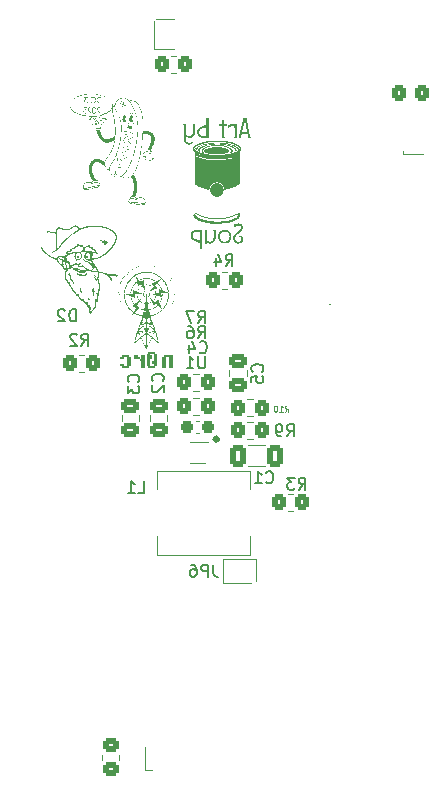
<source format=gbo>
G04 #@! TF.GenerationSoftware,KiCad,Pcbnew,8.0.3*
G04 #@! TF.CreationDate,2024-07-04T10:33:08-05:00*
G04 #@! TF.ProjectId,SAO_AMAMW,53414f5f-414d-4414-9d57-2e6b69636164,rev?*
G04 #@! TF.SameCoordinates,Original*
G04 #@! TF.FileFunction,Legend,Bot*
G04 #@! TF.FilePolarity,Positive*
%FSLAX46Y46*%
G04 Gerber Fmt 4.6, Leading zero omitted, Abs format (unit mm)*
G04 Created by KiCad (PCBNEW 8.0.3) date 2024-07-04 10:33:08*
%MOMM*%
%LPD*%
G01*
G04 APERTURE LIST*
G04 Aperture macros list*
%AMRoundRect*
0 Rectangle with rounded corners*
0 $1 Rounding radius*
0 $2 $3 $4 $5 $6 $7 $8 $9 X,Y pos of 4 corners*
0 Add a 4 corners polygon primitive as box body*
4,1,4,$2,$3,$4,$5,$6,$7,$8,$9,$2,$3,0*
0 Add four circle primitives for the rounded corners*
1,1,$1+$1,$2,$3*
1,1,$1+$1,$4,$5*
1,1,$1+$1,$6,$7*
1,1,$1+$1,$8,$9*
0 Add four rect primitives between the rounded corners*
20,1,$1+$1,$2,$3,$4,$5,0*
20,1,$1+$1,$4,$5,$6,$7,0*
20,1,$1+$1,$6,$7,$8,$9,0*
20,1,$1+$1,$8,$9,$2,$3,0*%
%AMFreePoly0*
4,1,6,1.000000,0.000000,0.500000,-0.750000,-0.500000,-0.750000,-0.500000,0.750000,0.500000,0.750000,1.000000,0.000000,1.000000,0.000000,$1*%
%AMFreePoly1*
4,1,6,0.500000,-0.750000,-0.650000,-0.750000,-0.150000,0.000000,-0.650000,0.750000,0.500000,0.750000,0.500000,-0.750000,0.500000,-0.750000,$1*%
G04 Aperture macros list end*
%ADD10C,0.348566*%
%ADD11C,0.000000*%
%ADD12C,0.150000*%
%ADD13C,0.125000*%
%ADD14C,0.500000*%
%ADD15C,0.120000*%
%ADD16O,1.727200X1.727200*%
%ADD17R,1.727200X1.727200*%
%ADD18C,1.727200*%
%ADD19RoundRect,0.250000X-0.350000X-0.450000X0.350000X-0.450000X0.350000X0.450000X-0.350000X0.450000X0*%
%ADD20R,1.000000X1.570000*%
%ADD21RoundRect,0.250000X-0.412500X-0.650000X0.412500X-0.650000X0.412500X0.650000X-0.412500X0.650000X0*%
%ADD22RoundRect,0.250000X0.350000X0.450000X-0.350000X0.450000X-0.350000X-0.450000X0.350000X-0.450000X0*%
%ADD23RoundRect,0.250000X-0.475000X0.337500X-0.475000X-0.337500X0.475000X-0.337500X0.475000X0.337500X0*%
%ADD24RoundRect,0.237500X-0.300000X-0.237500X0.300000X-0.237500X0.300000X0.237500X-0.300000X0.237500X0*%
%ADD25FreePoly0,180.000000*%
%ADD26FreePoly1,180.000000*%
%ADD27RoundRect,0.250000X0.450000X-0.350000X0.450000X0.350000X-0.450000X0.350000X-0.450000X-0.350000X0*%
%ADD28R,2.350000X3.500000*%
%ADD29RoundRect,0.250000X0.475000X-0.337500X0.475000X0.337500X-0.475000X0.337500X-0.475000X-0.337500X0*%
%ADD30R,0.700000X0.340000*%
G04 APERTURE END LIST*
D10*
X137893083Y-100076000D02*
G75*
G02*
X137544517Y-100076000I-174283J0D01*
G01*
X137544517Y-100076000D02*
G75*
G02*
X137893083Y-100076000I174283J0D01*
G01*
D11*
G36*
X129206296Y-77517586D02*
G01*
X129206305Y-77517751D01*
X129206319Y-77517897D01*
X129206339Y-77518028D01*
X129206362Y-77518146D01*
X129206391Y-77518255D01*
X129206423Y-77518358D01*
X129206458Y-77518458D01*
X129206628Y-77518888D01*
X129206675Y-77519019D01*
X129206724Y-77519165D01*
X129206773Y-77519330D01*
X129206822Y-77519516D01*
X129207129Y-77520140D01*
X129207454Y-77520721D01*
X129207795Y-77521263D01*
X129208153Y-77521765D01*
X129208527Y-77522230D01*
X129208915Y-77522660D01*
X129209317Y-77523056D01*
X129209732Y-77523419D01*
X129210160Y-77523751D01*
X129210600Y-77524053D01*
X129211050Y-77524328D01*
X129211510Y-77524576D01*
X129211980Y-77524800D01*
X129212458Y-77525000D01*
X129212944Y-77525179D01*
X129213437Y-77525337D01*
X129213239Y-77525535D01*
X129213048Y-77525734D01*
X129212957Y-77525833D01*
X129212869Y-77525932D01*
X129212787Y-77526031D01*
X129212709Y-77526131D01*
X129212638Y-77526230D01*
X129212574Y-77526329D01*
X129212517Y-77526428D01*
X129212469Y-77526527D01*
X129212449Y-77526577D01*
X129212431Y-77526627D01*
X129212415Y-77526676D01*
X129212402Y-77526726D01*
X129212392Y-77526775D01*
X129212384Y-77526825D01*
X129212380Y-77526875D01*
X129212378Y-77526924D01*
X129211712Y-77527418D01*
X129211005Y-77527908D01*
X129209481Y-77528888D01*
X129206062Y-77530926D01*
X129204211Y-77532028D01*
X129202296Y-77533213D01*
X129200336Y-77534503D01*
X129199347Y-77535194D01*
X129198356Y-77535920D01*
X129197926Y-77535421D01*
X129197530Y-77534917D01*
X129197167Y-77534407D01*
X129196837Y-77533893D01*
X129196539Y-77533375D01*
X129196272Y-77532853D01*
X129196035Y-77532329D01*
X129195830Y-77531803D01*
X129195654Y-77531275D01*
X129195507Y-77530747D01*
X129195390Y-77530218D01*
X129195300Y-77529689D01*
X129195238Y-77529160D01*
X129195204Y-77528634D01*
X129195196Y-77528109D01*
X129195214Y-77527586D01*
X129195258Y-77527067D01*
X129195326Y-77526552D01*
X129195420Y-77526040D01*
X129195537Y-77525534D01*
X129195677Y-77525033D01*
X129195841Y-77524538D01*
X129196027Y-77524049D01*
X129196235Y-77523568D01*
X129196464Y-77523094D01*
X129196714Y-77522629D01*
X129196984Y-77522173D01*
X129197274Y-77521726D01*
X129197583Y-77521289D01*
X129197911Y-77520863D01*
X129198620Y-77520045D01*
X129199160Y-77520039D01*
X129199688Y-77520019D01*
X129200205Y-77519983D01*
X129200712Y-77519930D01*
X129201210Y-77519858D01*
X129201699Y-77519766D01*
X129202180Y-77519653D01*
X129202655Y-77519516D01*
X129203123Y-77519355D01*
X129203586Y-77519167D01*
X129204044Y-77518951D01*
X129204499Y-77518706D01*
X129204950Y-77518430D01*
X129205399Y-77518121D01*
X129205846Y-77517778D01*
X129206293Y-77517400D01*
X129206296Y-77517586D01*
G37*
G36*
X127312894Y-78160664D02*
G01*
X127305960Y-78163337D01*
X127299045Y-78166125D01*
X127292179Y-78169049D01*
X127285394Y-78172132D01*
X127278720Y-78175394D01*
X127272189Y-78178858D01*
X127272188Y-78178835D01*
X127272186Y-78178809D01*
X127272181Y-78178775D01*
X127272173Y-78178735D01*
X127272161Y-78178691D01*
X127272145Y-78178643D01*
X127272135Y-78178618D01*
X127272123Y-78178593D01*
X127272110Y-78178569D01*
X127272095Y-78178544D01*
X127272079Y-78178520D01*
X127272060Y-78178496D01*
X127272040Y-78178473D01*
X127272017Y-78178451D01*
X127271993Y-78178431D01*
X127271966Y-78178411D01*
X127271937Y-78178394D01*
X127271905Y-78178378D01*
X127271871Y-78178363D01*
X127271835Y-78178351D01*
X127271795Y-78178342D01*
X127271753Y-78178335D01*
X127271708Y-78178330D01*
X127271661Y-78178329D01*
X127278083Y-78174866D01*
X127284650Y-78171611D01*
X127291352Y-78168548D01*
X127298185Y-78165662D01*
X127305141Y-78162937D01*
X127312216Y-78160358D01*
X127319402Y-78157909D01*
X127326693Y-78155575D01*
X127312894Y-78160664D01*
G37*
G36*
X138439902Y-73020600D02*
G01*
X138430780Y-73032925D01*
X138425636Y-73040333D01*
X138420324Y-73048400D01*
X138415013Y-73056996D01*
X138409868Y-73065995D01*
X138405057Y-73075266D01*
X138400747Y-73084683D01*
X138397104Y-73094115D01*
X138394295Y-73103436D01*
X138393256Y-73108014D01*
X138392487Y-73112516D01*
X138392011Y-73116925D01*
X138391848Y-73121226D01*
X138391848Y-73394871D01*
X138551194Y-73394871D01*
X138555059Y-73394728D01*
X138559089Y-73394310D01*
X138563265Y-73393635D01*
X138567569Y-73392723D01*
X138571980Y-73391590D01*
X138576481Y-73390257D01*
X138585676Y-73387058D01*
X138595002Y-73383273D01*
X138604308Y-73379049D01*
X138613444Y-73374532D01*
X138622259Y-73369868D01*
X138630602Y-73365205D01*
X138638322Y-73360687D01*
X138651290Y-73352679D01*
X138663113Y-73344865D01*
X138663113Y-73604620D01*
X138651290Y-73596806D01*
X138638322Y-73588798D01*
X138622259Y-73579617D01*
X138613444Y-73574953D01*
X138604308Y-73570436D01*
X138595002Y-73566212D01*
X138585676Y-73562427D01*
X138576481Y-73559229D01*
X138567569Y-73556762D01*
X138559089Y-73555175D01*
X138555059Y-73554757D01*
X138551194Y-73554614D01*
X138391848Y-73554614D01*
X138391848Y-74454131D01*
X138392011Y-74458205D01*
X138392487Y-74462416D01*
X138393256Y-74466747D01*
X138394295Y-74471180D01*
X138395585Y-74475698D01*
X138397104Y-74480283D01*
X138398831Y-74484918D01*
X138400747Y-74489586D01*
X138405057Y-74498947D01*
X138409868Y-74508228D01*
X138415013Y-74517289D01*
X138420324Y-74525990D01*
X138425636Y-74534190D01*
X138430780Y-74541751D01*
X138439902Y-74554394D01*
X138448801Y-74565851D01*
X138163248Y-74565851D01*
X138172147Y-74554422D01*
X138181268Y-74541803D01*
X138191724Y-74526064D01*
X138197036Y-74517372D01*
X138202180Y-74508316D01*
X138206991Y-74499035D01*
X138211302Y-74489669D01*
X138214945Y-74480357D01*
X138217753Y-74471237D01*
X138218793Y-74466793D01*
X138219561Y-74462449D01*
X138220037Y-74458222D01*
X138220201Y-74454131D01*
X138220201Y-73554415D01*
X138060855Y-73554415D01*
X138056989Y-73554559D01*
X138052959Y-73554977D01*
X138048783Y-73555651D01*
X138044480Y-73556564D01*
X138040068Y-73557696D01*
X138035567Y-73559030D01*
X138026373Y-73562229D01*
X138017047Y-73566013D01*
X138007740Y-73570237D01*
X137998604Y-73574755D01*
X137989789Y-73579418D01*
X137981446Y-73584082D01*
X137973726Y-73588599D01*
X137960758Y-73596608D01*
X137948936Y-73604421D01*
X137948936Y-73344865D01*
X137960758Y-73352679D01*
X137973726Y-73360687D01*
X137989789Y-73369868D01*
X137998604Y-73374532D01*
X138007740Y-73379049D01*
X138017047Y-73383273D01*
X138026373Y-73387058D01*
X138035567Y-73390257D01*
X138044480Y-73392723D01*
X138052959Y-73394310D01*
X138056989Y-73394728D01*
X138060855Y-73394871D01*
X138220201Y-73394871D01*
X138220201Y-73009506D01*
X138448801Y-73009506D01*
X138439902Y-73020600D01*
G37*
G36*
X126745205Y-86012892D02*
G01*
X126747288Y-86013014D01*
X126749366Y-86013234D01*
X126751434Y-86013552D01*
X126753488Y-86013969D01*
X126755524Y-86014484D01*
X126757538Y-86015099D01*
X126759524Y-86015812D01*
X126761480Y-86016625D01*
X126763400Y-86017537D01*
X126765281Y-86018548D01*
X126767118Y-86019660D01*
X126768907Y-86020871D01*
X126770644Y-86022182D01*
X126772323Y-86023594D01*
X126773943Y-86025107D01*
X126775481Y-86026699D01*
X126776922Y-86028348D01*
X126778265Y-86030050D01*
X126779511Y-86031801D01*
X126780658Y-86033598D01*
X126781708Y-86035436D01*
X126782660Y-86037313D01*
X126783513Y-86039224D01*
X126784269Y-86041165D01*
X126784927Y-86043134D01*
X126785486Y-86045126D01*
X126785947Y-86047137D01*
X126786310Y-86049164D01*
X126786575Y-86051202D01*
X126786741Y-86053250D01*
X126786809Y-86055301D01*
X126786778Y-86057353D01*
X126786649Y-86059403D01*
X126786422Y-86061446D01*
X126786096Y-86063478D01*
X126785671Y-86065496D01*
X126785147Y-86067496D01*
X126784525Y-86069475D01*
X126783804Y-86071429D01*
X126782984Y-86073353D01*
X126782065Y-86075244D01*
X126781047Y-86077099D01*
X126779931Y-86078914D01*
X126778715Y-86080685D01*
X126777400Y-86082408D01*
X126775986Y-86084079D01*
X126774473Y-86085696D01*
X126718118Y-86144701D01*
X126716587Y-86146111D01*
X126714975Y-86147460D01*
X126713288Y-86148745D01*
X126711532Y-86149962D01*
X126709712Y-86151105D01*
X126707834Y-86152172D01*
X126705904Y-86153158D01*
X126703929Y-86154058D01*
X126701912Y-86154868D01*
X126699862Y-86155584D01*
X126697782Y-86156202D01*
X126695680Y-86156717D01*
X126693561Y-86157125D01*
X126691430Y-86157421D01*
X126689294Y-86157602D01*
X126687158Y-86157664D01*
X126685125Y-86157608D01*
X126683096Y-86157443D01*
X126681075Y-86157170D01*
X126679065Y-86156792D01*
X126677070Y-86156309D01*
X126675095Y-86155725D01*
X126673143Y-86155041D01*
X126671218Y-86154258D01*
X126669324Y-86153380D01*
X126667465Y-86152407D01*
X126665645Y-86151342D01*
X126663867Y-86150187D01*
X126662135Y-86148943D01*
X126660454Y-86147613D01*
X126658827Y-86146199D01*
X126657259Y-86144701D01*
X126655721Y-86143133D01*
X126654282Y-86141507D01*
X126652942Y-86139826D01*
X126651701Y-86138094D01*
X126650558Y-86136315D01*
X126649514Y-86134492D01*
X126648569Y-86132630D01*
X126647721Y-86130732D01*
X126646972Y-86128802D01*
X126646320Y-86126844D01*
X126645767Y-86124860D01*
X126645311Y-86122856D01*
X126644952Y-86120835D01*
X126644691Y-86118799D01*
X126644527Y-86116755D01*
X126644460Y-86114704D01*
X126644490Y-86112650D01*
X126644616Y-86110598D01*
X126644840Y-86108551D01*
X126645159Y-86106513D01*
X126645576Y-86104488D01*
X126646088Y-86102479D01*
X126646696Y-86100490D01*
X126647400Y-86098524D01*
X126648200Y-86096587D01*
X126649096Y-86094680D01*
X126650087Y-86092808D01*
X126651173Y-86090975D01*
X126652355Y-86089185D01*
X126653631Y-86087440D01*
X126655003Y-86085746D01*
X126656469Y-86084105D01*
X126713090Y-86025633D01*
X126714614Y-86024118D01*
X126716204Y-86022697D01*
X126717857Y-86021371D01*
X126719568Y-86020141D01*
X126721334Y-86019006D01*
X126723150Y-86017966D01*
X126725011Y-86017022D01*
X126726914Y-86016174D01*
X126728855Y-86015422D01*
X126730828Y-86014767D01*
X126732830Y-86014208D01*
X126734856Y-86013745D01*
X126736902Y-86013380D01*
X126738965Y-86013112D01*
X126741039Y-86012941D01*
X126743120Y-86012867D01*
X126745205Y-86012892D01*
G37*
G36*
X130918308Y-80156987D02*
G01*
X130934651Y-80158439D01*
X130964185Y-80161118D01*
X131111066Y-80182437D01*
X131199254Y-80194189D01*
X131245208Y-80199163D01*
X131291706Y-80203086D01*
X131338225Y-80205624D01*
X131384244Y-80206440D01*
X131429241Y-80205197D01*
X131472693Y-80201561D01*
X131514079Y-80195194D01*
X131552876Y-80185762D01*
X131571140Y-80179791D01*
X131588562Y-80172927D01*
X131605076Y-80165129D01*
X131620616Y-80156354D01*
X131666124Y-80167731D01*
X131667842Y-80168079D01*
X131669521Y-80168329D01*
X131671161Y-80168484D01*
X131672759Y-80168546D01*
X131674317Y-80168516D01*
X131675831Y-80168396D01*
X131677300Y-80168189D01*
X131678725Y-80167897D01*
X131680103Y-80167520D01*
X131681433Y-80167062D01*
X131682715Y-80166524D01*
X131683946Y-80165908D01*
X131685127Y-80165216D01*
X131686255Y-80164450D01*
X131687329Y-80163612D01*
X131688349Y-80162704D01*
X131689037Y-80162688D01*
X131689713Y-80162644D01*
X131690375Y-80162571D01*
X131691024Y-80162472D01*
X131691659Y-80162348D01*
X131692279Y-80162201D01*
X131692885Y-80162033D01*
X131693475Y-80161844D01*
X131694051Y-80161636D01*
X131694610Y-80161412D01*
X131695153Y-80161172D01*
X131695679Y-80160918D01*
X131696188Y-80160651D01*
X131696680Y-80160374D01*
X131697154Y-80160087D01*
X131697609Y-80159793D01*
X131686156Y-80171642D01*
X131674232Y-80182241D01*
X131661859Y-80191675D01*
X131649054Y-80200026D01*
X131635839Y-80207379D01*
X131622233Y-80213818D01*
X131608255Y-80219425D01*
X131593926Y-80224285D01*
X131579265Y-80228482D01*
X131564292Y-80232098D01*
X131549027Y-80235219D01*
X131533489Y-80237927D01*
X131501676Y-80242442D01*
X131469009Y-80246311D01*
X131434660Y-80249441D01*
X131399824Y-80251266D01*
X131364572Y-80251904D01*
X131328974Y-80251471D01*
X131293102Y-80250083D01*
X131257027Y-80247856D01*
X131184549Y-80241351D01*
X131112109Y-80232886D01*
X131040273Y-80223392D01*
X130900685Y-80205036D01*
X130900685Y-80205038D01*
X130898909Y-80205015D01*
X130897146Y-80204951D01*
X130895382Y-80204857D01*
X130893607Y-80204741D01*
X130889969Y-80204480D01*
X130886133Y-80204245D01*
X130886133Y-80202922D01*
X130888021Y-80202834D01*
X130889863Y-80202573D01*
X130891654Y-80202150D01*
X130893389Y-80201571D01*
X130895064Y-80200845D01*
X130896675Y-80199980D01*
X130898216Y-80198984D01*
X130899684Y-80197866D01*
X130901074Y-80196633D01*
X130902380Y-80195295D01*
X130903599Y-80193858D01*
X130904727Y-80192332D01*
X130905757Y-80190724D01*
X130906687Y-80189043D01*
X130907511Y-80187296D01*
X130908225Y-80185492D01*
X130908824Y-80183640D01*
X130909304Y-80181747D01*
X130909660Y-80179821D01*
X130909888Y-80177871D01*
X130909983Y-80175906D01*
X130909940Y-80173932D01*
X130909755Y-80171958D01*
X130909424Y-80169993D01*
X130908941Y-80168045D01*
X130908303Y-80166121D01*
X130907505Y-80164231D01*
X130906541Y-80162382D01*
X130905409Y-80160582D01*
X130904102Y-80158840D01*
X130902617Y-80157163D01*
X130900949Y-80155561D01*
X130918308Y-80156987D01*
G37*
G36*
X131737012Y-73954058D02*
G01*
X131806490Y-73959175D01*
X131875374Y-73968680D01*
X131943207Y-73982644D01*
X132009528Y-74001139D01*
X132073880Y-74024238D01*
X132135805Y-74052013D01*
X132194843Y-74084535D01*
X132250536Y-74121877D01*
X132276985Y-74142379D01*
X132302426Y-74164112D01*
X132326802Y-74187086D01*
X132350055Y-74211310D01*
X132372128Y-74236793D01*
X132392963Y-74263544D01*
X132412504Y-74291573D01*
X132430692Y-74320887D01*
X132447472Y-74351496D01*
X132462784Y-74383410D01*
X132479595Y-74425281D01*
X132492938Y-74467418D01*
X132502992Y-74509769D01*
X132509938Y-74552284D01*
X132513954Y-74594913D01*
X132515218Y-74637604D01*
X132513911Y-74680306D01*
X132510211Y-74722970D01*
X132504297Y-74765543D01*
X132496348Y-74807976D01*
X132486544Y-74850217D01*
X132475062Y-74892216D01*
X132462084Y-74933922D01*
X132447787Y-74975284D01*
X132432350Y-75016252D01*
X132415953Y-75056774D01*
X132289185Y-75331643D01*
X132273718Y-75368555D01*
X132259221Y-75405732D01*
X132245959Y-75443086D01*
X132234197Y-75480525D01*
X132224201Y-75517960D01*
X132216236Y-75555300D01*
X132210568Y-75592454D01*
X132207462Y-75629333D01*
X132201114Y-75623489D01*
X132194436Y-75617868D01*
X132180160Y-75607300D01*
X132164782Y-75597653D01*
X132148447Y-75588951D01*
X132131301Y-75581216D01*
X132113491Y-75574471D01*
X132095161Y-75568740D01*
X132076460Y-75564047D01*
X132057532Y-75560414D01*
X132038524Y-75557864D01*
X132019581Y-75556422D01*
X132000851Y-75556109D01*
X131982479Y-75556950D01*
X131964611Y-75558968D01*
X131947393Y-75562186D01*
X131930972Y-75566627D01*
X131940846Y-75513865D01*
X131953820Y-75461068D01*
X131969478Y-75408260D01*
X131987403Y-75355468D01*
X132007179Y-75302719D01*
X132028390Y-75250037D01*
X132073450Y-75144980D01*
X132119255Y-75040506D01*
X132162474Y-74936823D01*
X132182073Y-74885343D01*
X132199777Y-74834139D01*
X132215170Y-74783236D01*
X132227834Y-74732660D01*
X132234850Y-74694469D01*
X132238671Y-74658014D01*
X132239427Y-74623272D01*
X132237249Y-74590221D01*
X132232266Y-74558837D01*
X132224610Y-74529098D01*
X132214411Y-74500980D01*
X132201798Y-74474460D01*
X132186902Y-74449515D01*
X132169854Y-74426122D01*
X132150784Y-74404258D01*
X132129822Y-74383900D01*
X132107098Y-74365025D01*
X132082744Y-74347609D01*
X132056888Y-74331631D01*
X132029662Y-74317066D01*
X132001195Y-74303891D01*
X131971619Y-74292085D01*
X131941063Y-74281622D01*
X131909658Y-74272481D01*
X131877534Y-74264639D01*
X131844821Y-74258072D01*
X131811650Y-74252757D01*
X131778151Y-74248671D01*
X131744454Y-74245791D01*
X131710690Y-74244095D01*
X131676989Y-74243558D01*
X131643481Y-74244159D01*
X131610297Y-74245873D01*
X131577566Y-74248678D01*
X131545420Y-74252551D01*
X131513989Y-74257468D01*
X131522389Y-74112278D01*
X131529599Y-73964310D01*
X131598108Y-73956698D01*
X131667398Y-73953256D01*
X131737012Y-73954058D01*
G37*
G36*
X139491826Y-73406000D02*
G01*
X139482719Y-73418364D01*
X139477587Y-73425796D01*
X139472292Y-73433889D01*
X139467001Y-73442515D01*
X139461882Y-73451544D01*
X139457103Y-73460849D01*
X139452831Y-73470300D01*
X139449233Y-73479768D01*
X139446477Y-73489124D01*
X139445467Y-73493721D01*
X139444731Y-73498241D01*
X139444288Y-73502669D01*
X139444161Y-73506989D01*
X139444161Y-74454330D01*
X139444324Y-74458404D01*
X139444800Y-74462615D01*
X139445568Y-74466946D01*
X139446608Y-74471379D01*
X139447897Y-74475897D01*
X139449416Y-74480483D01*
X139451144Y-74485118D01*
X139453059Y-74489785D01*
X139457370Y-74499146D01*
X139462181Y-74508427D01*
X139467326Y-74517488D01*
X139472637Y-74526189D01*
X139477949Y-74534389D01*
X139483093Y-74541950D01*
X139492215Y-74554593D01*
X139501114Y-74566050D01*
X139215561Y-74566050D01*
X139224521Y-74554621D01*
X139233706Y-74542003D01*
X139244235Y-74526263D01*
X139249584Y-74517571D01*
X139254764Y-74508515D01*
X139259609Y-74499234D01*
X139263949Y-74489869D01*
X139267617Y-74480556D01*
X139270446Y-74471436D01*
X139271492Y-74466992D01*
X139272266Y-74462648D01*
X139272745Y-74458421D01*
X139272910Y-74454330D01*
X139272910Y-73718920D01*
X139271743Y-73708794D01*
X139270077Y-73698991D01*
X139267926Y-73689511D01*
X139265305Y-73680354D01*
X139262231Y-73671520D01*
X139258717Y-73663008D01*
X139254780Y-73654819D01*
X139250434Y-73646953D01*
X139245695Y-73639408D01*
X139240577Y-73632186D01*
X139235097Y-73625287D01*
X139229270Y-73618709D01*
X139223110Y-73612453D01*
X139216632Y-73606519D01*
X139209853Y-73600907D01*
X139202787Y-73595616D01*
X139195450Y-73590647D01*
X139187856Y-73585999D01*
X139171961Y-73577667D01*
X139155223Y-73570620D01*
X139137765Y-73564855D01*
X139119707Y-73560373D01*
X139101173Y-73557173D01*
X139082284Y-73555254D01*
X139063161Y-73554614D01*
X139051552Y-73555140D01*
X139039495Y-73556673D01*
X139027042Y-73559146D01*
X139014248Y-73562493D01*
X139001165Y-73566645D01*
X138987849Y-73571535D01*
X138974352Y-73577097D01*
X138960727Y-73583263D01*
X138933312Y-73597140D01*
X138906030Y-73612629D01*
X138879313Y-73629192D01*
X138853587Y-73646292D01*
X138829282Y-73663392D01*
X138806826Y-73679955D01*
X138769179Y-73709321D01*
X138734946Y-73737970D01*
X138734946Y-73478216D01*
X138739693Y-73480820D01*
X138744856Y-73483490D01*
X138751193Y-73486550D01*
X138758191Y-73489610D01*
X138761777Y-73491018D01*
X138765335Y-73492280D01*
X138768801Y-73493346D01*
X138772112Y-73494168D01*
X138775202Y-73494697D01*
X138778007Y-73494884D01*
X138778586Y-73494802D01*
X138779499Y-73494553D01*
X138782317Y-73493539D01*
X138786428Y-73491808D01*
X138791799Y-73489328D01*
X138798398Y-73486067D01*
X138806192Y-73481992D01*
X138815149Y-73477071D01*
X138825235Y-73471270D01*
X138853800Y-73456365D01*
X138868634Y-73449187D01*
X138883787Y-73442255D01*
X138899224Y-73435613D01*
X138914909Y-73429307D01*
X138930806Y-73423385D01*
X138946878Y-73417890D01*
X138963090Y-73412870D01*
X138979405Y-73408371D01*
X138995788Y-73404437D01*
X139012201Y-73401116D01*
X139028611Y-73398453D01*
X139044979Y-73396494D01*
X139061271Y-73395285D01*
X139077450Y-73394872D01*
X139090757Y-73395066D01*
X139103892Y-73395648D01*
X139116861Y-73396614D01*
X139129667Y-73397960D01*
X139142316Y-73399682D01*
X139154814Y-73401778D01*
X139167164Y-73404244D01*
X139179372Y-73407075D01*
X139191443Y-73410270D01*
X139203382Y-73413824D01*
X139215194Y-73417733D01*
X139226883Y-73421995D01*
X139238455Y-73426606D01*
X139249914Y-73431562D01*
X139261266Y-73436860D01*
X139272515Y-73442497D01*
X139272515Y-73394872D01*
X139500719Y-73394872D01*
X139491826Y-73406000D01*
G37*
G36*
X127818971Y-73234866D02*
G01*
X127820230Y-73235021D01*
X127821472Y-73235263D01*
X127822691Y-73235588D01*
X127823884Y-73235993D01*
X127825047Y-73236473D01*
X127826175Y-73237025D01*
X127827264Y-73237644D01*
X127828310Y-73238326D01*
X127829309Y-73239069D01*
X127830256Y-73239867D01*
X127831148Y-73240717D01*
X127831980Y-73241614D01*
X127832747Y-73242556D01*
X127833447Y-73243538D01*
X127834073Y-73244556D01*
X127834623Y-73245606D01*
X127835092Y-73246685D01*
X127835476Y-73247788D01*
X127835770Y-73248911D01*
X127835970Y-73250051D01*
X127836073Y-73251204D01*
X127836074Y-73252365D01*
X127835968Y-73253531D01*
X127835752Y-73254698D01*
X127835752Y-73255227D01*
X127835704Y-73255253D01*
X127835658Y-73255282D01*
X127835616Y-73255314D01*
X127835577Y-73255349D01*
X127835540Y-73255386D01*
X127835506Y-73255426D01*
X127835475Y-73255468D01*
X127835446Y-73255512D01*
X127835419Y-73255558D01*
X127835394Y-73255606D01*
X127835351Y-73255706D01*
X127835316Y-73255811D01*
X127835288Y-73255921D01*
X127835267Y-73256034D01*
X127835250Y-73256149D01*
X127835238Y-73256265D01*
X127835230Y-73256380D01*
X127835223Y-73256605D01*
X127835222Y-73256814D01*
X127834849Y-73257387D01*
X127834520Y-73257922D01*
X127834227Y-73258432D01*
X127834093Y-73258682D01*
X127833966Y-73258931D01*
X127833845Y-73259179D01*
X127833729Y-73259429D01*
X127833618Y-73259682D01*
X127833511Y-73259939D01*
X127833305Y-73260475D01*
X127833106Y-73261047D01*
X127832312Y-73261647D01*
X127831915Y-73261954D01*
X127831518Y-73262271D01*
X127831121Y-73262600D01*
X127830724Y-73262945D01*
X127830327Y-73263308D01*
X127829930Y-73263693D01*
X127826820Y-73266053D01*
X127823739Y-73268272D01*
X127820683Y-73270351D01*
X127817652Y-73272292D01*
X127814643Y-73274097D01*
X127811653Y-73275767D01*
X127808680Y-73277304D01*
X127805721Y-73278708D01*
X127802775Y-73279983D01*
X127799839Y-73281129D01*
X127796911Y-73282148D01*
X127793988Y-73283041D01*
X127791069Y-73283810D01*
X127788150Y-73284457D01*
X127785230Y-73284983D01*
X127782305Y-73285389D01*
X127785927Y-73279761D01*
X127789453Y-73273996D01*
X127792886Y-73268107D01*
X127796229Y-73262106D01*
X127799485Y-73256006D01*
X127802658Y-73249819D01*
X127805750Y-73243558D01*
X127808764Y-73237235D01*
X127810014Y-73236551D01*
X127811279Y-73235986D01*
X127812556Y-73235536D01*
X127813841Y-73235196D01*
X127815129Y-73234963D01*
X127816416Y-73234833D01*
X127817698Y-73234802D01*
X127818971Y-73234866D01*
G37*
G36*
X127415858Y-73388048D02*
G01*
X127420036Y-73388432D01*
X127424821Y-73388990D01*
X127430202Y-73389722D01*
X127436165Y-73390627D01*
X127449791Y-73392959D01*
X127465600Y-73395985D01*
X127460277Y-73398691D01*
X127455012Y-73401459D01*
X127449791Y-73404301D01*
X127444598Y-73407230D01*
X127439418Y-73410258D01*
X127434234Y-73413398D01*
X127429032Y-73416662D01*
X127423796Y-73420062D01*
X127421960Y-73411972D01*
X127420025Y-73403956D01*
X127417991Y-73395989D01*
X127415858Y-73388048D01*
G37*
G36*
X130893753Y-79787107D02*
G01*
X130894487Y-79787241D01*
X130895214Y-79787397D01*
X130895935Y-79787574D01*
X130896647Y-79787769D01*
X130897351Y-79787981D01*
X130898047Y-79788209D01*
X130898733Y-79788450D01*
X130900079Y-79788969D01*
X130901383Y-79789525D01*
X130902645Y-79790106D01*
X130903860Y-79790699D01*
X130901787Y-79793040D01*
X130899730Y-79795482D01*
X130897679Y-79798006D01*
X130895625Y-79800588D01*
X130891470Y-79805843D01*
X130889350Y-79808471D01*
X130887191Y-79811073D01*
X130887190Y-79811073D01*
X130888059Y-79808160D01*
X130888881Y-79805189D01*
X130889660Y-79802175D01*
X130890399Y-79799133D01*
X130891767Y-79793027D01*
X130893011Y-79786995D01*
X130893753Y-79787107D01*
G37*
G36*
X127026550Y-72953784D02*
G01*
X127026434Y-72954229D01*
X127026176Y-72955115D01*
X127025893Y-72955988D01*
X127025597Y-72956843D01*
X127025018Y-72958472D01*
X127024760Y-72959233D01*
X127024539Y-72959952D01*
X127024203Y-72961996D01*
X127024079Y-72963960D01*
X127024155Y-72965839D01*
X127024420Y-72967632D01*
X127024860Y-72969334D01*
X127025463Y-72970943D01*
X127026217Y-72972455D01*
X127027110Y-72973867D01*
X127028129Y-72975176D01*
X127029263Y-72976379D01*
X127030498Y-72977472D01*
X127031822Y-72978453D01*
X127033224Y-72979318D01*
X127034690Y-72980063D01*
X127036209Y-72980687D01*
X127037768Y-72981185D01*
X127039355Y-72981554D01*
X127040958Y-72981791D01*
X127042564Y-72981893D01*
X127044160Y-72981857D01*
X127045736Y-72981680D01*
X127047278Y-72981358D01*
X127048774Y-72980888D01*
X127050212Y-72980267D01*
X127051579Y-72979491D01*
X127052863Y-72978559D01*
X127054053Y-72977465D01*
X127055134Y-72976208D01*
X127056096Y-72974784D01*
X127056926Y-72973189D01*
X127057612Y-72971421D01*
X127058141Y-72969477D01*
X127059175Y-72965471D01*
X127060258Y-72961440D01*
X127062375Y-72953602D01*
X127072211Y-72955831D01*
X127082113Y-72958914D01*
X127092063Y-72962804D01*
X127102041Y-72967452D01*
X127112030Y-72972810D01*
X127122011Y-72978831D01*
X127131966Y-72985467D01*
X127141878Y-72992669D01*
X127161495Y-73008581D01*
X127180716Y-73026183D01*
X127199396Y-73045093D01*
X127217387Y-73064925D01*
X127234545Y-73085297D01*
X127250722Y-73105825D01*
X127265773Y-73126125D01*
X127279552Y-73145813D01*
X127291912Y-73164506D01*
X127302708Y-73181820D01*
X127311792Y-73197372D01*
X127319020Y-73210777D01*
X127316803Y-73211155D01*
X127314617Y-73211594D01*
X127312461Y-73212094D01*
X127310334Y-73212654D01*
X127308238Y-73213272D01*
X127306170Y-73213949D01*
X127304131Y-73214682D01*
X127302120Y-73215473D01*
X127300137Y-73216319D01*
X127298182Y-73217221D01*
X127296254Y-73218176D01*
X127294352Y-73219185D01*
X127292477Y-73220247D01*
X127290628Y-73221361D01*
X127288804Y-73222526D01*
X127287006Y-73223741D01*
X127266818Y-73185300D01*
X127254378Y-73163161D01*
X127240501Y-73139951D01*
X127225283Y-73116325D01*
X127208820Y-73092940D01*
X127191207Y-73070451D01*
X127181999Y-73059747D01*
X127172540Y-73049513D01*
X127162842Y-73039831D01*
X127152915Y-73030783D01*
X127142774Y-73022451D01*
X127132428Y-73014917D01*
X127121891Y-73008262D01*
X127111175Y-73002569D01*
X127100290Y-72997920D01*
X127089250Y-72994397D01*
X127078066Y-72992081D01*
X127066751Y-72991055D01*
X127055315Y-72991401D01*
X127043772Y-72993200D01*
X127032132Y-72996535D01*
X127020409Y-73001487D01*
X127008614Y-73008139D01*
X126996758Y-73016572D01*
X126991757Y-73020929D01*
X126987500Y-73025458D01*
X126983956Y-73030144D01*
X126981096Y-73034972D01*
X126978888Y-73039929D01*
X126977304Y-73045000D01*
X126976313Y-73050170D01*
X126975885Y-73055425D01*
X126975990Y-73060750D01*
X126976598Y-73066132D01*
X126977678Y-73071555D01*
X126979201Y-73077006D01*
X126981137Y-73082469D01*
X126983455Y-73087931D01*
X126986126Y-73093377D01*
X126989118Y-73098792D01*
X126992403Y-73104162D01*
X126995951Y-73109473D01*
X127003711Y-73119858D01*
X127012159Y-73129833D01*
X127021054Y-73139281D01*
X127030156Y-73148088D01*
X127039222Y-73156137D01*
X127048014Y-73163313D01*
X127056289Y-73169502D01*
X127077418Y-73184910D01*
X127097490Y-73200506D01*
X127116571Y-73216337D01*
X127134726Y-73232448D01*
X127152020Y-73248884D01*
X127168520Y-73265691D01*
X127184290Y-73282915D01*
X127199396Y-73300603D01*
X127213904Y-73318798D01*
X127227879Y-73337548D01*
X127241386Y-73356898D01*
X127254491Y-73376894D01*
X127267260Y-73397581D01*
X127279759Y-73419005D01*
X127292051Y-73441212D01*
X127304204Y-73464247D01*
X127320218Y-73493445D01*
X127337585Y-73522001D01*
X127356282Y-73549763D01*
X127376287Y-73576580D01*
X127397575Y-73602298D01*
X127420123Y-73626768D01*
X127443908Y-73649836D01*
X127468907Y-73671350D01*
X127495097Y-73691159D01*
X127522454Y-73709111D01*
X127550956Y-73725054D01*
X127580578Y-73738835D01*
X127595802Y-73744868D01*
X127611298Y-73750304D01*
X127627062Y-73755123D01*
X127643092Y-73759308D01*
X127659385Y-73762837D01*
X127675937Y-73765694D01*
X127692747Y-73767859D01*
X127709810Y-73769312D01*
X127731837Y-73769895D01*
X127752416Y-73768869D01*
X127771613Y-73766309D01*
X127789490Y-73762292D01*
X127806110Y-73756895D01*
X127821538Y-73750195D01*
X127835836Y-73742269D01*
X127849068Y-73733192D01*
X127861298Y-73723043D01*
X127872588Y-73711897D01*
X127883002Y-73699831D01*
X127892604Y-73686922D01*
X127901457Y-73673246D01*
X127909625Y-73658881D01*
X127924156Y-73628388D01*
X127936707Y-73596057D01*
X127947783Y-73562500D01*
X127967544Y-73494166D01*
X127977243Y-73460615D01*
X127987497Y-73428294D01*
X127998813Y-73397814D01*
X128011700Y-73369791D01*
X128011248Y-73371293D01*
X128010976Y-73372771D01*
X128010876Y-73374219D01*
X128010939Y-73375633D01*
X128011157Y-73377008D01*
X128011522Y-73378340D01*
X128012024Y-73379623D01*
X128012655Y-73380854D01*
X128013407Y-73382028D01*
X128014271Y-73383139D01*
X128015238Y-73384184D01*
X128016300Y-73385158D01*
X128017448Y-73386055D01*
X128018674Y-73386872D01*
X128019969Y-73387604D01*
X128021324Y-73388246D01*
X128022732Y-73388793D01*
X128024182Y-73389241D01*
X128025668Y-73389585D01*
X128027180Y-73389821D01*
X128028709Y-73389943D01*
X128030248Y-73389948D01*
X128031786Y-73389830D01*
X128033317Y-73389585D01*
X128034831Y-73389209D01*
X128036320Y-73388696D01*
X128037776Y-73388041D01*
X128039188Y-73387241D01*
X128040550Y-73386291D01*
X128041852Y-73385186D01*
X128043086Y-73383921D01*
X128044244Y-73382491D01*
X128034776Y-73400901D01*
X128026496Y-73419313D01*
X128019227Y-73437719D01*
X128012792Y-73456108D01*
X128007014Y-73474470D01*
X128001716Y-73492796D01*
X127991856Y-73529302D01*
X127981798Y-73565547D01*
X127976253Y-73583548D01*
X127970128Y-73601455D01*
X127963246Y-73619257D01*
X127955431Y-73636946D01*
X127946506Y-73654512D01*
X127936294Y-73671945D01*
X127935263Y-73670913D01*
X127934159Y-73669999D01*
X127932991Y-73669200D01*
X127931766Y-73668515D01*
X127930493Y-73667942D01*
X127929179Y-73667479D01*
X127927833Y-73667125D01*
X127926463Y-73666877D01*
X127925076Y-73666734D01*
X127923682Y-73666693D01*
X127922287Y-73666754D01*
X127920900Y-73666913D01*
X127919528Y-73667170D01*
X127918181Y-73667522D01*
X127916866Y-73667968D01*
X127915590Y-73668506D01*
X127914363Y-73669133D01*
X127913192Y-73669849D01*
X127912085Y-73670651D01*
X127911050Y-73671537D01*
X127910095Y-73672506D01*
X127909229Y-73673556D01*
X127908459Y-73674684D01*
X127907793Y-73675889D01*
X127907240Y-73677170D01*
X127906807Y-73678524D01*
X127906503Y-73679949D01*
X127906335Y-73681444D01*
X127906312Y-73683007D01*
X127906441Y-73684636D01*
X127906731Y-73686329D01*
X127907190Y-73688085D01*
X127907872Y-73690267D01*
X127908529Y-73692446D01*
X127909769Y-73696783D01*
X127910910Y-73701070D01*
X127911952Y-73705283D01*
X127899935Y-73718977D01*
X127887229Y-73731502D01*
X127873875Y-73742889D01*
X127859916Y-73753164D01*
X127845394Y-73762357D01*
X127830352Y-73770497D01*
X127814832Y-73777613D01*
X127798876Y-73783732D01*
X127782526Y-73788883D01*
X127765824Y-73793096D01*
X127748813Y-73796400D01*
X127731535Y-73798821D01*
X127714032Y-73800390D01*
X127696347Y-73801135D01*
X127678521Y-73801085D01*
X127660598Y-73800268D01*
X127652858Y-73799726D01*
X127645213Y-73798994D01*
X127637659Y-73798074D01*
X127630191Y-73796969D01*
X127622806Y-73795681D01*
X127615498Y-73794213D01*
X127608264Y-73792566D01*
X127601100Y-73790743D01*
X127594000Y-73788747D01*
X127586961Y-73786579D01*
X127579979Y-73784242D01*
X127573050Y-73781739D01*
X127566168Y-73779071D01*
X127559330Y-73776242D01*
X127552532Y-73773252D01*
X127545769Y-73770106D01*
X127546487Y-73768616D01*
X127547253Y-73767121D01*
X127548061Y-73765613D01*
X127548910Y-73764086D01*
X127550717Y-73760953D01*
X127552648Y-73757670D01*
X127553668Y-73755938D01*
X127554454Y-73754219D01*
X127555017Y-73752518D01*
X127555367Y-73750843D01*
X127555516Y-73749200D01*
X127555473Y-73747596D01*
X127555251Y-73746036D01*
X127554859Y-73744528D01*
X127554309Y-73743077D01*
X127553611Y-73741691D01*
X127552776Y-73740375D01*
X127551815Y-73739137D01*
X127550739Y-73737981D01*
X127549558Y-73736916D01*
X127548283Y-73735947D01*
X127546926Y-73735082D01*
X127545496Y-73734325D01*
X127544006Y-73733684D01*
X127542464Y-73733165D01*
X127540883Y-73732775D01*
X127539273Y-73732520D01*
X127537646Y-73732407D01*
X127536010Y-73732441D01*
X127534379Y-73732630D01*
X127532761Y-73732980D01*
X127531169Y-73733497D01*
X127529613Y-73734187D01*
X127528104Y-73735058D01*
X127526652Y-73736116D01*
X127525268Y-73737366D01*
X127523964Y-73738817D01*
X127522749Y-73740473D01*
X127521769Y-73742060D01*
X127520811Y-73743652D01*
X127519871Y-73745249D01*
X127518946Y-73746855D01*
X127517131Y-73750109D01*
X127515341Y-73753437D01*
X127491087Y-73737719D01*
X127467727Y-73720250D01*
X127445250Y-73701210D01*
X127423647Y-73680776D01*
X127402905Y-73659126D01*
X127383014Y-73636440D01*
X127363964Y-73612894D01*
X127345743Y-73588668D01*
X127328341Y-73563939D01*
X127311746Y-73538887D01*
X127295949Y-73513689D01*
X127280937Y-73488523D01*
X127253228Y-73439003D01*
X127228533Y-73391752D01*
X127228532Y-73391752D01*
X127222934Y-73381176D01*
X127217016Y-73370965D01*
X127210794Y-73361100D01*
X127204283Y-73351563D01*
X127190460Y-73333392D01*
X127175677Y-73316300D01*
X127160062Y-73300134D01*
X127143742Y-73284740D01*
X127126846Y-73269965D01*
X127109503Y-73255657D01*
X127038218Y-73200024D01*
X127020561Y-73185751D01*
X127003226Y-73171025D01*
X126986341Y-73155694D01*
X126970034Y-73139604D01*
X126967133Y-73136443D01*
X126964383Y-73133164D01*
X126959337Y-73126280D01*
X126954903Y-73119005D01*
X126951084Y-73111393D01*
X126947885Y-73103495D01*
X126945310Y-73095365D01*
X126943366Y-73087055D01*
X126942055Y-73078618D01*
X126941383Y-73070106D01*
X126941354Y-73061573D01*
X126941973Y-73053070D01*
X126943245Y-73044652D01*
X126945175Y-73036370D01*
X126947766Y-73028276D01*
X126951024Y-73020425D01*
X126954953Y-73012869D01*
X126958872Y-73006421D01*
X126962885Y-73000370D01*
X126966989Y-72994708D01*
X126971179Y-72989428D01*
X126975452Y-72984523D01*
X126979803Y-72979987D01*
X126984227Y-72975811D01*
X126988720Y-72971990D01*
X126993279Y-72968516D01*
X126997899Y-72965383D01*
X127002575Y-72962583D01*
X127007303Y-72960109D01*
X127012080Y-72957954D01*
X127016900Y-72956112D01*
X127021760Y-72954575D01*
X127026655Y-72953337D01*
X127026550Y-72953784D01*
G37*
G36*
X127153655Y-72496666D02*
G01*
X127153453Y-72496402D01*
X127153655Y-72496402D01*
X127153655Y-72496666D01*
G37*
G36*
X128016420Y-71115235D02*
G01*
X128013666Y-71119009D01*
X128012112Y-71121276D01*
X128010508Y-71123743D01*
X128008905Y-71126372D01*
X128007351Y-71129123D01*
X128005898Y-71131956D01*
X128004597Y-71134831D01*
X128003497Y-71137710D01*
X128002648Y-71140552D01*
X128002335Y-71141947D01*
X128002103Y-71143318D01*
X128001959Y-71144660D01*
X128001909Y-71145968D01*
X128001909Y-71587823D01*
X128001910Y-71587823D01*
X128001960Y-71589178D01*
X128002106Y-71590563D01*
X128002342Y-71591973D01*
X128002660Y-71593403D01*
X128003055Y-71594847D01*
X128003520Y-71596302D01*
X128004049Y-71597763D01*
X128004635Y-71599224D01*
X128005271Y-71600682D01*
X128005952Y-71602131D01*
X128007421Y-71604984D01*
X128008991Y-71607746D01*
X128010608Y-71610378D01*
X128012223Y-71612843D01*
X128013783Y-71615103D01*
X128016532Y-71618853D01*
X128019108Y-71622218D01*
X127845012Y-71622218D01*
X127830365Y-71621916D01*
X127816140Y-71621016D01*
X127802341Y-71619529D01*
X127788970Y-71617465D01*
X127776031Y-71614833D01*
X127763526Y-71611644D01*
X127751457Y-71607908D01*
X127739828Y-71603636D01*
X127728641Y-71598836D01*
X127717899Y-71593520D01*
X127707604Y-71587698D01*
X127697761Y-71581379D01*
X127688370Y-71574574D01*
X127679435Y-71567293D01*
X127670960Y-71559546D01*
X127662946Y-71551343D01*
X127655396Y-71542695D01*
X127648313Y-71533610D01*
X127641700Y-71524101D01*
X127635560Y-71514176D01*
X127629895Y-71503846D01*
X127624708Y-71493121D01*
X127620002Y-71482010D01*
X127615779Y-71470525D01*
X127612044Y-71458676D01*
X127608797Y-71446471D01*
X127606042Y-71433923D01*
X127603782Y-71421040D01*
X127602019Y-71407832D01*
X127600757Y-71394311D01*
X127599997Y-71380486D01*
X127599748Y-71366631D01*
X127653188Y-71366631D01*
X127653407Y-71379214D01*
X127654061Y-71391413D01*
X127655147Y-71403226D01*
X127656661Y-71414654D01*
X127658599Y-71425695D01*
X127660958Y-71436348D01*
X127663735Y-71446612D01*
X127666926Y-71456486D01*
X127670527Y-71465969D01*
X127674536Y-71475059D01*
X127678947Y-71483757D01*
X127683759Y-71492060D01*
X127688966Y-71499969D01*
X127694567Y-71507481D01*
X127700557Y-71514596D01*
X127706932Y-71521313D01*
X127713690Y-71527631D01*
X127720826Y-71533548D01*
X127728337Y-71539064D01*
X127736220Y-71544178D01*
X127744471Y-71548889D01*
X127753086Y-71553195D01*
X127762062Y-71557096D01*
X127771395Y-71560591D01*
X127781083Y-71563679D01*
X127791121Y-71566358D01*
X127801505Y-71568627D01*
X127812233Y-71570487D01*
X127823300Y-71571935D01*
X127834704Y-71572970D01*
X127846440Y-71573592D01*
X127858505Y-71573800D01*
X127949258Y-71573800D01*
X127949258Y-71160785D01*
X127878613Y-71160785D01*
X127864721Y-71160987D01*
X127851272Y-71161591D01*
X127838266Y-71162598D01*
X127825704Y-71164009D01*
X127813583Y-71165822D01*
X127801906Y-71168037D01*
X127790671Y-71170655D01*
X127779879Y-71173675D01*
X127769528Y-71177098D01*
X127759620Y-71180923D01*
X127750154Y-71185150D01*
X127741129Y-71189779D01*
X127732546Y-71194810D01*
X127724405Y-71200242D01*
X127716704Y-71206077D01*
X127709446Y-71212313D01*
X127702628Y-71218950D01*
X127696251Y-71225989D01*
X127690315Y-71233430D01*
X127684819Y-71241271D01*
X127679764Y-71249514D01*
X127675149Y-71258158D01*
X127670975Y-71267202D01*
X127667240Y-71276648D01*
X127663946Y-71286494D01*
X127661091Y-71296741D01*
X127658676Y-71307388D01*
X127656700Y-71318436D01*
X127655163Y-71329885D01*
X127654066Y-71341733D01*
X127653408Y-71353982D01*
X127653188Y-71366631D01*
X127599748Y-71366631D01*
X127599743Y-71366366D01*
X127600079Y-71349481D01*
X127601076Y-71333248D01*
X127602725Y-71317660D01*
X127605014Y-71302710D01*
X127607930Y-71288390D01*
X127611462Y-71274692D01*
X127615598Y-71261608D01*
X127620327Y-71249131D01*
X127625637Y-71237253D01*
X127631516Y-71225967D01*
X127637953Y-71215265D01*
X127644936Y-71205139D01*
X127652453Y-71195581D01*
X127660492Y-71186585D01*
X127669043Y-71178142D01*
X127678093Y-71170244D01*
X127687630Y-71162884D01*
X127697644Y-71156055D01*
X127708121Y-71149748D01*
X127719051Y-71143956D01*
X127730422Y-71138672D01*
X127742222Y-71133887D01*
X127754440Y-71129594D01*
X127767063Y-71125786D01*
X127793481Y-71119591D01*
X127821382Y-71115243D01*
X127850672Y-71112678D01*
X127881260Y-71111837D01*
X128019108Y-71111837D01*
X128016420Y-71115235D01*
G37*
G36*
X129194796Y-77519350D02*
G01*
X129195230Y-77519446D01*
X129195689Y-77519535D01*
X129196172Y-77519615D01*
X129196681Y-77519683D01*
X129197214Y-77519735D01*
X129197772Y-77519769D01*
X129198061Y-77519778D01*
X129198355Y-77519781D01*
X129197646Y-77520599D01*
X129197009Y-77521461D01*
X129196449Y-77522364D01*
X129195970Y-77523303D01*
X129195576Y-77524273D01*
X129195412Y-77524768D01*
X129195272Y-77525269D01*
X129195154Y-77525775D01*
X129195061Y-77526286D01*
X129194992Y-77526802D01*
X129194949Y-77527321D01*
X129194931Y-77527843D01*
X129194939Y-77528368D01*
X129194973Y-77528895D01*
X129195035Y-77529423D01*
X129195125Y-77529952D01*
X129195242Y-77530481D01*
X129195389Y-77531010D01*
X129195565Y-77531538D01*
X129195770Y-77532064D01*
X129196006Y-77532588D01*
X129196273Y-77533110D01*
X129196572Y-77533628D01*
X129196902Y-77534142D01*
X129197265Y-77534652D01*
X129197661Y-77535157D01*
X129198090Y-77535655D01*
X129197085Y-77536275D01*
X129196053Y-77536941D01*
X129194989Y-77537650D01*
X129193890Y-77538400D01*
X129189095Y-77541741D01*
X129189538Y-77539215D01*
X129190058Y-77536618D01*
X129190634Y-77533978D01*
X129191245Y-77531323D01*
X129192481Y-77526077D01*
X129193063Y-77523542D01*
X129193593Y-77521103D01*
X129193594Y-77521029D01*
X129193599Y-77520954D01*
X129193606Y-77520880D01*
X129193616Y-77520807D01*
X129193629Y-77520733D01*
X129193644Y-77520660D01*
X129193661Y-77520588D01*
X129193680Y-77520516D01*
X129193724Y-77520375D01*
X129193774Y-77520238D01*
X129193830Y-77520106D01*
X129193891Y-77519979D01*
X129193954Y-77519858D01*
X129194019Y-77519744D01*
X129194085Y-77519638D01*
X129194151Y-77519541D01*
X129194215Y-77519452D01*
X129194276Y-77519374D01*
X129194334Y-77519307D01*
X129194386Y-77519251D01*
X129194796Y-77519350D01*
G37*
G36*
X130696817Y-73330922D02*
G01*
X130698279Y-73331162D01*
X130715313Y-73335200D01*
X130732211Y-73339852D01*
X130740574Y-73342445D01*
X130748861Y-73345236D01*
X130757059Y-73348239D01*
X130765152Y-73351469D01*
X130773127Y-73354941D01*
X130780971Y-73358669D01*
X130788669Y-73362669D01*
X130796207Y-73366955D01*
X130803572Y-73371542D01*
X130810749Y-73376444D01*
X130817725Y-73381676D01*
X130824485Y-73387254D01*
X130831274Y-73393544D01*
X130837564Y-73400192D01*
X130843367Y-73407175D01*
X130848698Y-73414464D01*
X130853572Y-73422036D01*
X130858004Y-73429865D01*
X130862006Y-73437925D01*
X130865594Y-73446190D01*
X130868783Y-73454634D01*
X130871585Y-73463233D01*
X130874016Y-73471961D01*
X130876091Y-73480792D01*
X130877822Y-73489700D01*
X130879226Y-73498661D01*
X130880315Y-73507647D01*
X130881105Y-73516635D01*
X130881150Y-73518149D01*
X130881041Y-73519565D01*
X130880789Y-73520883D01*
X130880404Y-73522104D01*
X130879895Y-73523228D01*
X130879272Y-73524253D01*
X130878545Y-73525181D01*
X130877724Y-73526011D01*
X130876818Y-73526744D01*
X130875838Y-73527378D01*
X130874792Y-73527916D01*
X130873692Y-73528355D01*
X130872546Y-73528697D01*
X130871365Y-73528941D01*
X130870158Y-73529088D01*
X130868935Y-73529137D01*
X130867705Y-73529088D01*
X130866480Y-73528941D01*
X130865267Y-73528697D01*
X130864078Y-73528355D01*
X130862922Y-73527916D01*
X130861808Y-73527378D01*
X130860747Y-73526744D01*
X130859749Y-73526011D01*
X130858822Y-73525181D01*
X130857977Y-73524253D01*
X130857224Y-73523228D01*
X130856573Y-73522104D01*
X130856032Y-73520883D01*
X130855613Y-73519565D01*
X130855324Y-73518149D01*
X130855176Y-73516635D01*
X130854542Y-73508728D01*
X130853626Y-73500889D01*
X130852419Y-73493133D01*
X130850910Y-73485472D01*
X130849092Y-73477920D01*
X130846954Y-73470489D01*
X130844487Y-73463193D01*
X130841683Y-73456045D01*
X130838531Y-73449059D01*
X130835023Y-73442247D01*
X130831148Y-73435622D01*
X130826899Y-73429198D01*
X130822265Y-73422989D01*
X130817238Y-73417006D01*
X130811807Y-73411263D01*
X130805964Y-73405775D01*
X130799930Y-73400647D01*
X130793651Y-73395868D01*
X130787146Y-73391421D01*
X130780436Y-73387291D01*
X130773541Y-73383460D01*
X130766483Y-73379911D01*
X130759281Y-73376628D01*
X130751956Y-73373595D01*
X130744529Y-73370794D01*
X130737020Y-73368209D01*
X130729450Y-73365823D01*
X130721839Y-73363619D01*
X130706577Y-73359693D01*
X130691399Y-73356297D01*
X130689954Y-73355913D01*
X130688642Y-73355411D01*
X130687462Y-73354799D01*
X130686410Y-73354089D01*
X130685484Y-73353288D01*
X130684680Y-73352406D01*
X130683998Y-73351452D01*
X130683433Y-73350435D01*
X130682983Y-73349365D01*
X130682646Y-73348251D01*
X130682418Y-73347101D01*
X130682298Y-73345926D01*
X130682282Y-73344734D01*
X130682367Y-73343535D01*
X130682552Y-73342337D01*
X130682834Y-73341150D01*
X130683209Y-73339984D01*
X130683675Y-73338846D01*
X130684230Y-73337748D01*
X130684870Y-73336697D01*
X130685594Y-73335703D01*
X130686398Y-73334775D01*
X130687280Y-73333922D01*
X130688237Y-73333155D01*
X130689266Y-73332481D01*
X130690366Y-73331910D01*
X130691532Y-73331451D01*
X130692763Y-73331113D01*
X130694056Y-73330907D01*
X130695408Y-73330840D01*
X130696817Y-73330922D01*
G37*
G36*
X129200504Y-77505073D02*
G01*
X129201002Y-77506201D01*
X129201450Y-77507297D01*
X129201862Y-77508371D01*
X129203383Y-77512637D01*
X129202733Y-77512749D01*
X129202074Y-77512889D01*
X129201413Y-77513060D01*
X129200754Y-77513266D01*
X129200100Y-77513508D01*
X129199458Y-77513791D01*
X129198830Y-77514117D01*
X129198524Y-77514297D01*
X129198223Y-77514489D01*
X129197929Y-77514694D01*
X129197641Y-77514911D01*
X129197361Y-77515142D01*
X129197089Y-77515386D01*
X129196825Y-77515645D01*
X129196570Y-77515917D01*
X129196325Y-77516204D01*
X129196090Y-77516507D01*
X129195866Y-77516825D01*
X129195654Y-77517158D01*
X129195453Y-77517508D01*
X129195265Y-77517875D01*
X129195091Y-77518259D01*
X129194930Y-77518660D01*
X129194783Y-77519079D01*
X129194652Y-77519516D01*
X129194652Y-77519517D01*
X129193292Y-77518735D01*
X129192666Y-77518368D01*
X129192105Y-77518028D01*
X129191856Y-77517872D01*
X129191632Y-77517726D01*
X129191434Y-77517591D01*
X129191266Y-77517470D01*
X129191131Y-77517362D01*
X129191031Y-77517270D01*
X129190995Y-77517230D01*
X129190969Y-77517194D01*
X129190953Y-77517162D01*
X129190948Y-77517135D01*
X129190650Y-77516844D01*
X129190353Y-77516562D01*
X129189761Y-77516023D01*
X129188600Y-77514985D01*
X129188316Y-77514723D01*
X129188036Y-77514456D01*
X129187759Y-77514181D01*
X129187487Y-77513898D01*
X129187220Y-77513604D01*
X129186958Y-77513297D01*
X129186701Y-77512976D01*
X129186450Y-77512637D01*
X129189745Y-77510417D01*
X129193163Y-77508172D01*
X129196533Y-77505977D01*
X129199679Y-77503906D01*
X129199943Y-77503906D01*
X129200504Y-77505073D01*
G37*
G36*
X130583050Y-71394677D02*
G01*
X130613678Y-71397058D01*
X130644200Y-71400729D01*
X130674560Y-71405688D01*
X130704701Y-71411934D01*
X130734567Y-71419465D01*
X130764102Y-71428280D01*
X130793248Y-71438376D01*
X130821949Y-71449754D01*
X130850149Y-71462410D01*
X131003872Y-71561364D01*
X131021197Y-71576665D01*
X131037949Y-71592399D01*
X131054123Y-71608561D01*
X131069716Y-71625145D01*
X131084725Y-71642145D01*
X131099145Y-71659554D01*
X131112974Y-71677365D01*
X131126209Y-71695574D01*
X131138845Y-71714173D01*
X131150878Y-71733157D01*
X131162307Y-71752519D01*
X131173127Y-71772254D01*
X131183334Y-71792354D01*
X131192925Y-71812813D01*
X131201897Y-71833627D01*
X131210246Y-71854787D01*
X131241733Y-71918266D01*
X131271485Y-71983060D01*
X131299483Y-72049119D01*
X131325704Y-72116394D01*
X131350127Y-72184834D01*
X131372730Y-72254391D01*
X131393491Y-72325014D01*
X131412389Y-72396654D01*
X131436720Y-72498259D01*
X131458360Y-72595976D01*
X131477371Y-72690208D01*
X131493814Y-72781358D01*
X131507752Y-72869829D01*
X131519247Y-72956024D01*
X131528361Y-73040347D01*
X131535155Y-73123199D01*
X131539225Y-73187273D01*
X131542316Y-73252899D01*
X131544439Y-73320392D01*
X131545607Y-73390065D01*
X131545832Y-73462230D01*
X131545127Y-73537202D01*
X131543504Y-73615293D01*
X131540976Y-73696816D01*
X131532757Y-73902559D01*
X131522852Y-74101926D01*
X131511359Y-74296184D01*
X131498378Y-74486597D01*
X131484354Y-74662968D01*
X131468836Y-74834487D01*
X131451767Y-75001436D01*
X131433092Y-75164096D01*
X131412756Y-75322750D01*
X131390701Y-75477681D01*
X131366873Y-75629170D01*
X131341216Y-75777499D01*
X131310264Y-75939077D01*
X131276558Y-76098770D01*
X131240124Y-76255982D01*
X131220892Y-76333472D01*
X131200986Y-76410118D01*
X131180308Y-76486269D01*
X131158389Y-76563312D01*
X131135279Y-76640951D01*
X131111028Y-76718887D01*
X131092243Y-76780534D01*
X131060882Y-76880179D01*
X131027883Y-76980394D01*
X131010383Y-77030398D01*
X130992007Y-77080163D01*
X130972603Y-77129562D01*
X130952014Y-77178468D01*
X130926069Y-77235582D01*
X130897799Y-77293276D01*
X130867135Y-77351634D01*
X130834010Y-77410739D01*
X130798354Y-77470675D01*
X130760100Y-77531525D01*
X130719179Y-77593374D01*
X130675524Y-77656306D01*
X130664747Y-77671552D01*
X130653796Y-77686799D01*
X130642596Y-77702144D01*
X130631074Y-77717689D01*
X130629351Y-77720257D01*
X130627560Y-77722803D01*
X130625707Y-77725330D01*
X130623798Y-77727842D01*
X130621840Y-77730342D01*
X130619838Y-77732832D01*
X130615729Y-77737797D01*
X130609842Y-77745040D01*
X130608339Y-77746843D01*
X130606799Y-77748625D01*
X130605210Y-77750375D01*
X130604392Y-77751236D01*
X130603558Y-77752085D01*
X130603251Y-77752523D01*
X130602928Y-77752945D01*
X130602590Y-77753356D01*
X130602239Y-77753759D01*
X130601507Y-77754555D01*
X130600746Y-77755359D01*
X130599974Y-77756201D01*
X130599588Y-77756645D01*
X130599204Y-77757108D01*
X130598826Y-77757595D01*
X130598454Y-77758108D01*
X130598090Y-77758652D01*
X130597737Y-77759229D01*
X130597241Y-77759635D01*
X130596745Y-77760058D01*
X130596250Y-77760496D01*
X130595757Y-77760948D01*
X130594774Y-77761889D01*
X130593801Y-77762867D01*
X130592840Y-77763869D01*
X130591895Y-77764884D01*
X130590064Y-77766902D01*
X130589615Y-77767261D01*
X130589159Y-77767643D01*
X130588233Y-77768468D01*
X130587288Y-77769362D01*
X130586327Y-77770308D01*
X130582391Y-77774310D01*
X130577953Y-77778936D01*
X130573383Y-77783491D01*
X130568694Y-77787979D01*
X130563903Y-77792400D01*
X130559025Y-77796760D01*
X130554076Y-77801061D01*
X130549071Y-77805307D01*
X130544026Y-77809499D01*
X130543930Y-77809592D01*
X130543840Y-77809675D01*
X130543755Y-77809748D01*
X130543675Y-77809814D01*
X130543398Y-77810029D01*
X130543337Y-77810079D01*
X130543279Y-77810130D01*
X130543251Y-77810157D01*
X130543224Y-77810184D01*
X130543197Y-77810213D01*
X130543170Y-77810244D01*
X130543144Y-77810275D01*
X130543118Y-77810309D01*
X130543093Y-77810344D01*
X130543067Y-77810382D01*
X130543042Y-77810422D01*
X130543017Y-77810464D01*
X130542993Y-77810510D01*
X130542968Y-77810558D01*
X130542866Y-77810657D01*
X130542758Y-77810757D01*
X130542526Y-77810959D01*
X130542009Y-77811384D01*
X130541730Y-77811614D01*
X130541442Y-77811860D01*
X130541148Y-77812124D01*
X130541000Y-77812264D01*
X130540851Y-77812410D01*
X130533669Y-77818007D01*
X130526407Y-77823502D01*
X130519057Y-77828916D01*
X130511615Y-77834271D01*
X130496426Y-77844892D01*
X130480791Y-77855537D01*
X130480494Y-77855833D01*
X130480200Y-77856120D01*
X130480055Y-77856257D01*
X130479912Y-77856388D01*
X130479772Y-77856513D01*
X130479634Y-77856629D01*
X130479499Y-77856736D01*
X130479368Y-77856832D01*
X130479240Y-77856917D01*
X130479117Y-77856989D01*
X130479057Y-77857019D01*
X130478998Y-77857047D01*
X130478941Y-77857070D01*
X130478885Y-77857089D01*
X130478830Y-77857105D01*
X130478777Y-77857116D01*
X130478725Y-77857123D01*
X130478674Y-77857125D01*
X130460919Y-77868099D01*
X130442698Y-77878589D01*
X130424042Y-77888583D01*
X130404980Y-77898069D01*
X130385543Y-77907034D01*
X130365761Y-77915465D01*
X130345664Y-77923351D01*
X130325282Y-77930679D01*
X130304647Y-77937436D01*
X130283787Y-77943610D01*
X130262734Y-77949189D01*
X130241517Y-77954160D01*
X130220167Y-77958512D01*
X130198714Y-77962230D01*
X130177187Y-77965304D01*
X130155619Y-77967720D01*
X130139144Y-77968998D01*
X130122645Y-77970002D01*
X130114378Y-77970379D01*
X130106096Y-77970659D01*
X130097795Y-77970835D01*
X130089473Y-77970895D01*
X130060976Y-77970323D01*
X130032561Y-77968617D01*
X130004268Y-77965787D01*
X129976136Y-77961845D01*
X129948204Y-77956805D01*
X129920511Y-77950678D01*
X129893096Y-77943475D01*
X129865999Y-77935209D01*
X129839258Y-77925893D01*
X129812913Y-77915537D01*
X129787003Y-77904154D01*
X129761567Y-77891756D01*
X129736644Y-77878355D01*
X129712273Y-77863963D01*
X129688494Y-77848592D01*
X129665346Y-77832254D01*
X129678583Y-77826230D01*
X129685149Y-77823143D01*
X129691672Y-77819984D01*
X129698144Y-77816738D01*
X129704561Y-77813390D01*
X129710917Y-77809924D01*
X129717204Y-77806324D01*
X129715230Y-77807579D01*
X129713272Y-77808772D01*
X129711320Y-77809915D01*
X129709365Y-77811021D01*
X129707398Y-77812102D01*
X129705409Y-77813171D01*
X129701329Y-77815320D01*
X129722818Y-77829680D01*
X129744807Y-77843184D01*
X129767273Y-77855820D01*
X129790195Y-77867575D01*
X129813552Y-77878438D01*
X129837320Y-77888395D01*
X129861479Y-77897434D01*
X129886008Y-77905543D01*
X129910670Y-77912647D01*
X129935621Y-77918863D01*
X129960827Y-77924175D01*
X129986252Y-77928562D01*
X130011863Y-77932007D01*
X130037627Y-77934491D01*
X130063508Y-77935994D01*
X130089473Y-77936500D01*
X130097399Y-77936461D01*
X130105306Y-77936334D01*
X130113201Y-77936109D01*
X130121090Y-77935772D01*
X130128979Y-77935311D01*
X130136874Y-77934714D01*
X130144782Y-77933967D01*
X130152708Y-77933060D01*
X130186764Y-77929093D01*
X130220591Y-77923386D01*
X130254071Y-77916005D01*
X130287087Y-77907015D01*
X130319522Y-77896481D01*
X130351259Y-77884467D01*
X130382179Y-77871040D01*
X130412165Y-77856264D01*
X130441100Y-77840205D01*
X130468867Y-77822927D01*
X130495348Y-77804496D01*
X130520425Y-77784976D01*
X130543981Y-77764433D01*
X130565900Y-77742932D01*
X130586062Y-77720538D01*
X130604351Y-77697316D01*
X130655410Y-77626531D01*
X130703062Y-77557178D01*
X130747371Y-77489152D01*
X130788402Y-77422348D01*
X130826222Y-77356660D01*
X130860894Y-77291983D01*
X130892484Y-77228211D01*
X130921058Y-77165239D01*
X130941297Y-77116794D01*
X130960435Y-77067794D01*
X130978612Y-77018378D01*
X130995968Y-76968687D01*
X131028772Y-76869034D01*
X131059964Y-76769952D01*
X131079014Y-76708568D01*
X131102922Y-76631182D01*
X131125812Y-76554018D01*
X131147661Y-76477401D01*
X131168443Y-76401652D01*
X131188248Y-76325215D01*
X131207374Y-76247953D01*
X131243551Y-76091229D01*
X131276901Y-75932024D01*
X131307349Y-75770885D01*
X131332854Y-75623400D01*
X131356603Y-75472666D01*
X131378629Y-75318410D01*
X131398961Y-75160359D01*
X131417632Y-74998239D01*
X131434672Y-74831779D01*
X131450112Y-74660706D01*
X131463983Y-74484745D01*
X131477071Y-74294617D01*
X131488522Y-74100769D01*
X131498287Y-73901860D01*
X131506316Y-73696552D01*
X131508823Y-73615437D01*
X131510400Y-73537773D01*
X131511060Y-73463240D01*
X131510814Y-73391520D01*
X131509675Y-73322293D01*
X131507655Y-73255239D01*
X131504768Y-73190039D01*
X131501024Y-73126374D01*
X131494155Y-73044217D01*
X131485013Y-72960592D01*
X131473533Y-72875102D01*
X131459650Y-72787344D01*
X131443299Y-72696920D01*
X131424415Y-72603430D01*
X131402932Y-72506473D01*
X131378786Y-72405650D01*
X131360349Y-72334986D01*
X131339976Y-72265296D01*
X131317693Y-72196611D01*
X131293525Y-72128962D01*
X131267496Y-72062379D01*
X131239632Y-71996893D01*
X131209958Y-71932536D01*
X131178497Y-71869339D01*
X131170461Y-71848836D01*
X131161837Y-71828706D01*
X131152630Y-71808954D01*
X131142848Y-71789588D01*
X131132497Y-71770614D01*
X131121584Y-71752039D01*
X131110115Y-71733870D01*
X131098096Y-71716112D01*
X131085536Y-71698773D01*
X131072439Y-71681860D01*
X131058812Y-71665378D01*
X131044663Y-71649334D01*
X131029998Y-71633735D01*
X131014823Y-71618588D01*
X130999145Y-71603899D01*
X130982970Y-71589675D01*
X130834010Y-71493366D01*
X130817024Y-71485525D01*
X130799812Y-71478176D01*
X130782388Y-71471321D01*
X130764767Y-71464961D01*
X130746965Y-71459099D01*
X130728997Y-71453736D01*
X130710878Y-71448875D01*
X130692623Y-71444518D01*
X130674246Y-71440665D01*
X130655764Y-71437321D01*
X130637192Y-71434485D01*
X130618543Y-71432161D01*
X130599835Y-71430350D01*
X130581080Y-71429053D01*
X130562296Y-71428274D01*
X130543497Y-71428014D01*
X130524572Y-71428263D01*
X130505707Y-71429015D01*
X130486910Y-71430275D01*
X130468190Y-71432049D01*
X130449557Y-71434345D01*
X130431020Y-71437167D01*
X130412589Y-71440523D01*
X130394272Y-71444418D01*
X130392895Y-71442521D01*
X130391543Y-71440598D01*
X130390216Y-71438651D01*
X130388914Y-71436679D01*
X130387636Y-71434683D01*
X130386384Y-71432661D01*
X130385156Y-71430615D01*
X130383953Y-71428543D01*
X130382440Y-71426747D01*
X130380878Y-71424934D01*
X130379265Y-71423116D01*
X130377603Y-71421300D01*
X130375892Y-71419497D01*
X130374131Y-71417716D01*
X130372320Y-71415966D01*
X130370459Y-71414256D01*
X130400240Y-71407565D01*
X130430312Y-71402174D01*
X130460618Y-71398083D01*
X130491101Y-71395289D01*
X130521705Y-71393791D01*
X130552374Y-71393587D01*
X130583050Y-71394677D01*
G37*
G36*
X130431480Y-79742909D02*
G01*
X130434320Y-79748271D01*
X130437135Y-79753658D01*
X130437926Y-79755028D01*
X130438760Y-79756311D01*
X130439634Y-79757509D01*
X130440546Y-79758623D01*
X130441494Y-79759656D01*
X130442476Y-79760608D01*
X130443489Y-79761481D01*
X130444531Y-79762277D01*
X130445600Y-79762998D01*
X130446693Y-79763644D01*
X130447808Y-79764219D01*
X130448943Y-79764722D01*
X130450096Y-79765156D01*
X130451265Y-79765523D01*
X130452446Y-79765824D01*
X130453638Y-79766060D01*
X130454839Y-79766234D01*
X130456046Y-79766346D01*
X130457257Y-79766399D01*
X130458469Y-79766393D01*
X130459682Y-79766332D01*
X130460891Y-79766215D01*
X130463291Y-79765825D01*
X130465653Y-79765234D01*
X130467958Y-79764456D01*
X130470188Y-79763503D01*
X130472324Y-79762389D01*
X130473383Y-79764771D01*
X130460782Y-79771463D01*
X130448154Y-79778811D01*
X130435611Y-79786770D01*
X130423261Y-79795292D01*
X130411215Y-79804335D01*
X130399582Y-79813851D01*
X130388474Y-79823796D01*
X130378000Y-79834124D01*
X130368270Y-79844790D01*
X130359395Y-79855749D01*
X130351483Y-79866955D01*
X130347924Y-79872637D01*
X130344646Y-79878363D01*
X130341665Y-79884128D01*
X130338994Y-79889928D01*
X130336646Y-79895754D01*
X130334635Y-79901603D01*
X130332976Y-79907469D01*
X130331682Y-79913345D01*
X130330766Y-79919226D01*
X130330243Y-79925107D01*
X130328731Y-79924674D01*
X130327176Y-79924173D01*
X130325583Y-79923609D01*
X130323959Y-79922990D01*
X130322311Y-79922322D01*
X130320644Y-79921610D01*
X130318964Y-79920861D01*
X130317278Y-79920080D01*
X130316608Y-79919708D01*
X130316289Y-79919541D01*
X130315980Y-79919386D01*
X130315681Y-79919243D01*
X130315390Y-79919113D01*
X130315107Y-79918995D01*
X130314831Y-79918889D01*
X130314561Y-79918796D01*
X130314297Y-79918716D01*
X130314037Y-79918648D01*
X130313781Y-79918592D01*
X130313528Y-79918548D01*
X130313278Y-79918517D01*
X130313029Y-79918499D01*
X130312781Y-79918493D01*
X130311894Y-79917824D01*
X130310973Y-79917209D01*
X130310019Y-79916645D01*
X130309035Y-79916133D01*
X130308022Y-79915673D01*
X130306984Y-79915264D01*
X130305922Y-79914906D01*
X130304839Y-79914598D01*
X130303737Y-79914341D01*
X130302618Y-79914134D01*
X130301485Y-79913977D01*
X130300340Y-79913870D01*
X130298021Y-79913802D01*
X130295682Y-79913929D01*
X130293339Y-79914248D01*
X130291012Y-79914757D01*
X130288718Y-79915453D01*
X130286475Y-79916335D01*
X130284302Y-79917400D01*
X130283248Y-79918000D01*
X130282218Y-79918645D01*
X130281214Y-79919335D01*
X130280239Y-79920069D01*
X130279295Y-79920847D01*
X130278385Y-79921668D01*
X130279150Y-79914823D01*
X130280296Y-79907981D01*
X130281809Y-79901149D01*
X130283676Y-79894333D01*
X130285884Y-79887537D01*
X130288420Y-79880768D01*
X130291270Y-79874032D01*
X130294421Y-79867334D01*
X130301575Y-79854075D01*
X130309774Y-79841036D01*
X130318913Y-79828264D01*
X130328887Y-79815802D01*
X130339590Y-79803697D01*
X130350915Y-79791994D01*
X130362758Y-79780738D01*
X130375012Y-79769975D01*
X130387571Y-79759750D01*
X130400329Y-79750108D01*
X130413182Y-79741095D01*
X130426022Y-79732756D01*
X130431480Y-79742909D01*
G37*
G36*
X129207349Y-77515468D02*
G01*
X129207447Y-77515475D01*
X129207543Y-77515487D01*
X129207732Y-77515523D01*
X129207914Y-77515574D01*
X129208089Y-77515639D01*
X129208255Y-77515719D01*
X129208334Y-77515764D01*
X129208410Y-77515812D01*
X129208261Y-77516004D01*
X129208113Y-77516184D01*
X129207965Y-77516352D01*
X129207819Y-77516507D01*
X129207674Y-77516649D01*
X129207531Y-77516779D01*
X129207390Y-77516897D01*
X129207252Y-77517003D01*
X129207118Y-77517096D01*
X129206986Y-77517176D01*
X129206859Y-77517244D01*
X129206736Y-77517300D01*
X129206617Y-77517344D01*
X129206560Y-77517361D01*
X129206504Y-77517375D01*
X129206449Y-77517386D01*
X129206396Y-77517393D01*
X129206344Y-77517398D01*
X129206294Y-77517400D01*
X129206268Y-77517396D01*
X129206241Y-77517388D01*
X129206213Y-77517373D01*
X129206183Y-77517354D01*
X129206153Y-77517330D01*
X129206122Y-77517302D01*
X129206058Y-77517234D01*
X129205992Y-77517154D01*
X129205926Y-77517065D01*
X129205861Y-77516969D01*
X129205797Y-77516870D01*
X129205681Y-77516676D01*
X129205586Y-77516507D01*
X129205500Y-77516341D01*
X129205576Y-77516245D01*
X129205654Y-77516155D01*
X129205736Y-77516071D01*
X129205820Y-77515993D01*
X129205906Y-77515921D01*
X129205995Y-77515854D01*
X129206085Y-77515793D01*
X129206178Y-77515738D01*
X129206271Y-77515688D01*
X129206366Y-77515643D01*
X129206463Y-77515604D01*
X129206560Y-77515569D01*
X129206658Y-77515540D01*
X129206757Y-77515516D01*
X129206855Y-77515496D01*
X129206955Y-77515481D01*
X129207054Y-77515471D01*
X129207153Y-77515466D01*
X129207251Y-77515465D01*
X129207349Y-77515468D01*
G37*
G36*
X126776096Y-72056135D02*
G01*
X126772044Y-72052952D01*
X126767501Y-72049689D01*
X126764752Y-72047848D01*
X126761742Y-72045948D01*
X126758515Y-72044048D01*
X126755115Y-72042208D01*
X126751585Y-72040487D01*
X126747967Y-72038945D01*
X126744307Y-72037642D01*
X126740646Y-72036637D01*
X126738829Y-72036266D01*
X126737029Y-72035991D01*
X126735250Y-72035820D01*
X126733498Y-72035762D01*
X126588242Y-72035762D01*
X126710744Y-72181547D01*
X126697382Y-72181283D01*
X126685964Y-72181101D01*
X126676083Y-72181018D01*
X126668063Y-72181187D01*
X126660132Y-72181691D01*
X126652303Y-72182524D01*
X126644585Y-72183681D01*
X126636989Y-72185158D01*
X126629526Y-72186950D01*
X126622207Y-72189051D01*
X126615043Y-72191457D01*
X126608044Y-72194162D01*
X126601222Y-72197162D01*
X126594586Y-72200452D01*
X126588149Y-72204026D01*
X126581920Y-72207880D01*
X126575911Y-72212009D01*
X126570132Y-72216407D01*
X126564594Y-72221070D01*
X126559308Y-72225992D01*
X126554285Y-72231169D01*
X126549535Y-72236596D01*
X126545070Y-72242268D01*
X126540900Y-72248179D01*
X126537036Y-72254325D01*
X126533488Y-72260701D01*
X126530268Y-72267301D01*
X126527387Y-72274122D01*
X126524854Y-72281157D01*
X126522682Y-72288401D01*
X126520880Y-72295851D01*
X126519460Y-72303500D01*
X126518433Y-72311345D01*
X126517808Y-72319379D01*
X126517597Y-72327597D01*
X126517755Y-72334702D01*
X126518225Y-72341675D01*
X126519001Y-72348510D01*
X126520078Y-72355201D01*
X126521449Y-72361742D01*
X126523109Y-72368127D01*
X126525051Y-72374349D01*
X126527271Y-72380402D01*
X126529762Y-72386281D01*
X126532519Y-72391979D01*
X126535535Y-72397489D01*
X126538805Y-72402807D01*
X126542324Y-72407925D01*
X126546084Y-72412837D01*
X126550081Y-72417538D01*
X126554308Y-72422021D01*
X126558761Y-72426279D01*
X126563432Y-72430308D01*
X126568316Y-72434100D01*
X126573408Y-72437650D01*
X126578701Y-72440951D01*
X126584190Y-72443998D01*
X126589869Y-72446783D01*
X126595732Y-72449302D01*
X126601774Y-72451547D01*
X126607987Y-72453513D01*
X126614368Y-72455193D01*
X126620909Y-72456581D01*
X126627605Y-72457672D01*
X126634451Y-72458459D01*
X126641440Y-72458935D01*
X126648566Y-72459095D01*
X126653948Y-72459017D01*
X126659273Y-72458777D01*
X126664536Y-72458368D01*
X126669729Y-72457785D01*
X126674846Y-72457020D01*
X126679881Y-72456068D01*
X126684826Y-72454921D01*
X126689676Y-72453572D01*
X126694423Y-72452016D01*
X126699062Y-72450246D01*
X126703585Y-72448255D01*
X126707986Y-72446036D01*
X126712258Y-72443583D01*
X126716395Y-72440889D01*
X126720390Y-72437948D01*
X126724237Y-72434754D01*
X126729078Y-72430455D01*
X126733634Y-72425956D01*
X126737914Y-72421279D01*
X126741927Y-72416447D01*
X126745682Y-72411482D01*
X126749186Y-72406405D01*
X126752449Y-72401238D01*
X126755479Y-72396005D01*
X126758284Y-72390726D01*
X126760873Y-72385423D01*
X126763256Y-72380119D01*
X126765439Y-72374836D01*
X126769244Y-72364421D01*
X126772358Y-72354353D01*
X126774848Y-72344810D01*
X126776784Y-72335966D01*
X126778234Y-72328000D01*
X126779266Y-72321086D01*
X126780353Y-72311124D01*
X126780593Y-72307489D01*
X126780594Y-72307489D01*
X126783375Y-72310875D01*
X126785966Y-72314382D01*
X126788367Y-72318008D01*
X126790581Y-72321752D01*
X126792609Y-72325610D01*
X126794453Y-72329581D01*
X126796114Y-72333662D01*
X126797593Y-72337850D01*
X126798892Y-72342144D01*
X126800013Y-72346541D01*
X126800958Y-72351039D01*
X126801727Y-72355635D01*
X126802322Y-72360328D01*
X126802746Y-72365114D01*
X126802999Y-72369991D01*
X126803083Y-72374958D01*
X126802865Y-72382858D01*
X126802220Y-72390533D01*
X126801160Y-72397982D01*
X126799700Y-72405202D01*
X126797851Y-72412192D01*
X126795627Y-72418950D01*
X126793041Y-72425475D01*
X126790106Y-72431765D01*
X126786835Y-72437818D01*
X126783241Y-72443632D01*
X126779337Y-72449207D01*
X126775136Y-72454539D01*
X126770651Y-72459628D01*
X126765895Y-72464472D01*
X126760882Y-72469068D01*
X126755623Y-72473416D01*
X126750133Y-72477514D01*
X126744424Y-72481359D01*
X126738510Y-72484951D01*
X126732402Y-72488287D01*
X126719662Y-72494186D01*
X126706307Y-72499043D01*
X126692443Y-72502845D01*
X126678172Y-72505577D01*
X126663600Y-72507226D01*
X126648831Y-72507779D01*
X126639015Y-72507565D01*
X126629369Y-72506927D01*
X126619900Y-72505873D01*
X126610620Y-72504410D01*
X126601536Y-72502546D01*
X126592659Y-72500288D01*
X126583998Y-72497644D01*
X126575562Y-72494620D01*
X126567360Y-72491225D01*
X126559403Y-72487465D01*
X126551698Y-72483349D01*
X126544256Y-72478883D01*
X126537086Y-72474075D01*
X126530197Y-72468933D01*
X126523598Y-72463463D01*
X126517300Y-72457673D01*
X126511311Y-72451571D01*
X126505640Y-72445165D01*
X126500298Y-72438460D01*
X126495292Y-72431466D01*
X126490634Y-72424188D01*
X126486331Y-72416636D01*
X126482394Y-72408815D01*
X126478832Y-72400734D01*
X126475654Y-72392400D01*
X126472869Y-72383820D01*
X126470487Y-72375002D01*
X126468517Y-72365953D01*
X126466968Y-72356681D01*
X126465851Y-72347193D01*
X126465173Y-72337496D01*
X126464945Y-72327598D01*
X126465133Y-72318986D01*
X126465690Y-72310470D01*
X126466611Y-72302059D01*
X126467889Y-72293762D01*
X126469517Y-72285588D01*
X126471489Y-72277547D01*
X126473799Y-72269647D01*
X126476438Y-72261898D01*
X126479402Y-72254309D01*
X126482683Y-72246888D01*
X126486276Y-72239645D01*
X126490172Y-72232589D01*
X126494366Y-72225730D01*
X126498851Y-72219075D01*
X126503620Y-72212635D01*
X126508668Y-72206418D01*
X126513987Y-72200434D01*
X126519570Y-72194692D01*
X126525412Y-72189200D01*
X126531505Y-72183968D01*
X126537843Y-72179005D01*
X126544419Y-72174320D01*
X126551227Y-72169923D01*
X126558261Y-72165821D01*
X126565513Y-72162025D01*
X126572977Y-72158544D01*
X126580646Y-72155386D01*
X126588514Y-72152561D01*
X126596575Y-72150078D01*
X126604821Y-72147946D01*
X126613246Y-72146174D01*
X126621843Y-72144770D01*
X126486906Y-71986550D01*
X126776096Y-71986550D01*
X126776096Y-72056135D01*
G37*
G36*
X130313290Y-79918499D02*
G01*
X130313530Y-79918517D01*
X130313767Y-79918547D01*
X130314000Y-79918588D01*
X130314232Y-79918640D01*
X130314464Y-79918702D01*
X130314696Y-79918775D01*
X130314930Y-79918857D01*
X130315168Y-79918948D01*
X130315410Y-79919048D01*
X130315910Y-79919274D01*
X130316442Y-79919531D01*
X130317014Y-79919815D01*
X130323298Y-79922429D01*
X130324946Y-79923090D01*
X130326613Y-79923723D01*
X130328293Y-79924312D01*
X130329978Y-79924843D01*
X130329891Y-79925194D01*
X130329825Y-79925471D01*
X130329800Y-79925589D01*
X130329778Y-79925698D01*
X130329761Y-79925801D01*
X130329747Y-79925901D01*
X130329736Y-79926001D01*
X130329728Y-79926103D01*
X130329722Y-79926212D01*
X130329718Y-79926331D01*
X130329714Y-79926608D01*
X130329714Y-79926959D01*
X130329640Y-79928274D01*
X130329517Y-79929542D01*
X130329347Y-79930765D01*
X130329131Y-79931945D01*
X130328870Y-79933085D01*
X130328565Y-79934187D01*
X130328218Y-79935253D01*
X130327829Y-79936286D01*
X130327400Y-79937288D01*
X130326931Y-79938261D01*
X130326425Y-79939208D01*
X130325882Y-79940131D01*
X130325303Y-79941032D01*
X130324690Y-79941914D01*
X130324043Y-79942779D01*
X130323364Y-79943629D01*
X130322903Y-79942262D01*
X130322504Y-79940929D01*
X130322155Y-79939615D01*
X130321843Y-79938304D01*
X130321555Y-79936980D01*
X130321280Y-79935629D01*
X130320718Y-79932780D01*
X130320501Y-79931527D01*
X130320247Y-79930343D01*
X130319957Y-79929225D01*
X130319631Y-79928166D01*
X130319269Y-79927164D01*
X130318871Y-79926213D01*
X130318439Y-79925308D01*
X130317973Y-79924446D01*
X130317472Y-79923620D01*
X130316938Y-79922827D01*
X130316370Y-79922062D01*
X130315769Y-79921320D01*
X130315136Y-79920597D01*
X130314471Y-79919888D01*
X130313774Y-79919188D01*
X130313045Y-79918493D01*
X130313290Y-79918499D01*
G37*
G36*
X127224572Y-70840020D02*
G01*
X127316245Y-70843681D01*
X127406601Y-70849708D01*
X127495525Y-70858042D01*
X127582903Y-70868623D01*
X127668620Y-70881392D01*
X127752562Y-70896287D01*
X127834615Y-70913251D01*
X127914663Y-70932222D01*
X127992593Y-70953141D01*
X128068289Y-70975947D01*
X128141638Y-71000582D01*
X128212525Y-71026985D01*
X128280836Y-71055096D01*
X128346455Y-71084855D01*
X128409269Y-71116203D01*
X128469163Y-71149079D01*
X128526022Y-71183424D01*
X128579733Y-71219178D01*
X128630180Y-71256281D01*
X128677249Y-71294673D01*
X128720826Y-71334294D01*
X128760796Y-71375085D01*
X128797045Y-71416984D01*
X128829458Y-71459934D01*
X128857920Y-71503873D01*
X128882318Y-71548742D01*
X128902537Y-71594481D01*
X128918461Y-71641029D01*
X128929978Y-71688328D01*
X128936972Y-71736317D01*
X128939329Y-71784937D01*
X128938158Y-71818998D01*
X128934669Y-71852851D01*
X128928893Y-71886469D01*
X128920864Y-71919825D01*
X128910613Y-71952893D01*
X128898175Y-71985646D01*
X128883582Y-72018057D01*
X128866866Y-72050099D01*
X128827197Y-72112971D01*
X128779431Y-72174048D01*
X128723830Y-72233116D01*
X128660656Y-72289961D01*
X128590171Y-72344368D01*
X128512636Y-72396125D01*
X128428315Y-72445016D01*
X128337468Y-72490829D01*
X128240358Y-72533349D01*
X128137246Y-72572362D01*
X128028396Y-72607654D01*
X127914068Y-72639012D01*
X128563091Y-73041443D01*
X127451313Y-72716800D01*
X127411122Y-72720247D01*
X127370937Y-72723245D01*
X127330790Y-72725790D01*
X127290711Y-72727879D01*
X127250731Y-72729509D01*
X127210881Y-72730678D01*
X127171192Y-72731381D01*
X127131696Y-72731616D01*
X127038846Y-72730382D01*
X126947199Y-72726720D01*
X126856872Y-72720689D01*
X126767977Y-72712350D01*
X126680629Y-72701762D01*
X126594943Y-72688986D01*
X126511032Y-72674081D01*
X126429012Y-72657107D01*
X126348997Y-72638125D01*
X126271100Y-72617193D01*
X126195436Y-72594373D01*
X126122120Y-72569724D01*
X126051266Y-72543305D01*
X125982988Y-72515178D01*
X125917401Y-72485401D01*
X125854618Y-72454035D01*
X125794755Y-72421140D01*
X125737925Y-72386775D01*
X125684243Y-72351001D01*
X125633824Y-72313877D01*
X125586780Y-72275463D01*
X125543228Y-72235820D01*
X125503281Y-72195007D01*
X125467053Y-72153084D01*
X125434660Y-72110111D01*
X125406214Y-72066148D01*
X125381831Y-72021255D01*
X125361625Y-71975492D01*
X125345710Y-71928919D01*
X125334201Y-71881595D01*
X125327212Y-71833582D01*
X125324882Y-71785466D01*
X125351313Y-71785466D01*
X125353635Y-71832756D01*
X125360524Y-71879435D01*
X125371868Y-71925446D01*
X125387554Y-71970729D01*
X125407469Y-72015227D01*
X125431501Y-72058881D01*
X125459537Y-72101632D01*
X125491464Y-72143423D01*
X125566541Y-72223887D01*
X125655830Y-72299807D01*
X125758428Y-72370715D01*
X125873435Y-72436143D01*
X125999949Y-72495624D01*
X126137066Y-72548691D01*
X126283886Y-72594876D01*
X126439507Y-72633712D01*
X126603027Y-72664732D01*
X126773543Y-72687467D01*
X126950155Y-72701451D01*
X127131959Y-72706216D01*
X127171466Y-72705970D01*
X127211181Y-72705236D01*
X127251063Y-72704026D01*
X127291073Y-72702347D01*
X127331169Y-72700209D01*
X127371312Y-72697621D01*
X127411461Y-72694594D01*
X127451576Y-72691135D01*
X127454222Y-72690870D01*
X128386613Y-72962862D01*
X127847392Y-72628693D01*
X127877555Y-72621285D01*
X127992874Y-72591056D01*
X128102707Y-72556873D01*
X128206786Y-72518952D01*
X128256583Y-72498659D01*
X128304841Y-72477513D01*
X128351524Y-72455542D01*
X128396601Y-72432773D01*
X128440037Y-72409233D01*
X128481797Y-72384951D01*
X128521850Y-72359952D01*
X128560160Y-72334264D01*
X128596694Y-72307915D01*
X128631419Y-72280932D01*
X128664301Y-72253341D01*
X128695305Y-72225171D01*
X128724399Y-72196449D01*
X128751548Y-72167202D01*
X128776720Y-72137456D01*
X128799879Y-72107240D01*
X128820993Y-72076581D01*
X128840027Y-72045506D01*
X128856948Y-72014042D01*
X128871723Y-71982217D01*
X128884317Y-71950057D01*
X128894696Y-71917591D01*
X128902828Y-71884845D01*
X128908678Y-71851846D01*
X128912213Y-71818623D01*
X128913399Y-71785202D01*
X128911077Y-71737913D01*
X128904186Y-71691239D01*
X128892838Y-71645235D01*
X128877147Y-71599961D01*
X128857224Y-71555475D01*
X128833184Y-71511836D01*
X128805138Y-71469101D01*
X128773199Y-71427328D01*
X128698094Y-71346903D01*
X128608771Y-71271028D01*
X128506132Y-71200169D01*
X128391079Y-71134790D01*
X128264513Y-71075358D01*
X128127336Y-71022339D01*
X127980451Y-70976198D01*
X127824759Y-70937402D01*
X127661162Y-70906417D01*
X127490561Y-70883707D01*
X127313860Y-70869740D01*
X127131960Y-70864981D01*
X127131959Y-70864981D01*
X127040464Y-70866180D01*
X126950155Y-70869740D01*
X126861144Y-70875602D01*
X126773543Y-70883708D01*
X126687467Y-70893999D01*
X126603027Y-70906418D01*
X126520336Y-70920907D01*
X126439507Y-70937406D01*
X126360653Y-70955859D01*
X126283887Y-70976206D01*
X126209320Y-70998390D01*
X126137067Y-71022353D01*
X126067238Y-71048035D01*
X125999949Y-71075380D01*
X125935310Y-71104329D01*
X125873436Y-71134823D01*
X125814437Y-71166805D01*
X125758429Y-71200216D01*
X125705522Y-71234998D01*
X125655830Y-71271093D01*
X125609465Y-71308443D01*
X125566541Y-71346989D01*
X125527170Y-71386674D01*
X125491464Y-71427440D01*
X125459537Y-71469227D01*
X125431501Y-71511978D01*
X125407469Y-71555634D01*
X125387554Y-71600139D01*
X125371868Y-71645432D01*
X125360524Y-71691457D01*
X125353635Y-71738154D01*
X125351313Y-71785466D01*
X125324882Y-71785466D01*
X125324856Y-71784937D01*
X125327212Y-71736317D01*
X125334201Y-71688328D01*
X125345710Y-71641029D01*
X125361625Y-71594481D01*
X125381831Y-71548742D01*
X125406214Y-71503873D01*
X125434660Y-71459934D01*
X125467053Y-71416984D01*
X125543228Y-71334294D01*
X125633823Y-71256281D01*
X125737925Y-71183424D01*
X125854618Y-71116203D01*
X125982988Y-71055096D01*
X126122120Y-71000582D01*
X126271100Y-70953141D01*
X126429012Y-70913251D01*
X126594942Y-70881392D01*
X126767976Y-70858042D01*
X126947199Y-70843681D01*
X127131696Y-70838787D01*
X127224572Y-70840020D01*
G37*
G36*
X125476000Y-72136000D02*
G01*
X125503254Y-72168408D01*
X125532770Y-72200161D01*
X125564495Y-72231234D01*
X125598376Y-72261596D01*
X125634360Y-72291222D01*
X125712420Y-72348153D01*
X125798251Y-72401802D01*
X125891425Y-72451950D01*
X125991517Y-72498374D01*
X126098100Y-72540852D01*
X126210748Y-72579163D01*
X126329034Y-72613085D01*
X126452532Y-72642397D01*
X126580816Y-72666876D01*
X126713459Y-72686302D01*
X126850036Y-72700451D01*
X126990119Y-72709104D01*
X127133282Y-72712037D01*
X127133283Y-72712037D01*
X127174323Y-72711790D01*
X127215093Y-72711053D01*
X127255596Y-72709833D01*
X127295836Y-72708134D01*
X127335816Y-72705965D01*
X127375538Y-72703331D01*
X127415005Y-72700237D01*
X127454222Y-72696691D01*
X128378412Y-72966831D01*
X128510968Y-73049116D01*
X127489412Y-72750402D01*
X127450238Y-72753936D01*
X127410723Y-72757000D01*
X127370898Y-72759592D01*
X127330794Y-72761713D01*
X127290442Y-72763362D01*
X127249873Y-72764540D01*
X127209118Y-72765247D01*
X127168207Y-72765483D01*
X127017861Y-72762255D01*
X126870958Y-72752740D01*
X126727990Y-72737196D01*
X126589448Y-72715878D01*
X126455823Y-72689042D01*
X126327608Y-72656946D01*
X126205292Y-72619844D01*
X126089369Y-72577993D01*
X125980329Y-72531649D01*
X125878663Y-72481069D01*
X125784864Y-72426508D01*
X125699423Y-72368224D01*
X125622830Y-72306471D01*
X125555578Y-72241506D01*
X125498158Y-72173586D01*
X125451062Y-72102967D01*
X125476000Y-72136000D01*
G37*
G36*
X125821277Y-81967919D02*
G01*
X125834857Y-81969256D01*
X125848382Y-81971445D01*
X125861842Y-81974453D01*
X125875228Y-81978249D01*
X125888528Y-81982801D01*
X125901732Y-81988075D01*
X125914831Y-81994041D01*
X125927815Y-82000665D01*
X125940672Y-82007916D01*
X125965966Y-82024170D01*
X125990634Y-82042545D01*
X126014593Y-82062783D01*
X126037761Y-82084627D01*
X126060056Y-82107820D01*
X126081397Y-82132104D01*
X126101702Y-82157222D01*
X126120890Y-82182917D01*
X126138877Y-82208932D01*
X126155584Y-82235008D01*
X126170927Y-82260889D01*
X126226581Y-82234524D01*
X126282387Y-82209415D01*
X126338298Y-82185576D01*
X126394268Y-82163025D01*
X126450251Y-82141776D01*
X126506199Y-82121844D01*
X126562067Y-82103246D01*
X126617807Y-82085997D01*
X126634838Y-82081214D01*
X126652151Y-82076757D01*
X126669681Y-82072580D01*
X126687362Y-82068634D01*
X126722920Y-82061255D01*
X126758302Y-82054247D01*
X126795080Y-82047038D01*
X126813443Y-82043309D01*
X126831857Y-82039431D01*
X126872699Y-82031163D01*
X126914160Y-82023838D01*
X126956092Y-82017480D01*
X126998347Y-82012113D01*
X127040775Y-82007764D01*
X127083227Y-82004457D01*
X127125556Y-82002216D01*
X127167612Y-82001067D01*
X127331207Y-81999931D01*
X127409272Y-82000450D01*
X127484782Y-82001697D01*
X127557688Y-82003676D01*
X127627939Y-82006390D01*
X127695487Y-82009841D01*
X127760282Y-82014033D01*
X127873272Y-82023850D01*
X127982371Y-82036862D01*
X128087755Y-82053110D01*
X128189601Y-82072638D01*
X128239253Y-82083646D01*
X128288087Y-82095490D01*
X128336125Y-82108176D01*
X128383388Y-82121710D01*
X128429900Y-82136095D01*
X128475682Y-82151340D01*
X128520756Y-82167447D01*
X128565145Y-82184424D01*
X128609935Y-82202828D01*
X128654008Y-82222515D01*
X128697356Y-82243479D01*
X128739969Y-82265713D01*
X128781838Y-82289211D01*
X128822953Y-82313965D01*
X128863305Y-82339969D01*
X128902885Y-82367217D01*
X128941684Y-82395703D01*
X128979693Y-82425419D01*
X129016901Y-82456358D01*
X129053300Y-82488516D01*
X129088881Y-82521884D01*
X129123633Y-82556456D01*
X129157549Y-82592226D01*
X129190618Y-82629187D01*
X129206141Y-82647789D01*
X129220564Y-82666692D01*
X129233892Y-82685903D01*
X129246128Y-82705433D01*
X129257278Y-82725290D01*
X129267345Y-82745483D01*
X129276334Y-82766021D01*
X129284249Y-82786913D01*
X129291095Y-82808167D01*
X129296875Y-82829793D01*
X129301593Y-82851800D01*
X129305255Y-82874197D01*
X129307864Y-82896991D01*
X129309425Y-82920194D01*
X129309942Y-82943812D01*
X129309419Y-82967856D01*
X129308539Y-82985545D01*
X129307484Y-83002111D01*
X129306257Y-83017573D01*
X129304855Y-83031950D01*
X129303280Y-83045260D01*
X129301532Y-83057523D01*
X129299610Y-83068756D01*
X129297514Y-83078978D01*
X129282646Y-83140634D01*
X129265441Y-83201741D01*
X129245917Y-83262246D01*
X129224093Y-83322098D01*
X129199987Y-83381242D01*
X129173617Y-83439627D01*
X129145002Y-83497200D01*
X129114160Y-83553908D01*
X129087465Y-83599565D01*
X129059871Y-83644655D01*
X129031385Y-83689169D01*
X129002014Y-83733096D01*
X128971763Y-83776428D01*
X128940640Y-83819156D01*
X128908652Y-83861269D01*
X128875804Y-83902759D01*
X128842103Y-83943617D01*
X128807556Y-83983833D01*
X128772170Y-84023398D01*
X128735950Y-84062303D01*
X128698905Y-84100538D01*
X128661039Y-84138093D01*
X128622361Y-84174961D01*
X128582876Y-84211131D01*
X128537904Y-84251293D01*
X128494371Y-84289545D01*
X128452426Y-84325764D01*
X128412218Y-84359824D01*
X128347232Y-84412529D01*
X128280973Y-84462592D01*
X128213456Y-84510005D01*
X128144696Y-84554760D01*
X128074710Y-84596850D01*
X128003514Y-84636268D01*
X127931123Y-84673007D01*
X127857554Y-84707058D01*
X127782822Y-84738415D01*
X127706943Y-84767070D01*
X127629933Y-84793016D01*
X127551808Y-84816245D01*
X127472584Y-84836750D01*
X127392276Y-84854525D01*
X127310901Y-84869560D01*
X127228475Y-84881850D01*
X127228705Y-84889248D01*
X127229097Y-84896558D01*
X127229654Y-84903780D01*
X127230376Y-84910913D01*
X127231266Y-84917956D01*
X127232326Y-84924908D01*
X127233555Y-84931769D01*
X127234957Y-84938538D01*
X127236532Y-84945213D01*
X127238283Y-84951795D01*
X127240210Y-84958282D01*
X127242316Y-84964674D01*
X127244602Y-84970969D01*
X127247069Y-84977168D01*
X127249719Y-84983269D01*
X127252554Y-84989272D01*
X127271527Y-85026908D01*
X127292323Y-85064792D01*
X127314930Y-85102900D01*
X127339336Y-85141207D01*
X127365528Y-85179688D01*
X127393493Y-85218317D01*
X127423219Y-85257071D01*
X127454694Y-85295924D01*
X127477449Y-85325823D01*
X127519254Y-85386412D01*
X127524216Y-85394483D01*
X127529450Y-85403230D01*
X127532560Y-85408565D01*
X127535924Y-85414458D01*
X127575249Y-85481234D01*
X127595271Y-85514882D01*
X127610803Y-85540667D01*
X127625526Y-85564737D01*
X127639441Y-85588247D01*
X127652557Y-85611219D01*
X127664885Y-85633676D01*
X127676434Y-85655640D01*
X127687216Y-85677133D01*
X127697239Y-85698178D01*
X127706514Y-85718798D01*
X127715052Y-85739014D01*
X127722862Y-85758850D01*
X127729953Y-85778328D01*
X127736338Y-85797470D01*
X127742024Y-85816299D01*
X127747023Y-85834837D01*
X127751345Y-85853106D01*
X127754999Y-85871130D01*
X127838830Y-85886999D01*
X127924200Y-85904800D01*
X128010761Y-85924486D01*
X128098165Y-85946009D01*
X128103129Y-85947213D01*
X128107526Y-85948252D01*
X128111384Y-85949137D01*
X128114731Y-85949876D01*
X128117594Y-85950479D01*
X128120002Y-85950955D01*
X128121982Y-85951313D01*
X128123563Y-85951563D01*
X128131239Y-85953680D01*
X128144596Y-85958766D01*
X128158081Y-85963511D01*
X128171695Y-85967921D01*
X128185443Y-85972003D01*
X128199328Y-85975762D01*
X128213353Y-85979205D01*
X128227520Y-85982338D01*
X128241834Y-85985167D01*
X128247915Y-85987280D01*
X128255022Y-85990267D01*
X128262653Y-85993263D01*
X128270811Y-85996252D01*
X128279500Y-85999220D01*
X128288721Y-86002151D01*
X128298479Y-86005029D01*
X128308776Y-86007839D01*
X128319616Y-86010565D01*
X128351301Y-86019097D01*
X128382589Y-86027232D01*
X128393604Y-86029901D01*
X128404433Y-86032912D01*
X128415088Y-86036208D01*
X128425582Y-86039734D01*
X128435928Y-86043433D01*
X128446137Y-86047250D01*
X128466196Y-86055014D01*
X128491629Y-86064573D01*
X128504407Y-86069191D01*
X128510822Y-86071404D01*
X128517259Y-86073534D01*
X128520252Y-86074392D01*
X128523276Y-86075085D01*
X128526331Y-86075622D01*
X128529416Y-86076012D01*
X128532532Y-86076264D01*
X128535679Y-86076387D01*
X128538858Y-86076390D01*
X128542067Y-86076282D01*
X128545307Y-86076071D01*
X128548578Y-86075767D01*
X128555213Y-86074914D01*
X128561973Y-86073794D01*
X128568857Y-86072478D01*
X128574397Y-86071296D01*
X128580092Y-86070170D01*
X128585923Y-86069155D01*
X128591873Y-86068309D01*
X128597922Y-86067685D01*
X128600978Y-86067475D01*
X128604052Y-86067341D01*
X128607141Y-86067291D01*
X128610244Y-86067332D01*
X128613357Y-86067470D01*
X128616479Y-86067713D01*
X128628529Y-86068612D01*
X128640647Y-86069336D01*
X128664963Y-86070362D01*
X128689181Y-86070991D01*
X128713052Y-86071421D01*
X128743256Y-86072193D01*
X128773708Y-86073239D01*
X128788919Y-86074011D01*
X128804061Y-86075028D01*
X128819092Y-86076349D01*
X128833967Y-86078032D01*
X128952334Y-86091860D01*
X129011555Y-86098351D01*
X129070505Y-86104494D01*
X129102096Y-86108103D01*
X129133090Y-86112329D01*
X129163655Y-86117094D01*
X129193964Y-86122322D01*
X129254491Y-86133852D01*
X129316038Y-86146300D01*
X129319556Y-86147075D01*
X129323017Y-86147961D01*
X129329755Y-86150057D01*
X129336233Y-86152569D01*
X129342433Y-86155477D01*
X129348337Y-86158763D01*
X129353927Y-86162410D01*
X129359184Y-86166397D01*
X129364091Y-86170707D01*
X129368629Y-86175320D01*
X129372779Y-86180219D01*
X129374704Y-86182770D01*
X129376524Y-86185385D01*
X129378239Y-86188062D01*
X129379846Y-86190798D01*
X129381342Y-86193592D01*
X129382726Y-86196441D01*
X129383994Y-86199343D01*
X129385145Y-86202295D01*
X129386177Y-86205295D01*
X129387087Y-86208341D01*
X129387873Y-86211430D01*
X129388532Y-86214560D01*
X129389018Y-86217532D01*
X129389386Y-86220495D01*
X129389636Y-86223447D01*
X129389770Y-86226385D01*
X129389788Y-86229308D01*
X129389691Y-86232215D01*
X129389481Y-86235103D01*
X129389157Y-86237971D01*
X129388722Y-86240817D01*
X129388175Y-86243639D01*
X129387518Y-86246435D01*
X129386752Y-86249204D01*
X129385878Y-86251943D01*
X129384896Y-86254652D01*
X129383808Y-86257327D01*
X129382614Y-86259968D01*
X129381315Y-86262573D01*
X129379913Y-86265139D01*
X129378408Y-86267665D01*
X129376801Y-86270150D01*
X129375093Y-86272591D01*
X129373285Y-86274986D01*
X129371378Y-86277334D01*
X129369373Y-86279634D01*
X129367270Y-86281882D01*
X129365071Y-86284078D01*
X129362777Y-86286220D01*
X129360388Y-86288305D01*
X129357905Y-86290333D01*
X129355330Y-86292300D01*
X129352663Y-86294207D01*
X129349905Y-86296050D01*
X129346323Y-86298180D01*
X129342624Y-86300105D01*
X129338809Y-86301823D01*
X129334876Y-86303335D01*
X129330828Y-86304639D01*
X129326663Y-86305734D01*
X129322383Y-86306619D01*
X129317988Y-86307295D01*
X129313479Y-86307759D01*
X129308855Y-86308012D01*
X129304117Y-86308053D01*
X129299266Y-86307881D01*
X129294302Y-86307494D01*
X129289225Y-86306893D01*
X129284035Y-86306077D01*
X129278734Y-86305045D01*
X129218402Y-86293041D01*
X129157690Y-86282028D01*
X129096636Y-86272008D01*
X129035282Y-86262979D01*
X128973667Y-86254943D01*
X128911832Y-86247898D01*
X128849818Y-86241845D01*
X128787664Y-86236784D01*
X128771911Y-86237295D01*
X128756596Y-86237443D01*
X128741708Y-86237237D01*
X128727240Y-86236687D01*
X128713180Y-86235802D01*
X128699521Y-86234591D01*
X128686252Y-86233064D01*
X128673364Y-86231230D01*
X128706622Y-86266930D01*
X128738913Y-86302766D01*
X128770212Y-86338702D01*
X128800494Y-86374700D01*
X128829735Y-86410724D01*
X128857909Y-86446734D01*
X128884992Y-86482695D01*
X128910959Y-86518568D01*
X128914887Y-86524275D01*
X128918535Y-86529985D01*
X128921901Y-86535696D01*
X128924985Y-86541403D01*
X128927786Y-86547105D01*
X128930301Y-86552797D01*
X128932531Y-86558476D01*
X128934474Y-86564141D01*
X128936128Y-86569786D01*
X128937492Y-86575410D01*
X128938566Y-86581010D01*
X128939348Y-86586581D01*
X128939837Y-86592121D01*
X128940032Y-86597626D01*
X128939932Y-86603095D01*
X128939535Y-86608523D01*
X128939268Y-86614081D01*
X128937151Y-86618578D01*
X128936755Y-86619482D01*
X128936366Y-86620405D01*
X128935990Y-86621340D01*
X128935631Y-86622281D01*
X128935298Y-86623222D01*
X128934995Y-86624158D01*
X128934729Y-86625081D01*
X128934507Y-86625986D01*
X128932390Y-86632334D01*
X128927892Y-86637362D01*
X128922748Y-86642917D01*
X128919879Y-86645801D01*
X128916801Y-86648718D01*
X128913508Y-86651639D01*
X128909992Y-86654537D01*
X128906245Y-86657383D01*
X128902261Y-86660149D01*
X128898032Y-86662806D01*
X128893551Y-86665327D01*
X128888810Y-86667682D01*
X128883802Y-86669843D01*
X128878520Y-86671783D01*
X128872955Y-86673473D01*
X128867102Y-86674885D01*
X128860952Y-86675990D01*
X128854341Y-86677046D01*
X128848257Y-86675990D01*
X128845083Y-86677046D01*
X128837942Y-86674403D01*
X128829473Y-86671229D01*
X128827268Y-86669950D01*
X128825028Y-86668684D01*
X128820509Y-86666139D01*
X128818261Y-86664835D01*
X128816041Y-86663494D01*
X128813864Y-86662103D01*
X128811746Y-86660651D01*
X128799310Y-86652182D01*
X128790052Y-86637366D01*
X128785090Y-86625658D01*
X128783896Y-86622917D01*
X128782832Y-86620548D01*
X128781953Y-86618700D01*
X128781601Y-86618018D01*
X128781316Y-86617522D01*
X128774969Y-86601382D01*
X128775495Y-86600325D01*
X128774900Y-86599141D01*
X128774602Y-86598565D01*
X128774305Y-86598008D01*
X128774007Y-86597475D01*
X128773710Y-86596974D01*
X128773561Y-86596738D01*
X128773412Y-86596511D01*
X128773263Y-86596295D01*
X128773115Y-86596091D01*
X128772959Y-86595796D01*
X128772790Y-86595505D01*
X128772606Y-86595215D01*
X128772406Y-86594925D01*
X128772189Y-86594632D01*
X128771954Y-86594333D01*
X128771700Y-86594026D01*
X128771425Y-86593709D01*
X128770809Y-86593036D01*
X128770098Y-86592295D01*
X128768350Y-86590533D01*
X128766237Y-86586829D01*
X128756340Y-86569937D01*
X128746698Y-86552999D01*
X128737316Y-86536018D01*
X128728202Y-86518996D01*
X128719360Y-86501937D01*
X128710798Y-86484844D01*
X128702521Y-86467719D01*
X128694536Y-86450568D01*
X128690855Y-86443213D01*
X128685581Y-86434140D01*
X128678434Y-86423195D01*
X128669135Y-86410221D01*
X128657405Y-86395064D01*
X128642965Y-86377569D01*
X128625537Y-86357581D01*
X128604841Y-86334944D01*
X128599283Y-86327536D01*
X128592492Y-86313716D01*
X128585412Y-86300530D01*
X128578039Y-86287974D01*
X128570369Y-86276042D01*
X128562398Y-86264731D01*
X128554123Y-86254035D01*
X128545539Y-86243949D01*
X128536643Y-86234470D01*
X128527430Y-86225593D01*
X128517898Y-86217312D01*
X128508041Y-86209623D01*
X128497857Y-86202522D01*
X128487341Y-86196004D01*
X128476489Y-86190064D01*
X128465298Y-86184697D01*
X128453764Y-86179900D01*
X128449525Y-86177786D01*
X128440016Y-86172590D01*
X128430438Y-86167620D01*
X128420790Y-86162877D01*
X128411071Y-86158365D01*
X128401281Y-86154085D01*
X128391418Y-86150040D01*
X128381483Y-86146232D01*
X128371474Y-86142663D01*
X128361391Y-86139336D01*
X128351233Y-86136253D01*
X128340998Y-86133417D01*
X128330687Y-86130830D01*
X128320298Y-86128494D01*
X128309831Y-86126411D01*
X128299285Y-86124584D01*
X128288660Y-86123015D01*
X127949995Y-86029353D01*
X127770341Y-85982787D01*
X127774108Y-86005168D01*
X127777605Y-86027543D01*
X127780736Y-86050029D01*
X127783405Y-86072746D01*
X127785516Y-86095809D01*
X127786973Y-86119338D01*
X127787681Y-86143449D01*
X127787542Y-86168261D01*
X127787294Y-86192893D01*
X127787351Y-86217581D01*
X127787717Y-86242331D01*
X127788400Y-86267149D01*
X127789406Y-86292042D01*
X127790740Y-86317015D01*
X127792409Y-86342075D01*
X127794420Y-86367228D01*
X127794420Y-86405325D01*
X127794353Y-86407933D01*
X127794205Y-86410447D01*
X127793979Y-86412870D01*
X127793679Y-86415204D01*
X127793309Y-86417450D01*
X127792873Y-86419610D01*
X127792374Y-86421685D01*
X127791816Y-86423678D01*
X127791203Y-86425589D01*
X127790539Y-86427422D01*
X127789828Y-86429176D01*
X127789072Y-86430855D01*
X127788277Y-86432460D01*
X127787446Y-86433992D01*
X127786582Y-86435453D01*
X127785690Y-86436845D01*
X127784773Y-86438170D01*
X127783835Y-86439429D01*
X127782879Y-86440624D01*
X127781910Y-86441756D01*
X127779947Y-86443841D01*
X127777976Y-86445697D01*
X127776026Y-86447337D01*
X127774128Y-86448776D01*
X127772312Y-86450026D01*
X127770608Y-86451102D01*
X127768956Y-86451917D01*
X127767271Y-86452677D01*
X127765554Y-86453382D01*
X127763803Y-86454032D01*
X127762018Y-86454628D01*
X127760199Y-86455170D01*
X127758344Y-86455658D01*
X127756452Y-86456094D01*
X127754523Y-86456476D01*
X127752557Y-86456807D01*
X127750551Y-86457085D01*
X127748506Y-86457312D01*
X127746421Y-86457488D01*
X127744294Y-86457613D01*
X127742126Y-86457688D01*
X127739915Y-86457713D01*
X127737074Y-86457700D01*
X127735584Y-86457671D01*
X127734032Y-86457613D01*
X127732406Y-86457519D01*
X127730692Y-86457378D01*
X127728878Y-86457181D01*
X127726953Y-86456919D01*
X127725674Y-86456632D01*
X127724415Y-86456368D01*
X127723168Y-86456122D01*
X127721927Y-86455892D01*
X127719440Y-86455466D01*
X127716965Y-86455075D01*
X127716977Y-86455079D01*
X127717002Y-86455089D01*
X127717055Y-86455118D01*
X127717109Y-86455156D01*
X127717167Y-86455204D01*
X127717228Y-86455261D01*
X127717366Y-86455396D01*
X127717528Y-86455556D01*
X127717620Y-86455643D01*
X127717721Y-86455735D01*
X127717831Y-86455829D01*
X127717951Y-86455925D01*
X127718082Y-86456023D01*
X127718225Y-86456122D01*
X127721933Y-86461150D01*
X127723783Y-86466704D01*
X127725025Y-86471069D01*
X127726366Y-86475433D01*
X127729311Y-86484150D01*
X127732561Y-86492842D01*
X127736055Y-86501497D01*
X127739735Y-86510102D01*
X127743542Y-86518644D01*
X127751302Y-86535494D01*
X127759116Y-86552956D01*
X127762996Y-86561837D01*
X127766782Y-86570816D01*
X127770419Y-86579895D01*
X127773852Y-86589072D01*
X127777023Y-86598349D01*
X127779878Y-86607726D01*
X127797623Y-86672953D01*
X127814673Y-86739025D01*
X127830928Y-86805592D01*
X127846288Y-86872309D01*
X127856081Y-86942950D01*
X127860271Y-86962218D01*
X127864107Y-86981711D01*
X127867585Y-87001401D01*
X127870697Y-87021266D01*
X127873436Y-87041279D01*
X127875798Y-87061417D01*
X127877775Y-87081654D01*
X127879362Y-87101965D01*
X127880328Y-87121029D01*
X127880774Y-87141935D01*
X127880286Y-87188261D01*
X127878254Y-87238915D01*
X127875033Y-87291870D01*
X127870982Y-87345097D01*
X127866455Y-87396570D01*
X127857404Y-87486140D01*
X127856874Y-87491167D01*
X127856619Y-87495698D01*
X127856207Y-87499968D01*
X127855648Y-87503984D01*
X127854949Y-87507756D01*
X127854121Y-87511290D01*
X127853172Y-87514594D01*
X127852111Y-87517676D01*
X127850947Y-87520544D01*
X127849689Y-87523204D01*
X127848347Y-87525665D01*
X127846928Y-87527935D01*
X127845443Y-87530020D01*
X127843901Y-87531929D01*
X127842309Y-87533670D01*
X127840678Y-87535249D01*
X127839016Y-87536675D01*
X127837332Y-87537956D01*
X127835636Y-87539098D01*
X127833936Y-87540110D01*
X127832241Y-87540999D01*
X127830561Y-87541773D01*
X127828904Y-87542439D01*
X127825695Y-87543481D01*
X127822689Y-87544184D01*
X127819956Y-87544611D01*
X127817569Y-87544822D01*
X127815599Y-87544878D01*
X127814111Y-87544848D01*
X127812625Y-87544758D01*
X127811144Y-87544611D01*
X127809671Y-87544411D01*
X127808206Y-87544159D01*
X127806753Y-87543859D01*
X127805314Y-87543514D01*
X127803892Y-87543125D01*
X127802488Y-87542696D01*
X127801105Y-87542230D01*
X127799745Y-87541728D01*
X127798410Y-87541195D01*
X127797104Y-87540632D01*
X127795828Y-87540042D01*
X127794584Y-87539429D01*
X127793375Y-87538794D01*
X127794471Y-87561519D01*
X127795591Y-87588040D01*
X127796815Y-87621607D01*
X127791788Y-87778239D01*
X127790876Y-87790819D01*
X127789826Y-87802964D01*
X127788637Y-87814677D01*
X127787306Y-87825962D01*
X127785833Y-87836823D01*
X127784216Y-87847266D01*
X127782453Y-87857294D01*
X127780543Y-87866911D01*
X127778484Y-87876122D01*
X127776274Y-87884931D01*
X127773913Y-87893343D01*
X127771398Y-87901361D01*
X127768727Y-87908989D01*
X127765901Y-87916233D01*
X127762916Y-87923096D01*
X127759771Y-87929583D01*
X127754910Y-87939108D01*
X127750620Y-87947764D01*
X127746868Y-87955589D01*
X127743616Y-87962619D01*
X127740829Y-87968890D01*
X127738471Y-87974441D01*
X127736507Y-87979306D01*
X127734901Y-87983525D01*
X127733618Y-87987132D01*
X127732622Y-87990166D01*
X127731876Y-87992662D01*
X127731346Y-87994658D01*
X127730996Y-87996190D01*
X127730791Y-87997295D01*
X127730693Y-87998011D01*
X127730669Y-87998373D01*
X127730322Y-88013168D01*
X127730268Y-88028180D01*
X127730506Y-88043402D01*
X127731032Y-88058830D01*
X127731844Y-88074455D01*
X127732937Y-88090273D01*
X127734310Y-88106278D01*
X127735960Y-88122462D01*
X127736608Y-88129763D01*
X127736979Y-88136982D01*
X127737094Y-88144116D01*
X127736973Y-88151164D01*
X127736636Y-88158124D01*
X127736104Y-88164993D01*
X127735398Y-88171770D01*
X127734538Y-88178453D01*
X127732438Y-88191528D01*
X127729970Y-88204204D01*
X127724584Y-88228293D01*
X127720884Y-88244689D01*
X127719166Y-88252711D01*
X127717607Y-88260640D01*
X127716258Y-88268494D01*
X127715172Y-88276293D01*
X127714745Y-88280177D01*
X127714403Y-88284054D01*
X127714153Y-88287926D01*
X127714002Y-88291796D01*
X127713578Y-88302673D01*
X127712699Y-88313579D01*
X127711367Y-88324519D01*
X127709579Y-88335496D01*
X127707335Y-88346515D01*
X127704635Y-88357580D01*
X127701477Y-88368695D01*
X127697862Y-88379866D01*
X127693787Y-88391095D01*
X127689253Y-88402387D01*
X127684258Y-88413747D01*
X127678802Y-88425179D01*
X127672885Y-88436686D01*
X127666504Y-88448274D01*
X127659661Y-88459947D01*
X127652353Y-88471709D01*
X127651482Y-88473033D01*
X127650558Y-88474326D01*
X127649584Y-88475584D01*
X127648564Y-88476808D01*
X127647501Y-88477997D01*
X127646398Y-88479148D01*
X127645257Y-88480261D01*
X127644083Y-88481336D01*
X127642877Y-88482369D01*
X127641644Y-88483362D01*
X127640386Y-88484311D01*
X127639106Y-88485217D01*
X127637808Y-88486078D01*
X127636494Y-88486892D01*
X127635168Y-88487660D01*
X127633832Y-88488379D01*
X127631835Y-88489216D01*
X127629813Y-88489941D01*
X127627771Y-88490556D01*
X127625712Y-88491062D01*
X127623641Y-88491462D01*
X127621561Y-88491757D01*
X127619477Y-88491948D01*
X127617391Y-88492037D01*
X127615307Y-88492026D01*
X127613231Y-88491916D01*
X127611165Y-88491709D01*
X127609113Y-88491406D01*
X127607079Y-88491009D01*
X127605066Y-88490520D01*
X127603080Y-88489940D01*
X127601123Y-88489271D01*
X127599199Y-88488514D01*
X127597313Y-88487672D01*
X127595467Y-88486745D01*
X127593667Y-88485735D01*
X127591915Y-88484644D01*
X127590215Y-88483473D01*
X127588572Y-88482224D01*
X127586989Y-88480899D01*
X127585470Y-88479500D01*
X127584018Y-88478027D01*
X127582638Y-88476482D01*
X127581334Y-88474867D01*
X127580109Y-88473184D01*
X127578967Y-88471435D01*
X127577912Y-88469620D01*
X127576948Y-88467741D01*
X127576948Y-88615115D01*
X127575680Y-88634672D01*
X127574061Y-88653955D01*
X127572089Y-88672961D01*
X127569768Y-88691686D01*
X127567098Y-88710130D01*
X127564081Y-88728289D01*
X127560716Y-88746161D01*
X127557006Y-88763745D01*
X127552952Y-88781037D01*
X127548555Y-88798035D01*
X127543817Y-88814736D01*
X127538737Y-88831140D01*
X127533318Y-88847242D01*
X127527560Y-88863041D01*
X127521466Y-88878535D01*
X127515035Y-88893721D01*
X127511563Y-88901459D01*
X127507797Y-88909296D01*
X127503740Y-88917229D01*
X127499396Y-88925259D01*
X127494768Y-88933382D01*
X127489861Y-88941600D01*
X127479218Y-88958310D01*
X127467497Y-88975380D01*
X127454724Y-88992801D01*
X127440928Y-89010564D01*
X127426137Y-89028658D01*
X127387913Y-89073603D01*
X127349144Y-89118349D01*
X127309978Y-89162899D01*
X127270563Y-89207251D01*
X127264530Y-89214653D01*
X127256977Y-89224597D01*
X127248247Y-89236551D01*
X127238679Y-89249981D01*
X127218397Y-89279136D01*
X127198862Y-89307795D01*
X127182073Y-89332372D01*
X127176059Y-89341090D01*
X127171312Y-89347845D01*
X127169340Y-89350585D01*
X127167596Y-89352952D01*
X127166049Y-89354984D01*
X127164669Y-89356722D01*
X127163428Y-89358203D01*
X127162295Y-89359469D01*
X127161240Y-89360556D01*
X127160234Y-89361506D01*
X127155459Y-89366259D01*
X127150858Y-89371092D01*
X127146434Y-89376004D01*
X127142187Y-89380994D01*
X127138118Y-89386062D01*
X127134229Y-89391206D01*
X127130520Y-89396427D01*
X127126993Y-89401723D01*
X127123649Y-89407093D01*
X127120490Y-89412537D01*
X127117515Y-89418054D01*
X127114727Y-89423642D01*
X127112127Y-89429303D01*
X127109715Y-89435033D01*
X127107493Y-89440834D01*
X127105463Y-89446703D01*
X127105205Y-89447587D01*
X127104928Y-89448454D01*
X127104631Y-89449305D01*
X127104313Y-89450142D01*
X127103974Y-89450966D01*
X127103612Y-89451780D01*
X127103227Y-89452585D01*
X127102818Y-89453382D01*
X127102384Y-89454173D01*
X127101924Y-89454959D01*
X127101438Y-89455742D01*
X127100925Y-89456523D01*
X127100384Y-89457305D01*
X127099814Y-89458088D01*
X127099214Y-89458875D01*
X127098585Y-89459666D01*
X127097156Y-89461262D01*
X127095651Y-89462774D01*
X127094074Y-89464201D01*
X127092429Y-89465539D01*
X127090720Y-89466786D01*
X127088953Y-89467938D01*
X127087130Y-89468994D01*
X127085256Y-89469950D01*
X127083336Y-89470804D01*
X127081374Y-89471553D01*
X127079373Y-89472194D01*
X127077339Y-89472725D01*
X127075276Y-89473142D01*
X127073188Y-89473444D01*
X127071078Y-89473627D01*
X127068952Y-89473689D01*
X127067312Y-89473651D01*
X127065670Y-89473541D01*
X127064028Y-89473359D01*
X127062391Y-89473105D01*
X127060761Y-89472782D01*
X127059143Y-89472390D01*
X127057539Y-89471931D01*
X127055954Y-89471405D01*
X127054390Y-89470815D01*
X127052852Y-89470160D01*
X127051342Y-89469443D01*
X127049864Y-89468664D01*
X127048422Y-89467825D01*
X127047019Y-89466927D01*
X127045658Y-89465970D01*
X127044344Y-89464957D01*
X127037215Y-89458674D01*
X127030506Y-89452140D01*
X127024204Y-89445374D01*
X127018298Y-89438393D01*
X127012776Y-89431214D01*
X127007626Y-89423856D01*
X127002837Y-89416337D01*
X126998397Y-89408673D01*
X126990517Y-89392984D01*
X126983892Y-89376931D01*
X126978427Y-89360657D01*
X126974031Y-89344304D01*
X126970607Y-89328012D01*
X126968064Y-89311924D01*
X126966307Y-89296182D01*
X126965241Y-89280927D01*
X126964775Y-89266302D01*
X126964813Y-89252448D01*
X126965262Y-89239507D01*
X126966028Y-89227621D01*
X126968680Y-89187802D01*
X126970881Y-89149924D01*
X126972623Y-89114018D01*
X126973899Y-89080115D01*
X126974705Y-89048246D01*
X126975032Y-89018442D01*
X126974876Y-88990735D01*
X126974229Y-88965155D01*
X126972116Y-88894774D01*
X126963582Y-88912683D01*
X126955049Y-88930294D01*
X126946516Y-88947608D01*
X126937982Y-88964625D01*
X126936839Y-88966823D01*
X126935593Y-88968950D01*
X126934249Y-88971006D01*
X126932810Y-88972988D01*
X126931280Y-88974893D01*
X126929662Y-88976721D01*
X126927959Y-88978469D01*
X126926175Y-88980135D01*
X126924314Y-88981718D01*
X126922379Y-88983215D01*
X126920373Y-88984624D01*
X126918301Y-88985944D01*
X126916164Y-88987173D01*
X126913968Y-88988308D01*
X126911716Y-88989347D01*
X126909410Y-88990290D01*
X126906842Y-88991185D01*
X126904251Y-88991936D01*
X126901642Y-88992547D01*
X126899019Y-88993019D01*
X126896388Y-88993354D01*
X126893753Y-88993555D01*
X126891119Y-88993624D01*
X126888491Y-88993564D01*
X126885874Y-88993377D01*
X126883273Y-88993065D01*
X126880692Y-88992630D01*
X126878137Y-88992076D01*
X126875612Y-88991403D01*
X126873122Y-88990615D01*
X126870671Y-88989714D01*
X126868266Y-88988702D01*
X126865910Y-88987582D01*
X126863609Y-88986355D01*
X126861367Y-88985024D01*
X126859189Y-88983592D01*
X126857080Y-88982061D01*
X126855045Y-88980433D01*
X126853089Y-88978710D01*
X126851216Y-88976895D01*
X126849432Y-88974990D01*
X126847741Y-88972998D01*
X126846148Y-88970920D01*
X126844657Y-88968759D01*
X126843275Y-88966518D01*
X126842005Y-88964198D01*
X126840852Y-88961803D01*
X126839822Y-88959334D01*
X126781351Y-88802702D01*
X126780381Y-88800144D01*
X126779355Y-88797629D01*
X126778273Y-88795156D01*
X126777136Y-88792726D01*
X126775942Y-88790338D01*
X126774693Y-88787991D01*
X126773388Y-88785685D01*
X126772027Y-88783420D01*
X126770610Y-88781195D01*
X126769137Y-88779010D01*
X126767608Y-88776865D01*
X126766023Y-88774759D01*
X126764383Y-88772692D01*
X126762687Y-88770663D01*
X126760934Y-88768672D01*
X126759126Y-88766718D01*
X126747754Y-88754900D01*
X126736470Y-88742867D01*
X126725285Y-88730630D01*
X126714212Y-88718198D01*
X126703263Y-88705580D01*
X126692450Y-88692785D01*
X126681787Y-88679824D01*
X126671285Y-88666705D01*
X126623688Y-88606862D01*
X126577058Y-88546152D01*
X126531570Y-88484798D01*
X126509308Y-88453948D01*
X126487398Y-88423022D01*
X126484046Y-88423939D01*
X126480740Y-88424707D01*
X126477479Y-88425323D01*
X126474264Y-88425787D01*
X126471098Y-88426098D01*
X126467981Y-88426254D01*
X126464915Y-88426254D01*
X126461900Y-88426097D01*
X126458937Y-88425782D01*
X126456029Y-88425308D01*
X126453176Y-88424673D01*
X126450378Y-88423877D01*
X126447639Y-88422917D01*
X126444957Y-88421794D01*
X126442336Y-88420506D01*
X126439775Y-88419051D01*
X126435882Y-88416803D01*
X126431945Y-88414622D01*
X126427971Y-88412497D01*
X126423965Y-88410418D01*
X126415887Y-88406364D01*
X126407758Y-88402384D01*
X126391024Y-88393718D01*
X126382644Y-88389194D01*
X126374289Y-88384458D01*
X126365984Y-88379451D01*
X126361858Y-88376825D01*
X126357753Y-88374108D01*
X126353674Y-88371292D01*
X126349622Y-88368368D01*
X126345602Y-88365330D01*
X126341615Y-88362170D01*
X126310179Y-88335035D01*
X126279394Y-88306824D01*
X126249292Y-88277554D01*
X126219903Y-88247239D01*
X126191259Y-88215894D01*
X126163389Y-88183536D01*
X126136327Y-88150179D01*
X126110101Y-88115839D01*
X126106259Y-88110532D01*
X126102482Y-88105132D01*
X126098786Y-88099645D01*
X126095186Y-88094078D01*
X126091697Y-88088436D01*
X126088336Y-88082725D01*
X126085117Y-88076953D01*
X126082056Y-88071124D01*
X126079231Y-88065877D01*
X126076322Y-88060656D01*
X126073345Y-88055459D01*
X126070315Y-88050287D01*
X126064159Y-88040018D01*
X126057977Y-88029848D01*
X126052356Y-88020795D01*
X126046798Y-88011489D01*
X126041289Y-88001930D01*
X126035818Y-87992113D01*
X126030371Y-87982036D01*
X126024938Y-87971694D01*
X126014059Y-87950209D01*
X126013044Y-87951778D01*
X126011986Y-87953308D01*
X126010884Y-87954796D01*
X126009737Y-87956242D01*
X126008545Y-87957642D01*
X126007309Y-87958996D01*
X126006026Y-87960300D01*
X126004697Y-87961554D01*
X126003322Y-87962755D01*
X126001900Y-87963901D01*
X126000431Y-87964991D01*
X125998914Y-87966022D01*
X125997349Y-87966993D01*
X125995735Y-87967901D01*
X125994072Y-87968745D01*
X125992361Y-87969523D01*
X125988700Y-87971086D01*
X125985014Y-87972453D01*
X125981308Y-87973625D01*
X125977587Y-87974605D01*
X125973858Y-87975395D01*
X125970125Y-87975997D01*
X125966394Y-87976414D01*
X125962671Y-87976646D01*
X125958961Y-87976696D01*
X125955270Y-87976567D01*
X125951603Y-87976260D01*
X125947966Y-87975778D01*
X125944363Y-87975122D01*
X125940802Y-87974295D01*
X125937287Y-87973299D01*
X125933824Y-87972135D01*
X125930418Y-87970807D01*
X125927075Y-87969315D01*
X125923801Y-87967663D01*
X125920600Y-87965851D01*
X125917479Y-87963883D01*
X125914443Y-87961760D01*
X125911497Y-87959485D01*
X125908648Y-87957059D01*
X125905900Y-87954484D01*
X125903259Y-87951763D01*
X125900730Y-87948898D01*
X125898320Y-87945891D01*
X125896033Y-87942744D01*
X125893876Y-87939459D01*
X125891853Y-87936037D01*
X125889970Y-87932482D01*
X125880178Y-87912901D01*
X125858901Y-87870024D01*
X125848009Y-87849000D01*
X125836755Y-87828237D01*
X125824993Y-87807722D01*
X125812576Y-87787442D01*
X125799359Y-87767384D01*
X125792405Y-87757436D01*
X125785196Y-87747538D01*
X125764219Y-87719510D01*
X125743391Y-87691382D01*
X125722761Y-87663154D01*
X125702379Y-87634825D01*
X125683211Y-87609182D01*
X125657437Y-87576122D01*
X125594264Y-87497376D01*
X125529255Y-87417836D01*
X125478807Y-87356749D01*
X125469521Y-87345341D01*
X125462469Y-87336710D01*
X125457897Y-87331154D01*
X125456618Y-87329622D01*
X125456052Y-87328970D01*
X125403665Y-87250918D01*
X125396807Y-87240653D01*
X125390126Y-87230313D01*
X125383625Y-87219924D01*
X125377306Y-87209510D01*
X125371174Y-87199096D01*
X125365231Y-87188707D01*
X125359480Y-87178368D01*
X125353925Y-87168105D01*
X125317179Y-87098353D01*
X125282224Y-87030787D01*
X125277002Y-87020431D01*
X125272049Y-87010003D01*
X125267363Y-86999507D01*
X125262941Y-86988946D01*
X125258780Y-86978324D01*
X125254876Y-86967642D01*
X125251226Y-86956905D01*
X125247827Y-86946116D01*
X125245373Y-86938143D01*
X125242787Y-86930108D01*
X125237275Y-86913904D01*
X125231417Y-86897600D01*
X125225336Y-86881297D01*
X125223054Y-86883468D01*
X125220779Y-86885427D01*
X125218515Y-86887183D01*
X125216269Y-86888745D01*
X125214046Y-86890125D01*
X125211852Y-86891332D01*
X125209693Y-86892376D01*
X125207574Y-86893268D01*
X125205503Y-86894017D01*
X125203483Y-86894633D01*
X125201522Y-86895127D01*
X125199624Y-86895509D01*
X125197796Y-86895788D01*
X125196044Y-86895975D01*
X125194373Y-86896080D01*
X125192789Y-86896113D01*
X125190902Y-86896073D01*
X125188919Y-86895944D01*
X125186850Y-86895711D01*
X125184703Y-86895360D01*
X125182487Y-86894875D01*
X125180213Y-86894242D01*
X125177889Y-86893447D01*
X125175525Y-86892474D01*
X125173130Y-86891308D01*
X125170713Y-86889936D01*
X125168283Y-86888342D01*
X125165851Y-86886512D01*
X125163425Y-86884430D01*
X125161015Y-86882083D01*
X125159818Y-86880805D01*
X125158629Y-86879455D01*
X125157449Y-86878031D01*
X125156278Y-86876532D01*
X125151250Y-86870974D01*
X125149137Y-86864363D01*
X125146698Y-86856301D01*
X125144110Y-86848289D01*
X125141323Y-86840178D01*
X125138288Y-86831820D01*
X125134739Y-86821831D01*
X125131032Y-86812081D01*
X125127157Y-86802535D01*
X125123106Y-86793159D01*
X125118868Y-86783919D01*
X125114436Y-86774782D01*
X125109799Y-86765713D01*
X125104948Y-86756678D01*
X125104684Y-86756016D01*
X125104417Y-86755354D01*
X125104393Y-86755306D01*
X125104369Y-86755261D01*
X125104344Y-86755218D01*
X125104320Y-86755178D01*
X125104272Y-86755105D01*
X125104226Y-86755040D01*
X125104057Y-86754825D01*
X125104021Y-86754775D01*
X125104005Y-86754749D01*
X125103989Y-86754724D01*
X125103974Y-86754697D01*
X125103961Y-86754669D01*
X125103948Y-86754640D01*
X125103937Y-86754610D01*
X125103926Y-86754579D01*
X125103917Y-86754545D01*
X125103909Y-86754510D01*
X125103903Y-86754472D01*
X125103898Y-86754433D01*
X125103894Y-86754390D01*
X125103892Y-86754345D01*
X125103891Y-86754298D01*
X125102304Y-86751650D01*
X125098940Y-86744867D01*
X125095498Y-86738207D01*
X125091978Y-86731671D01*
X125088384Y-86725259D01*
X125084718Y-86718972D01*
X125080980Y-86712808D01*
X125077173Y-86706768D01*
X125073299Y-86700852D01*
X125069360Y-86695060D01*
X125065358Y-86689393D01*
X125061295Y-86683849D01*
X125057172Y-86678429D01*
X125052992Y-86673133D01*
X125048757Y-86667960D01*
X125044468Y-86662912D01*
X125040128Y-86657988D01*
X125037224Y-86654635D01*
X125034097Y-86650684D01*
X125030793Y-86646220D01*
X125027356Y-86641327D01*
X125020261Y-86630594D01*
X125013170Y-86619161D01*
X125006439Y-86607702D01*
X125000425Y-86596894D01*
X124995483Y-86587413D01*
X124991972Y-86579935D01*
X124938787Y-86488921D01*
X124936407Y-86483366D01*
X124929808Y-86462745D01*
X124923903Y-86441961D01*
X124918688Y-86421020D01*
X124914162Y-86399927D01*
X124910322Y-86378686D01*
X124907167Y-86357304D01*
X124904695Y-86335784D01*
X124902905Y-86314132D01*
X124901793Y-86292353D01*
X124901358Y-86270451D01*
X124901598Y-86248433D01*
X124902512Y-86226303D01*
X124904096Y-86204066D01*
X124906350Y-86181727D01*
X124909272Y-86159291D01*
X124912859Y-86136763D01*
X124938787Y-85952086D01*
X124944305Y-85926069D01*
X124948941Y-85900021D01*
X124952685Y-85873960D01*
X124955524Y-85847906D01*
X124957444Y-85821877D01*
X124958434Y-85795891D01*
X124958482Y-85769967D01*
X124957574Y-85744124D01*
X124953434Y-85744582D01*
X124951270Y-85744816D01*
X124949071Y-85745017D01*
X124946861Y-85745155D01*
X124945758Y-85745193D01*
X124944660Y-85745204D01*
X124943570Y-85745185D01*
X124942491Y-85745134D01*
X124941424Y-85745046D01*
X124940374Y-85744917D01*
X124929732Y-85744616D01*
X124919159Y-85743722D01*
X124908687Y-85742251D01*
X124898347Y-85740217D01*
X124888172Y-85737636D01*
X124878192Y-85734523D01*
X124868441Y-85730892D01*
X124858949Y-85726760D01*
X124849749Y-85722141D01*
X124840872Y-85717051D01*
X124832350Y-85711503D01*
X124824215Y-85705515D01*
X124816498Y-85699099D01*
X124809232Y-85692273D01*
X124802448Y-85685050D01*
X124796178Y-85677447D01*
X124793750Y-85674088D01*
X124791325Y-85670456D01*
X124788903Y-85666544D01*
X124786479Y-85662345D01*
X124781620Y-85653063D01*
X124776731Y-85642556D01*
X124771791Y-85630771D01*
X124766784Y-85617656D01*
X124761690Y-85603158D01*
X124756490Y-85587225D01*
X124751389Y-85571708D01*
X124746079Y-85556864D01*
X124740519Y-85542628D01*
X124734667Y-85528936D01*
X124728481Y-85515723D01*
X124721921Y-85502925D01*
X124714944Y-85490477D01*
X124707510Y-85478313D01*
X124699577Y-85466369D01*
X124691102Y-85454581D01*
X124682046Y-85442884D01*
X124672366Y-85431213D01*
X124662021Y-85419503D01*
X124650969Y-85407690D01*
X124639170Y-85395708D01*
X124626581Y-85383494D01*
X124614765Y-85372781D01*
X124601958Y-85361885D01*
X124588184Y-85350822D01*
X124573466Y-85339606D01*
X124557831Y-85328254D01*
X124541303Y-85316781D01*
X124523907Y-85305203D01*
X124505666Y-85293536D01*
X124476789Y-85274782D01*
X124449584Y-85255422D01*
X124424044Y-85235446D01*
X124400159Y-85214844D01*
X124377923Y-85193604D01*
X124357326Y-85171717D01*
X124338361Y-85149171D01*
X124321020Y-85125957D01*
X124305294Y-85102064D01*
X124291175Y-85077481D01*
X124278655Y-85052198D01*
X124267726Y-85026205D01*
X124258381Y-84999491D01*
X124250610Y-84972046D01*
X124244405Y-84943859D01*
X124239759Y-84914919D01*
X124239660Y-84914389D01*
X124239561Y-84913890D01*
X124239465Y-84913422D01*
X124239370Y-84912984D01*
X124239192Y-84912203D01*
X124239032Y-84911546D01*
X124238793Y-84910603D01*
X124238726Y-84910317D01*
X124238708Y-84910220D01*
X124238702Y-84910155D01*
X124238260Y-84909954D01*
X124237734Y-84909747D01*
X124236462Y-84909320D01*
X124234954Y-84908880D01*
X124233278Y-84908434D01*
X124226266Y-84906714D01*
X124220389Y-84905461D01*
X124217385Y-84904774D01*
X124214362Y-84904035D01*
X124211339Y-84903233D01*
X124208335Y-84902360D01*
X124205367Y-84901406D01*
X124202455Y-84900362D01*
X124157405Y-84882965D01*
X124111785Y-84864714D01*
X124065644Y-84845626D01*
X124053993Y-84840649D01*
X124331150Y-84840649D01*
X124331308Y-84846918D01*
X124332800Y-84870323D01*
X124335195Y-84893017D01*
X124338498Y-84915007D01*
X124342713Y-84936302D01*
X124347844Y-84956911D01*
X124353896Y-84976841D01*
X124360873Y-84996100D01*
X124368779Y-85014697D01*
X124377618Y-85032640D01*
X124387394Y-85049937D01*
X124398113Y-85066596D01*
X124409778Y-85082626D01*
X124422392Y-85098033D01*
X124435962Y-85112828D01*
X124450490Y-85127016D01*
X124465982Y-85140608D01*
X124476730Y-85149382D01*
X124487726Y-85158067D01*
X124498946Y-85166695D01*
X124510364Y-85175301D01*
X124557523Y-85210192D01*
X124584269Y-85229553D01*
X124610999Y-85249289D01*
X124637524Y-85269626D01*
X124663656Y-85290791D01*
X124676515Y-85301755D01*
X124689204Y-85313010D01*
X124701701Y-85324586D01*
X124713981Y-85336510D01*
X124726020Y-85348811D01*
X124737796Y-85361517D01*
X124749284Y-85374657D01*
X124760461Y-85388258D01*
X124772390Y-85404093D01*
X124784554Y-85421822D01*
X124796942Y-85441430D01*
X124809540Y-85462902D01*
X124822338Y-85486222D01*
X124835321Y-85511374D01*
X124848477Y-85538344D01*
X124861795Y-85567114D01*
X124867306Y-85579004D01*
X124870196Y-85584953D01*
X124873192Y-85590851D01*
X124876308Y-85596659D01*
X124879556Y-85602338D01*
X124882950Y-85607848D01*
X124886500Y-85613150D01*
X124890222Y-85618204D01*
X124894127Y-85622970D01*
X124896152Y-85625232D01*
X124898227Y-85627409D01*
X124900355Y-85629493D01*
X124902537Y-85631481D01*
X124904774Y-85633367D01*
X124907069Y-85635147D01*
X124909421Y-85636815D01*
X124911834Y-85638367D01*
X124914309Y-85639798D01*
X124916848Y-85641102D01*
X124919451Y-85642276D01*
X124922121Y-85643313D01*
X124925251Y-85644261D01*
X124928439Y-85645022D01*
X124931680Y-85645600D01*
X124934968Y-85645998D01*
X124938299Y-85646217D01*
X124941668Y-85646260D01*
X124945070Y-85646131D01*
X124948501Y-85645832D01*
X124951955Y-85645367D01*
X124955428Y-85644736D01*
X124958915Y-85643945D01*
X124962411Y-85642994D01*
X124965912Y-85641888D01*
X124969413Y-85640628D01*
X124976393Y-85637660D01*
X124983315Y-85634112D01*
X124990140Y-85630006D01*
X124996828Y-85625365D01*
X125003343Y-85620210D01*
X125009646Y-85614564D01*
X125015697Y-85608448D01*
X125021460Y-85601885D01*
X125026895Y-85594897D01*
X125028525Y-85592479D01*
X125029346Y-85591085D01*
X125030151Y-85589557D01*
X125030923Y-85587888D01*
X125031646Y-85586071D01*
X125032305Y-85584098D01*
X125032884Y-85581962D01*
X125033367Y-85579655D01*
X125033737Y-85577171D01*
X125033979Y-85574501D01*
X125034078Y-85571639D01*
X125034017Y-85568576D01*
X125033780Y-85565307D01*
X125033352Y-85561822D01*
X125032716Y-85558115D01*
X125026284Y-85523468D01*
X125019696Y-85491176D01*
X125012971Y-85461266D01*
X125006128Y-85433762D01*
X124999186Y-85408688D01*
X124992162Y-85386070D01*
X124985077Y-85365934D01*
X124981517Y-85356804D01*
X124977949Y-85348303D01*
X124972460Y-85335757D01*
X124966772Y-85323135D01*
X124955194Y-85297766D01*
X124920983Y-85219870D01*
X124904810Y-85180331D01*
X124889874Y-85140338D01*
X124883015Y-85120159D01*
X124876638Y-85099850D01*
X124870801Y-85079406D01*
X124865563Y-85058822D01*
X124860980Y-85038092D01*
X124857110Y-85017211D01*
X124854012Y-84996174D01*
X124851743Y-84974974D01*
X124851253Y-84967074D01*
X124851059Y-84959245D01*
X124851135Y-84952162D01*
X124950265Y-84952162D01*
X124950675Y-84969986D01*
X124951923Y-84987940D01*
X124953956Y-85005918D01*
X124956719Y-85023817D01*
X124960159Y-85041531D01*
X124964222Y-85058956D01*
X124968853Y-85075987D01*
X124974000Y-85092520D01*
X124979608Y-85108449D01*
X124985624Y-85123671D01*
X125008194Y-85179205D01*
X125029477Y-85233375D01*
X125049470Y-85286005D01*
X125068174Y-85336924D01*
X125078644Y-85367739D01*
X125088227Y-85398666D01*
X125096920Y-85429697D01*
X125104723Y-85460826D01*
X125111635Y-85492047D01*
X125117654Y-85523353D01*
X125122779Y-85554737D01*
X125127009Y-85586193D01*
X125130344Y-85617714D01*
X125132781Y-85649293D01*
X125134319Y-85680925D01*
X125134958Y-85712602D01*
X125134697Y-85744318D01*
X125133533Y-85776066D01*
X125131466Y-85807840D01*
X125128496Y-85839632D01*
X125128202Y-85842086D01*
X125127816Y-85844483D01*
X125127339Y-85846824D01*
X125126774Y-85849106D01*
X125126121Y-85851329D01*
X125125381Y-85853490D01*
X125124556Y-85855589D01*
X125123648Y-85857625D01*
X125122657Y-85859595D01*
X125121584Y-85861499D01*
X125120432Y-85863335D01*
X125119200Y-85865102D01*
X125117892Y-85866798D01*
X125116508Y-85868422D01*
X125115048Y-85869973D01*
X125113516Y-85871450D01*
X125111911Y-85872850D01*
X125110236Y-85874174D01*
X125108491Y-85875418D01*
X125106678Y-85876583D01*
X125104798Y-85877666D01*
X125102852Y-85878666D01*
X125100843Y-85879582D01*
X125098770Y-85880413D01*
X125096636Y-85881157D01*
X125094441Y-85881812D01*
X125092187Y-85882378D01*
X125089876Y-85882854D01*
X125087508Y-85883236D01*
X125085085Y-85883526D01*
X125082609Y-85883720D01*
X125080080Y-85883818D01*
X125074258Y-85883818D01*
X125072066Y-85883770D01*
X125069953Y-85883628D01*
X125067919Y-85883400D01*
X125065963Y-85883091D01*
X125064085Y-85882708D01*
X125062284Y-85882256D01*
X125060559Y-85881743D01*
X125058909Y-85881174D01*
X125057334Y-85880555D01*
X125055832Y-85879892D01*
X125054403Y-85879193D01*
X125053046Y-85878462D01*
X125051761Y-85877707D01*
X125050547Y-85876933D01*
X125049402Y-85876146D01*
X125048326Y-85875353D01*
X125041133Y-85926236D01*
X125034238Y-85977219D01*
X125027639Y-86028202D01*
X125021337Y-86079085D01*
X125016736Y-86119513D01*
X125013251Y-86158835D01*
X125010883Y-86197035D01*
X125009631Y-86234096D01*
X125009495Y-86270004D01*
X125010475Y-86304743D01*
X125012571Y-86338298D01*
X125015783Y-86370654D01*
X125017513Y-86382802D01*
X125019825Y-86395133D01*
X125022719Y-86407643D01*
X125026196Y-86420331D01*
X125030253Y-86433192D01*
X125034892Y-86446223D01*
X125040111Y-86459422D01*
X125045911Y-86472785D01*
X125052290Y-86486310D01*
X125059249Y-86499992D01*
X125066787Y-86513830D01*
X125074904Y-86527819D01*
X125083598Y-86541957D01*
X125092871Y-86556241D01*
X125102722Y-86570668D01*
X125113149Y-86585234D01*
X125127039Y-86604943D01*
X125140330Y-86624991D01*
X125153021Y-86645392D01*
X125165106Y-86666162D01*
X125176584Y-86687317D01*
X125187452Y-86708871D01*
X125197705Y-86730841D01*
X125207342Y-86753241D01*
X125207647Y-86752894D01*
X125207969Y-86752548D01*
X125208305Y-86752203D01*
X125208650Y-86751861D01*
X125209363Y-86751185D01*
X125210087Y-86750527D01*
X125211478Y-86749289D01*
X125212103Y-86748721D01*
X125212652Y-86748194D01*
X125213713Y-86747413D01*
X125214808Y-86746656D01*
X125215935Y-86745926D01*
X125217090Y-86745221D01*
X125218272Y-86744543D01*
X125219478Y-86743892D01*
X125220704Y-86743268D01*
X125221949Y-86742671D01*
X125223209Y-86742102D01*
X125224481Y-86741562D01*
X125225764Y-86741050D01*
X125227054Y-86740568D01*
X125228348Y-86740114D01*
X125229645Y-86739691D01*
X125230940Y-86739298D01*
X125232233Y-86738936D01*
X125234940Y-86738341D01*
X125237652Y-86737896D01*
X125240365Y-86737597D01*
X125243073Y-86737440D01*
X125245772Y-86737423D01*
X125248457Y-86737544D01*
X125251123Y-86737798D01*
X125253767Y-86738183D01*
X125256384Y-86738696D01*
X125258968Y-86739334D01*
X125261516Y-86740094D01*
X125264022Y-86740973D01*
X125266482Y-86741967D01*
X125268892Y-86743075D01*
X125271247Y-86744292D01*
X125273541Y-86745616D01*
X125275772Y-86747044D01*
X125277934Y-86748573D01*
X125280022Y-86750200D01*
X125282032Y-86751922D01*
X125283959Y-86753736D01*
X125285799Y-86755638D01*
X125287547Y-86757626D01*
X125289198Y-86759697D01*
X125290748Y-86761848D01*
X125292192Y-86764076D01*
X125293526Y-86766377D01*
X125294745Y-86768750D01*
X125295845Y-86771190D01*
X125296820Y-86773695D01*
X125297666Y-86776262D01*
X125298379Y-86778887D01*
X125305881Y-86807953D01*
X125314095Y-86836587D01*
X125323017Y-86864757D01*
X125332640Y-86892427D01*
X125342958Y-86919564D01*
X125353964Y-86946134D01*
X125365654Y-86972102D01*
X125378019Y-86997435D01*
X125405460Y-87051169D01*
X125432409Y-87101622D01*
X125458844Y-87148764D01*
X125484743Y-87192564D01*
X125510083Y-87232990D01*
X125534844Y-87270012D01*
X125547001Y-87287237D01*
X125559004Y-87303599D01*
X125570851Y-87319095D01*
X125582540Y-87333720D01*
X125689397Y-87464556D01*
X125804788Y-87606505D01*
X125818485Y-87624074D01*
X125833398Y-87644662D01*
X125849550Y-87668314D01*
X125866968Y-87695074D01*
X125885675Y-87724983D01*
X125905696Y-87758086D01*
X125927057Y-87794427D01*
X125949781Y-87834048D01*
X125960630Y-87763667D01*
X125960905Y-87762115D01*
X125961233Y-87760589D01*
X125961614Y-87759087D01*
X125962046Y-87757610D01*
X125963061Y-87754739D01*
X125964271Y-87751982D01*
X125965668Y-87749346D01*
X125967246Y-87746838D01*
X125968997Y-87744464D01*
X125970913Y-87742233D01*
X125972988Y-87740150D01*
X125975213Y-87738223D01*
X125977582Y-87736459D01*
X125980087Y-87734865D01*
X125982720Y-87733448D01*
X125985475Y-87732214D01*
X125988344Y-87731171D01*
X125991319Y-87730326D01*
X125993884Y-87729837D01*
X125996417Y-87729460D01*
X125998918Y-87729194D01*
X126001383Y-87729038D01*
X126003813Y-87728990D01*
X126006204Y-87729050D01*
X126008555Y-87729217D01*
X126010865Y-87729489D01*
X126013131Y-87729865D01*
X126015352Y-87730344D01*
X126017526Y-87730925D01*
X126019652Y-87731607D01*
X126021727Y-87732389D01*
X126023750Y-87733270D01*
X126025719Y-87734248D01*
X126027633Y-87735322D01*
X126029489Y-87736492D01*
X126031286Y-87737756D01*
X126033022Y-87739114D01*
X126034696Y-87740563D01*
X126036305Y-87742103D01*
X126037848Y-87743733D01*
X126039324Y-87745451D01*
X126040729Y-87747257D01*
X126042064Y-87749150D01*
X126043325Y-87751127D01*
X126044512Y-87753189D01*
X126045621Y-87755334D01*
X126046653Y-87757561D01*
X126047605Y-87759869D01*
X126048474Y-87762257D01*
X126049261Y-87764723D01*
X126060497Y-87800487D01*
X126072870Y-87835542D01*
X126086378Y-87869878D01*
X126101016Y-87903486D01*
X126116781Y-87936358D01*
X126133670Y-87968484D01*
X126151679Y-87999856D01*
X126170805Y-88030466D01*
X126191043Y-88060303D01*
X126212392Y-88089359D01*
X126234846Y-88117625D01*
X126258403Y-88145093D01*
X126283059Y-88171753D01*
X126308811Y-88197596D01*
X126335655Y-88222614D01*
X126363588Y-88246798D01*
X126371524Y-88253641D01*
X126375419Y-88256952D01*
X126377412Y-88258612D01*
X126379461Y-88260287D01*
X126381854Y-88262458D01*
X126384266Y-88264605D01*
X126389119Y-88268822D01*
X126393972Y-88272939D01*
X126398775Y-88276957D01*
X126398374Y-88267240D01*
X126398190Y-88257213D01*
X126398266Y-88246988D01*
X126398645Y-88236675D01*
X126399372Y-88226388D01*
X126400490Y-88216237D01*
X126401208Y-88211247D01*
X126402041Y-88206334D01*
X126402993Y-88201510D01*
X126404069Y-88196791D01*
X126404729Y-88194439D01*
X126405516Y-88192147D01*
X126406425Y-88189918D01*
X126407455Y-88187756D01*
X126408600Y-88185666D01*
X126409859Y-88183650D01*
X126411227Y-88181714D01*
X126412701Y-88179860D01*
X126414277Y-88178093D01*
X126415952Y-88176417D01*
X126417722Y-88174835D01*
X126419584Y-88173352D01*
X126421534Y-88171972D01*
X126423570Y-88170697D01*
X126425686Y-88169533D01*
X126427881Y-88168482D01*
X126429827Y-88167718D01*
X126431795Y-88167060D01*
X126433780Y-88166508D01*
X126435780Y-88166061D01*
X126437789Y-88165716D01*
X126439805Y-88165473D01*
X126441824Y-88165330D01*
X126443843Y-88165286D01*
X126445857Y-88165339D01*
X126447863Y-88165488D01*
X126449858Y-88165731D01*
X126451838Y-88166068D01*
X126453799Y-88166496D01*
X126455737Y-88167014D01*
X126457649Y-88167621D01*
X126459532Y-88168316D01*
X126461381Y-88169096D01*
X126463193Y-88169962D01*
X126464965Y-88170910D01*
X126466693Y-88171941D01*
X126468372Y-88173051D01*
X126470000Y-88174241D01*
X126471573Y-88175509D01*
X126473087Y-88176852D01*
X126474539Y-88178271D01*
X126475925Y-88179763D01*
X126477241Y-88181326D01*
X126478483Y-88182961D01*
X126479649Y-88184664D01*
X126480734Y-88186436D01*
X126481735Y-88188274D01*
X126482648Y-88190176D01*
X126501191Y-88231122D01*
X126520409Y-88270583D01*
X126540458Y-88308809D01*
X126561493Y-88346052D01*
X126583670Y-88382563D01*
X126607143Y-88418594D01*
X126632067Y-88454395D01*
X126658598Y-88490218D01*
X126684515Y-88523879D01*
X126710555Y-88556922D01*
X126736545Y-88589222D01*
X126762312Y-88620654D01*
X126761628Y-88604534D01*
X126761357Y-88587933D01*
X126761488Y-88570868D01*
X126762013Y-88553352D01*
X126762923Y-88535403D01*
X126764207Y-88517034D01*
X126765858Y-88498262D01*
X126767866Y-88479102D01*
X126768133Y-88477230D01*
X126768487Y-88475388D01*
X126768925Y-88473575D01*
X126769446Y-88471795D01*
X126770047Y-88470049D01*
X126770727Y-88468340D01*
X126771484Y-88466670D01*
X126772316Y-88465040D01*
X126773220Y-88463452D01*
X126774196Y-88461909D01*
X126775240Y-88460413D01*
X126776351Y-88458966D01*
X126777528Y-88457569D01*
X126778767Y-88456225D01*
X126780068Y-88454936D01*
X126781428Y-88453704D01*
X126782846Y-88452531D01*
X126784319Y-88451419D01*
X126785845Y-88450369D01*
X126787423Y-88449385D01*
X126789050Y-88448468D01*
X126790725Y-88447619D01*
X126792446Y-88446842D01*
X126794211Y-88446138D01*
X126796017Y-88445510D01*
X126797864Y-88444958D01*
X126799748Y-88444486D01*
X126801668Y-88444095D01*
X126803623Y-88443787D01*
X126805609Y-88443565D01*
X126807626Y-88443430D01*
X126809671Y-88443385D01*
X126813112Y-88443652D01*
X126814940Y-88443695D01*
X126816753Y-88443824D01*
X126818546Y-88444038D01*
X126820317Y-88444337D01*
X126822061Y-88444720D01*
X126823775Y-88445185D01*
X126825456Y-88445733D01*
X126827100Y-88446362D01*
X126828704Y-88447072D01*
X126830264Y-88447861D01*
X126831777Y-88448730D01*
X126833239Y-88449677D01*
X126834646Y-88450702D01*
X126835997Y-88451803D01*
X126837286Y-88452981D01*
X126838510Y-88454234D01*
X126839667Y-88455551D01*
X126840754Y-88456922D01*
X126841772Y-88458345D01*
X126842720Y-88459818D01*
X126843596Y-88461340D01*
X126844400Y-88462907D01*
X126845131Y-88464519D01*
X126845788Y-88466173D01*
X126846371Y-88467867D01*
X126846879Y-88469599D01*
X126847311Y-88471369D01*
X126847666Y-88473172D01*
X126847943Y-88475008D01*
X126848142Y-88476875D01*
X126848262Y-88478770D01*
X126848302Y-88480692D01*
X126847614Y-88503233D01*
X126847434Y-88525708D01*
X126847762Y-88548114D01*
X126848599Y-88570445D01*
X126849945Y-88592699D01*
X126851799Y-88614871D01*
X126854161Y-88636958D01*
X126857032Y-88658956D01*
X126860411Y-88680861D01*
X126864299Y-88702668D01*
X126868696Y-88724375D01*
X126873600Y-88745978D01*
X126879014Y-88767472D01*
X126884936Y-88788853D01*
X126891366Y-88810118D01*
X126898305Y-88831263D01*
X126911799Y-88805826D01*
X126925690Y-88780364D01*
X126939977Y-88754951D01*
X126954660Y-88729662D01*
X126957305Y-88725296D01*
X126958976Y-88722684D01*
X126960883Y-88719871D01*
X126963026Y-88716921D01*
X126965409Y-88713895D01*
X126968033Y-88710857D01*
X126970901Y-88707871D01*
X126974013Y-88705000D01*
X126977371Y-88702307D01*
X126979144Y-88701046D01*
X126980979Y-88699854D01*
X126982877Y-88698738D01*
X126984838Y-88697706D01*
X126986861Y-88696766D01*
X126988949Y-88695925D01*
X126991099Y-88695192D01*
X126993314Y-88694575D01*
X126995593Y-88694081D01*
X126997936Y-88693718D01*
X127000344Y-88693495D01*
X127002817Y-88693419D01*
X127006906Y-88693614D01*
X127008892Y-88693858D01*
X127010839Y-88694200D01*
X127012747Y-88694639D01*
X127014615Y-88695175D01*
X127016444Y-88695809D01*
X127018232Y-88696540D01*
X127019981Y-88697369D01*
X127021690Y-88698294D01*
X127023359Y-88699317D01*
X127024987Y-88700437D01*
X127026574Y-88701654D01*
X127028122Y-88702969D01*
X127031093Y-88705888D01*
X127033900Y-88709194D01*
X127036542Y-88712888D01*
X127039017Y-88716969D01*
X127041325Y-88721436D01*
X127043463Y-88726288D01*
X127045431Y-88731527D01*
X127047228Y-88737150D01*
X127048852Y-88743159D01*
X127049593Y-88746448D01*
X127050414Y-88749767D01*
X127052225Y-88756524D01*
X127054135Y-88763477D01*
X127055082Y-88767043D01*
X127055997Y-88770678D01*
X127068217Y-88819537D01*
X127074022Y-88845271D01*
X127079146Y-88871420D01*
X127081340Y-88884544D01*
X127083229Y-88897643D01*
X127084767Y-88910676D01*
X127085910Y-88923600D01*
X127086613Y-88936372D01*
X127086830Y-88948949D01*
X127086518Y-88961289D01*
X127085630Y-88973349D01*
X127080270Y-89025174D01*
X127075695Y-89073478D01*
X127071896Y-89118233D01*
X127068862Y-89159418D01*
X127066585Y-89197005D01*
X127065055Y-89230971D01*
X127064263Y-89261291D01*
X127064199Y-89287939D01*
X127064298Y-89293386D01*
X127064592Y-89298821D01*
X127065078Y-89304255D01*
X127065754Y-89309701D01*
X127066615Y-89315172D01*
X127067659Y-89320681D01*
X127068883Y-89326238D01*
X127070283Y-89331858D01*
X127117510Y-89263132D01*
X127164739Y-89194804D01*
X127178391Y-89175772D01*
X127192346Y-89157294D01*
X127206587Y-89139257D01*
X127221094Y-89121546D01*
X127235849Y-89104046D01*
X127250834Y-89086642D01*
X127281419Y-89051665D01*
X127292889Y-89038868D01*
X127304336Y-89025899D01*
X127327455Y-88999541D01*
X127347515Y-88975004D01*
X127366129Y-88949788D01*
X127383309Y-88923863D01*
X127399067Y-88897193D01*
X127413414Y-88869747D01*
X127426361Y-88841491D01*
X127437921Y-88812392D01*
X127448105Y-88782418D01*
X127456925Y-88751536D01*
X127464392Y-88719711D01*
X127470519Y-88686913D01*
X127475316Y-88653107D01*
X127478795Y-88618261D01*
X127480968Y-88582342D01*
X127481847Y-88545316D01*
X127481443Y-88507151D01*
X127480189Y-88471326D01*
X127478405Y-88435705D01*
X127476081Y-88400321D01*
X127473208Y-88365203D01*
X127469778Y-88330383D01*
X127465779Y-88295891D01*
X127461205Y-88261759D01*
X127456045Y-88228018D01*
X127455865Y-88226924D01*
X127455722Y-88225826D01*
X127455614Y-88224723D01*
X127455541Y-88223617D01*
X127455502Y-88222510D01*
X127455496Y-88221402D01*
X127455523Y-88220295D01*
X127455582Y-88219190D01*
X127455671Y-88218087D01*
X127455791Y-88216990D01*
X127455940Y-88215897D01*
X127456118Y-88214812D01*
X127456324Y-88213734D01*
X127456557Y-88212665D01*
X127456816Y-88211606D01*
X127457101Y-88210558D01*
X127457626Y-88209013D01*
X127458207Y-88207502D01*
X127459529Y-88204590D01*
X127461057Y-88201828D01*
X127462778Y-88199226D01*
X127464681Y-88196789D01*
X127466753Y-88194525D01*
X127468982Y-88192442D01*
X127471356Y-88190547D01*
X127473864Y-88188848D01*
X127476492Y-88187351D01*
X127479231Y-88186064D01*
X127482066Y-88184995D01*
X127484987Y-88184150D01*
X127487981Y-88183538D01*
X127491037Y-88183165D01*
X127494142Y-88183039D01*
X127501550Y-88183569D01*
X127506048Y-88185156D01*
X127512571Y-88187743D01*
X127519144Y-88191209D01*
X127525766Y-88195505D01*
X127532436Y-88200588D01*
X127539155Y-88206410D01*
X127545921Y-88212926D01*
X127552734Y-88220088D01*
X127559595Y-88227852D01*
X127566501Y-88236171D01*
X127573454Y-88244999D01*
X127587497Y-88263997D01*
X127601719Y-88284477D01*
X127616117Y-88306071D01*
X127616864Y-88301985D01*
X127617536Y-88297999D01*
X127618160Y-88294014D01*
X127618761Y-88289931D01*
X127623981Y-88243913D01*
X127627529Y-88197765D01*
X127629398Y-88151530D01*
X127629576Y-88105252D01*
X127628056Y-88058973D01*
X127624827Y-88012738D01*
X127619880Y-87966590D01*
X127613206Y-87920573D01*
X127609335Y-87899988D01*
X127604862Y-87879323D01*
X127599782Y-87858596D01*
X127594088Y-87837825D01*
X127587774Y-87817029D01*
X127580834Y-87796227D01*
X127573261Y-87775438D01*
X127565050Y-87754679D01*
X127564401Y-87752990D01*
X127563845Y-87751296D01*
X127563381Y-87749598D01*
X127563010Y-87747899D01*
X127562730Y-87746200D01*
X127562541Y-87744503D01*
X127562443Y-87742809D01*
X127562435Y-87741119D01*
X127562517Y-87739436D01*
X127562688Y-87737760D01*
X127562949Y-87736094D01*
X127563299Y-87734439D01*
X127563737Y-87732796D01*
X127564262Y-87731167D01*
X127564876Y-87729553D01*
X127565576Y-87727957D01*
X127573251Y-87714198D01*
X127586744Y-87710493D01*
X127588506Y-87710121D01*
X127590228Y-87709798D01*
X127591919Y-87709525D01*
X127593589Y-87709302D01*
X127595246Y-87709129D01*
X127596900Y-87709005D01*
X127598561Y-87708931D01*
X127600236Y-87708907D01*
X127603189Y-87708991D01*
X127606280Y-87709264D01*
X127609493Y-87709749D01*
X127612813Y-87710473D01*
X127616223Y-87711463D01*
X127619706Y-87712743D01*
X127623247Y-87714341D01*
X127626828Y-87716281D01*
X127630435Y-87718591D01*
X127632242Y-87719892D01*
X127634050Y-87721295D01*
X127635855Y-87722804D01*
X127637657Y-87724421D01*
X127639453Y-87726150D01*
X127641240Y-87727993D01*
X127643018Y-87729955D01*
X127644783Y-87732038D01*
X127646535Y-87734246D01*
X127648270Y-87736582D01*
X127649987Y-87739050D01*
X127651683Y-87741651D01*
X127653358Y-87744391D01*
X127655008Y-87747271D01*
X127656831Y-87750768D01*
X127658533Y-87754314D01*
X127660118Y-87757910D01*
X127661588Y-87761556D01*
X127662947Y-87765252D01*
X127664197Y-87768997D01*
X127665342Y-87772792D01*
X127666383Y-87776637D01*
X127684110Y-87848605D01*
X127686318Y-87842301D01*
X127688374Y-87836074D01*
X127690275Y-87829904D01*
X127692017Y-87823768D01*
X127693597Y-87817644D01*
X127695013Y-87811510D01*
X127696262Y-87805346D01*
X127697340Y-87799128D01*
X127702822Y-87760052D01*
X127707163Y-87721023D01*
X127710363Y-87682062D01*
X127712422Y-87643191D01*
X127713340Y-87604431D01*
X127713116Y-87565805D01*
X127711752Y-87527333D01*
X127709245Y-87489039D01*
X127706844Y-87463155D01*
X127704319Y-87437543D01*
X127701546Y-87412279D01*
X127698400Y-87387438D01*
X127698228Y-87385576D01*
X127698118Y-87383754D01*
X127698091Y-87382856D01*
X127698083Y-87381964D01*
X127698097Y-87381077D01*
X127698134Y-87380195D01*
X127698197Y-87379315D01*
X127698285Y-87378438D01*
X127698402Y-87377561D01*
X127698548Y-87376684D01*
X127698724Y-87375806D01*
X127698934Y-87374924D01*
X127699178Y-87374039D01*
X127699457Y-87373148D01*
X127699887Y-87371624D01*
X127700382Y-87370127D01*
X127700940Y-87368660D01*
X127701559Y-87367222D01*
X127702237Y-87365817D01*
X127702974Y-87364445D01*
X127704612Y-87361805D01*
X127706460Y-87359314D01*
X127708503Y-87356983D01*
X127710727Y-87354822D01*
X127713116Y-87352843D01*
X127715658Y-87351056D01*
X127718337Y-87349472D01*
X127721139Y-87348101D01*
X127724050Y-87346956D01*
X127727056Y-87346046D01*
X127730142Y-87345383D01*
X127731711Y-87345147D01*
X127733294Y-87344977D01*
X127734890Y-87344874D01*
X127736497Y-87344839D01*
X127746023Y-87345900D01*
X127748863Y-87346739D01*
X127751630Y-87347669D01*
X127754325Y-87348686D01*
X127756949Y-87349788D01*
X127759504Y-87350973D01*
X127761989Y-87352237D01*
X127764407Y-87353578D01*
X127766759Y-87354992D01*
X127769046Y-87356478D01*
X127771269Y-87358033D01*
X127773429Y-87359654D01*
X127775528Y-87361338D01*
X127777566Y-87363082D01*
X127779545Y-87364884D01*
X127781466Y-87366741D01*
X127783330Y-87368651D01*
X127784222Y-87308731D01*
X127784313Y-87252228D01*
X127783598Y-87199185D01*
X127782071Y-87149645D01*
X127779726Y-87103653D01*
X127776556Y-87061250D01*
X127772555Y-87022482D01*
X127767717Y-86987391D01*
X127761022Y-86944807D01*
X127753840Y-86903004D01*
X127746180Y-86862020D01*
X127738052Y-86821891D01*
X127729466Y-86782656D01*
X127720429Y-86744351D01*
X127710952Y-86707013D01*
X127701044Y-86670679D01*
X127693022Y-86643513D01*
X127683854Y-86616206D01*
X127673556Y-86588794D01*
X127662149Y-86561310D01*
X127649650Y-86533788D01*
X127636078Y-86506264D01*
X127621452Y-86478770D01*
X127605791Y-86451342D01*
X127601196Y-86443438D01*
X127596412Y-86434683D01*
X127594076Y-86430024D01*
X127591844Y-86425197D01*
X127589769Y-86420216D01*
X127587900Y-86415097D01*
X127586288Y-86409853D01*
X127584984Y-86404500D01*
X127584040Y-86399052D01*
X127583505Y-86393524D01*
X127583407Y-86390735D01*
X127583430Y-86387931D01*
X127583581Y-86385115D01*
X127583867Y-86382288D01*
X127584293Y-86379452D01*
X127584865Y-86376609D01*
X127585591Y-86373761D01*
X127586477Y-86370909D01*
X127587723Y-86367580D01*
X127589179Y-86364339D01*
X127590843Y-86361189D01*
X127592715Y-86358132D01*
X127594793Y-86355169D01*
X127597076Y-86352303D01*
X127599563Y-86349535D01*
X127602253Y-86346867D01*
X127605144Y-86344302D01*
X127608236Y-86341841D01*
X127611527Y-86339486D01*
X127615016Y-86337239D01*
X127618702Y-86335102D01*
X127622584Y-86333077D01*
X127626660Y-86331166D01*
X127630930Y-86329371D01*
X127634488Y-86328062D01*
X127638121Y-86326915D01*
X127641827Y-86325927D01*
X127645604Y-86325100D01*
X127649453Y-86324433D01*
X127653372Y-86323924D01*
X127657362Y-86323575D01*
X127661420Y-86323384D01*
X127665546Y-86323351D01*
X127669740Y-86323476D01*
X127674001Y-86323759D01*
X127678328Y-86324198D01*
X127682720Y-86324794D01*
X127687176Y-86325546D01*
X127691696Y-86326454D01*
X127696279Y-86327517D01*
X127697271Y-86282316D01*
X127697271Y-86237015D01*
X127696279Y-86191640D01*
X127694295Y-86146214D01*
X127691319Y-86100763D01*
X127687350Y-86055312D01*
X127682389Y-86009886D01*
X127676435Y-85964510D01*
X127671823Y-85962602D01*
X127667317Y-85960852D01*
X127662921Y-85959269D01*
X127658644Y-85957863D01*
X127654490Y-85956643D01*
X127650466Y-85955618D01*
X127648505Y-85955182D01*
X127646579Y-85954798D01*
X127644689Y-85954467D01*
X127642835Y-85954192D01*
X127532503Y-85938881D01*
X127420583Y-85922972D01*
X127373160Y-85915466D01*
X127319780Y-85906569D01*
X127246441Y-85894454D01*
X127168240Y-85882688D01*
X127128495Y-85877478D01*
X127088948Y-85873006D01*
X127050071Y-85869489D01*
X127012334Y-85867144D01*
X126965284Y-85865310D01*
X126921189Y-85863974D01*
X126880076Y-85863141D01*
X126841974Y-85862812D01*
X126806911Y-85862993D01*
X126774914Y-85863685D01*
X126746012Y-85864892D01*
X126720232Y-85866618D01*
X126716324Y-85874274D01*
X126713080Y-85880499D01*
X126711682Y-85883130D01*
X126710419Y-85885471D01*
X126709282Y-85887543D01*
X126708260Y-85889370D01*
X126707344Y-85890973D01*
X126706523Y-85892376D01*
X126705126Y-85894670D01*
X126703991Y-85896430D01*
X126703035Y-85897837D01*
X126685837Y-85918520D01*
X126667790Y-85937605D01*
X126648903Y-85955088D01*
X126629190Y-85970964D01*
X126608661Y-85985230D01*
X126587329Y-85997881D01*
X126565204Y-86008912D01*
X126542299Y-86018320D01*
X126518625Y-86026100D01*
X126494193Y-86032248D01*
X126469016Y-86036760D01*
X126443105Y-86039631D01*
X126416472Y-86040857D01*
X126389128Y-86040434D01*
X126361084Y-86038358D01*
X126332353Y-86034624D01*
X126313493Y-86031552D01*
X126295221Y-86028101D01*
X126277557Y-86024291D01*
X126260520Y-86020139D01*
X126244127Y-86015664D01*
X126228397Y-86010886D01*
X126213350Y-86005824D01*
X126199003Y-86000494D01*
X126183035Y-85994475D01*
X126166913Y-85988700D01*
X126150679Y-85983142D01*
X126134377Y-85977773D01*
X126101743Y-85967491D01*
X126069356Y-85957632D01*
X126056336Y-85953543D01*
X126043193Y-85949530D01*
X126030100Y-85945466D01*
X126023627Y-85943377D01*
X126017232Y-85941229D01*
X126009167Y-85938513D01*
X126001238Y-85935536D01*
X125993440Y-85932316D01*
X125985767Y-85928872D01*
X125978214Y-85925221D01*
X125970774Y-85921383D01*
X125963442Y-85917375D01*
X125956212Y-85913215D01*
X125949078Y-85908922D01*
X125942034Y-85904514D01*
X125928194Y-85895426D01*
X125914645Y-85886096D01*
X125901342Y-85876669D01*
X125889074Y-85868334D01*
X125883000Y-85864166D01*
X125877000Y-85859999D01*
X125870974Y-85856005D01*
X125864603Y-85851959D01*
X125857891Y-85847857D01*
X125851137Y-85843871D01*
X126007703Y-85843871D01*
X126022274Y-85849264D01*
X126037200Y-85854134D01*
X126052469Y-85858477D01*
X126068062Y-85862289D01*
X126083966Y-85865569D01*
X126100164Y-85868312D01*
X126116642Y-85870517D01*
X126133382Y-85872179D01*
X126141631Y-85872650D01*
X126145616Y-85872716D01*
X126149510Y-85872668D01*
X126153314Y-85872506D01*
X126157026Y-85872229D01*
X126160648Y-85871837D01*
X126164181Y-85871328D01*
X126167625Y-85870702D01*
X126170980Y-85869958D01*
X126174247Y-85869096D01*
X126177426Y-85868114D01*
X126180518Y-85867013D01*
X126183523Y-85865792D01*
X126186442Y-85864449D01*
X126189275Y-85862985D01*
X126192023Y-85861398D01*
X126194686Y-85859688D01*
X126197265Y-85857854D01*
X126199760Y-85855895D01*
X126202172Y-85853812D01*
X126204501Y-85851602D01*
X126206747Y-85849266D01*
X126208912Y-85846803D01*
X126210995Y-85844212D01*
X126212998Y-85841492D01*
X126214920Y-85838643D01*
X126216762Y-85835664D01*
X126217211Y-85834872D01*
X126470193Y-85834872D01*
X126471780Y-85865302D01*
X126478378Y-85865079D01*
X126485138Y-85864613D01*
X126492002Y-85863908D01*
X126498917Y-85862969D01*
X126505825Y-85861801D01*
X126512671Y-85860408D01*
X126519400Y-85858795D01*
X126525955Y-85856966D01*
X126532280Y-85854927D01*
X126538320Y-85852681D01*
X126544020Y-85850234D01*
X126549322Y-85847590D01*
X126554172Y-85844754D01*
X126558513Y-85841730D01*
X126560475Y-85840150D01*
X126562290Y-85838524D01*
X126563949Y-85836853D01*
X126565446Y-85835139D01*
X126566250Y-85834092D01*
X126566974Y-85833037D01*
X126567619Y-85831969D01*
X126568185Y-85830886D01*
X126568674Y-85829785D01*
X126569085Y-85828662D01*
X126569421Y-85827514D01*
X126569682Y-85826338D01*
X126569868Y-85825132D01*
X126569980Y-85823891D01*
X126570020Y-85822613D01*
X126569987Y-85821295D01*
X126569883Y-85819934D01*
X126569708Y-85818526D01*
X126569464Y-85817068D01*
X126569150Y-85815558D01*
X126569100Y-85815485D01*
X126569049Y-85815418D01*
X126568996Y-85815354D01*
X126568942Y-85815295D01*
X126568887Y-85815240D01*
X126568831Y-85815188D01*
X126568775Y-85815141D01*
X126568718Y-85815097D01*
X126568661Y-85815057D01*
X126568603Y-85815020D01*
X126568545Y-85814986D01*
X126568487Y-85814955D01*
X126568430Y-85814927D01*
X126568373Y-85814902D01*
X126568260Y-85814860D01*
X126568150Y-85814827D01*
X126568044Y-85814803D01*
X126567944Y-85814785D01*
X126567850Y-85814773D01*
X126567764Y-85814766D01*
X126567687Y-85814762D01*
X126567564Y-85814761D01*
X126567432Y-85814829D01*
X126567300Y-85814896D01*
X126567037Y-85815028D01*
X126561267Y-85818038D01*
X126555464Y-85820819D01*
X126549628Y-85823367D01*
X126543757Y-85825682D01*
X126537851Y-85827764D01*
X126531908Y-85829610D01*
X126525927Y-85831219D01*
X126519907Y-85832591D01*
X126513847Y-85833725D01*
X126507744Y-85834618D01*
X126501600Y-85835270D01*
X126495411Y-85835680D01*
X126489177Y-85835846D01*
X126482897Y-85835767D01*
X126476570Y-85835443D01*
X126470193Y-85834872D01*
X126217211Y-85834872D01*
X126218524Y-85832555D01*
X126220208Y-85829314D01*
X126221813Y-85825941D01*
X126223341Y-85822436D01*
X126217918Y-85821881D01*
X126212562Y-85821110D01*
X126207274Y-85820122D01*
X126202051Y-85818919D01*
X126196893Y-85817500D01*
X126191799Y-85815866D01*
X126186769Y-85814017D01*
X126181802Y-85811953D01*
X126176897Y-85809676D01*
X126172053Y-85807185D01*
X126167269Y-85804481D01*
X126162545Y-85801564D01*
X126157880Y-85798435D01*
X126154129Y-85795714D01*
X127218172Y-85795714D01*
X127226308Y-85796950D01*
X127234443Y-85798261D01*
X127250715Y-85801009D01*
X127303859Y-85809239D01*
X127350430Y-85816054D01*
X127390205Y-85821431D01*
X127422960Y-85825346D01*
X127478678Y-85831540D01*
X127534546Y-85838577D01*
X127590316Y-85846407D01*
X127645738Y-85854983D01*
X127642787Y-85846263D01*
X127639686Y-85837569D01*
X127636437Y-85828899D01*
X127633039Y-85820254D01*
X127629491Y-85811634D01*
X127625795Y-85803039D01*
X127621950Y-85794470D01*
X127617956Y-85785925D01*
X127572805Y-85692751D01*
X127549339Y-85646260D01*
X127524825Y-85599725D01*
X127498922Y-85553066D01*
X127471289Y-85506203D01*
X127441584Y-85459054D01*
X127409467Y-85411539D01*
X127376771Y-85363828D01*
X127344149Y-85314802D01*
X127311576Y-85264535D01*
X127279028Y-85213103D01*
X127278971Y-85217227D01*
X127278798Y-85221361D01*
X127278506Y-85225492D01*
X127278089Y-85229613D01*
X127277543Y-85233711D01*
X127276864Y-85237778D01*
X127276049Y-85241803D01*
X127275091Y-85245777D01*
X127273988Y-85249688D01*
X127272735Y-85253527D01*
X127271328Y-85257284D01*
X127269763Y-85260949D01*
X127268034Y-85264512D01*
X127266139Y-85267962D01*
X127264073Y-85271290D01*
X127261831Y-85274485D01*
X127259844Y-85277006D01*
X127257755Y-85279406D01*
X127255568Y-85281684D01*
X127253285Y-85283837D01*
X127250911Y-85285862D01*
X127248449Y-85287759D01*
X127245903Y-85289523D01*
X127243275Y-85291154D01*
X127240570Y-85292648D01*
X127237791Y-85294003D01*
X127234942Y-85295218D01*
X127232025Y-85296289D01*
X127229045Y-85297214D01*
X127226005Y-85297992D01*
X127222908Y-85298619D01*
X127219759Y-85299094D01*
X127230077Y-85312361D01*
X127240096Y-85325867D01*
X127249814Y-85339611D01*
X127259230Y-85353589D01*
X127268343Y-85367800D01*
X127277150Y-85382242D01*
X127285650Y-85396911D01*
X127293842Y-85411806D01*
X127301724Y-85426924D01*
X127309294Y-85442263D01*
X127316550Y-85457820D01*
X127323492Y-85473594D01*
X127330118Y-85489582D01*
X127336426Y-85505781D01*
X127342414Y-85522190D01*
X127348081Y-85538805D01*
X127351774Y-85550950D01*
X127354716Y-85562975D01*
X127356908Y-85574875D01*
X127358349Y-85586650D01*
X127359041Y-85598296D01*
X127358982Y-85609811D01*
X127358172Y-85621191D01*
X127356613Y-85632435D01*
X127354303Y-85643539D01*
X127351243Y-85654501D01*
X127347432Y-85665318D01*
X127342871Y-85675987D01*
X127337560Y-85686506D01*
X127331499Y-85696872D01*
X127324687Y-85707083D01*
X127317125Y-85717135D01*
X127311758Y-85723677D01*
X127306275Y-85730007D01*
X127300678Y-85736123D01*
X127294967Y-85742026D01*
X127289145Y-85747712D01*
X127283212Y-85753183D01*
X127277171Y-85758435D01*
X127271023Y-85763468D01*
X127264769Y-85768281D01*
X127258412Y-85772873D01*
X127251952Y-85777243D01*
X127245391Y-85781389D01*
X127238731Y-85785310D01*
X127231974Y-85789005D01*
X127225120Y-85792474D01*
X127218172Y-85795714D01*
X126154129Y-85795714D01*
X126153273Y-85795093D01*
X126148724Y-85791540D01*
X126144231Y-85787775D01*
X126102322Y-85772955D01*
X126755418Y-85772955D01*
X126775003Y-85771763D01*
X126794837Y-85770941D01*
X126814871Y-85770465D01*
X126835054Y-85770312D01*
X126848814Y-85770345D01*
X126855668Y-85770424D01*
X126862573Y-85770579D01*
X126854088Y-85766254D01*
X126845694Y-85761823D01*
X126837380Y-85757305D01*
X126829137Y-85752719D01*
X126812828Y-85743415D01*
X126796693Y-85734061D01*
X126794003Y-85732386D01*
X126791287Y-85730733D01*
X126785781Y-85727481D01*
X126780175Y-85724278D01*
X126774469Y-85721098D01*
X126771490Y-85727375D01*
X126768700Y-85733704D01*
X126766091Y-85740089D01*
X126763652Y-85746532D01*
X126761375Y-85753037D01*
X126759250Y-85759607D01*
X126757267Y-85766246D01*
X126755418Y-85772955D01*
X126102322Y-85772955D01*
X126057447Y-85757086D01*
X126054754Y-85760601D01*
X126052130Y-85764199D01*
X126047068Y-85771625D01*
X126042217Y-85779331D01*
X126037534Y-85787281D01*
X126032975Y-85795442D01*
X126028497Y-85803780D01*
X126019609Y-85820849D01*
X126013756Y-85832659D01*
X126012285Y-85835541D01*
X126010792Y-85838377D01*
X126009268Y-85841157D01*
X126007703Y-85843871D01*
X125851137Y-85843871D01*
X125850841Y-85843696D01*
X125843456Y-85839472D01*
X125835739Y-85835184D01*
X125827693Y-85830827D01*
X125819322Y-85826399D01*
X125803764Y-85818031D01*
X125788347Y-85809398D01*
X125773075Y-85800502D01*
X125757951Y-85791345D01*
X125742982Y-85781930D01*
X125728170Y-85772257D01*
X125713520Y-85762330D01*
X125699037Y-85752149D01*
X125684724Y-85741718D01*
X125670585Y-85731037D01*
X125656626Y-85720109D01*
X125642850Y-85708936D01*
X125629262Y-85697520D01*
X125615866Y-85685862D01*
X125602666Y-85673964D01*
X125589666Y-85661829D01*
X125585435Y-85657709D01*
X125581371Y-85653575D01*
X125577467Y-85649415D01*
X125573715Y-85645216D01*
X125570109Y-85640965D01*
X125566642Y-85636647D01*
X125563307Y-85632250D01*
X125560096Y-85627762D01*
X125557004Y-85623168D01*
X125554022Y-85618455D01*
X125551144Y-85613611D01*
X125548363Y-85608621D01*
X125545672Y-85603474D01*
X125543064Y-85598155D01*
X125540532Y-85592652D01*
X125538068Y-85586951D01*
X125530922Y-85588234D01*
X125523773Y-85589701D01*
X125516623Y-85591350D01*
X125509474Y-85593177D01*
X125502330Y-85595181D01*
X125495194Y-85597360D01*
X125488067Y-85599711D01*
X125480954Y-85602231D01*
X125473855Y-85604919D01*
X125466775Y-85607772D01*
X125459716Y-85610787D01*
X125452681Y-85613963D01*
X125445672Y-85617297D01*
X125438691Y-85620787D01*
X125424829Y-85628226D01*
X125420064Y-85630610D01*
X125418316Y-85631304D01*
X125416547Y-85631901D01*
X125414760Y-85632401D01*
X125412958Y-85632807D01*
X125411146Y-85633119D01*
X125409326Y-85633338D01*
X125407502Y-85633467D01*
X125405678Y-85633506D01*
X125403857Y-85633458D01*
X125402043Y-85633323D01*
X125400238Y-85633103D01*
X125398447Y-85632799D01*
X125396674Y-85632412D01*
X125394920Y-85631945D01*
X125393191Y-85631398D01*
X125391490Y-85630773D01*
X125389819Y-85630072D01*
X125388183Y-85629295D01*
X125386584Y-85628444D01*
X125385028Y-85627521D01*
X125383516Y-85626526D01*
X125382053Y-85625462D01*
X125380641Y-85624330D01*
X125379285Y-85623130D01*
X125377988Y-85621865D01*
X125376754Y-85620537D01*
X125375585Y-85619145D01*
X125374485Y-85617692D01*
X125373459Y-85616179D01*
X125372509Y-85614608D01*
X125371638Y-85612980D01*
X125370851Y-85611296D01*
X125370321Y-85610044D01*
X125369822Y-85608768D01*
X125369355Y-85607471D01*
X125368920Y-85606153D01*
X125368518Y-85604817D01*
X125368149Y-85603464D01*
X125367813Y-85602096D01*
X125367511Y-85600713D01*
X125367243Y-85599318D01*
X125367009Y-85597912D01*
X125366810Y-85596497D01*
X125366647Y-85595074D01*
X125366519Y-85593645D01*
X125366427Y-85592211D01*
X125366372Y-85590774D01*
X125366354Y-85589335D01*
X125362049Y-85594173D01*
X125357664Y-85598964D01*
X125353192Y-85603711D01*
X125348627Y-85608418D01*
X125343963Y-85613088D01*
X125339193Y-85617723D01*
X125334312Y-85622328D01*
X125329313Y-85626906D01*
X125327458Y-85628512D01*
X125325569Y-85630056D01*
X125323645Y-85631538D01*
X125321688Y-85632958D01*
X125319701Y-85634316D01*
X125317684Y-85635612D01*
X125315640Y-85636847D01*
X125313569Y-85638019D01*
X125311473Y-85639129D01*
X125309354Y-85640177D01*
X125307214Y-85641163D01*
X125305053Y-85642087D01*
X125302873Y-85642949D01*
X125300677Y-85643749D01*
X125298465Y-85644487D01*
X125296239Y-85645163D01*
X125293700Y-85645828D01*
X125291191Y-85646387D01*
X125288715Y-85646840D01*
X125286275Y-85647188D01*
X125283871Y-85647433D01*
X125281505Y-85647577D01*
X125279179Y-85647621D01*
X125276896Y-85647566D01*
X125274656Y-85647414D01*
X125272462Y-85647166D01*
X125270315Y-85646823D01*
X125268218Y-85646388D01*
X125266171Y-85645860D01*
X125264178Y-85645243D01*
X125262238Y-85644536D01*
X125260356Y-85643742D01*
X125258531Y-85642863D01*
X125256766Y-85641898D01*
X125255063Y-85640850D01*
X125253423Y-85639721D01*
X125251849Y-85638511D01*
X125250342Y-85637222D01*
X125248903Y-85635855D01*
X125247536Y-85634412D01*
X125246241Y-85632895D01*
X125245020Y-85631303D01*
X125243875Y-85629640D01*
X125242808Y-85627907D01*
X125241821Y-85626104D01*
X125240915Y-85624234D01*
X125240092Y-85622297D01*
X125239355Y-85620295D01*
X125238774Y-85618577D01*
X125238269Y-85616847D01*
X125237841Y-85615107D01*
X125237488Y-85613360D01*
X125237210Y-85611608D01*
X125237006Y-85609853D01*
X125236876Y-85608097D01*
X125236818Y-85606342D01*
X125236832Y-85604591D01*
X125236918Y-85602846D01*
X125237074Y-85601108D01*
X125237301Y-85599380D01*
X125237596Y-85597665D01*
X125237961Y-85595964D01*
X125238393Y-85594279D01*
X125238893Y-85592614D01*
X125239460Y-85590969D01*
X125240092Y-85589347D01*
X125240790Y-85587751D01*
X125241552Y-85586182D01*
X125242378Y-85584642D01*
X125243268Y-85583135D01*
X125244220Y-85581661D01*
X125245234Y-85580224D01*
X125246309Y-85578825D01*
X125247445Y-85577466D01*
X125248641Y-85576150D01*
X125249896Y-85574880D01*
X125251210Y-85573656D01*
X125252581Y-85572481D01*
X125254010Y-85571358D01*
X125255495Y-85570288D01*
X125258318Y-85568257D01*
X125260988Y-85566231D01*
X125263509Y-85564213D01*
X125265884Y-85562202D01*
X125268117Y-85560201D01*
X125270215Y-85558211D01*
X125272179Y-85556232D01*
X125274015Y-85554265D01*
X125275727Y-85552313D01*
X125277320Y-85550376D01*
X125278797Y-85548455D01*
X125280163Y-85546552D01*
X125281421Y-85544667D01*
X125282577Y-85542802D01*
X125283635Y-85540957D01*
X125284214Y-85539862D01*
X125405248Y-85539862D01*
X125407863Y-85538599D01*
X125410537Y-85537391D01*
X125413254Y-85536245D01*
X125415998Y-85535168D01*
X125418755Y-85534164D01*
X125421509Y-85533241D01*
X125424245Y-85532404D01*
X125426946Y-85531660D01*
X125438852Y-85528223D01*
X125438647Y-85528226D01*
X125438433Y-85528234D01*
X125437983Y-85528261D01*
X125437065Y-85528324D01*
X125436634Y-85528341D01*
X125436434Y-85528342D01*
X125436247Y-85528336D01*
X125436076Y-85528323D01*
X125435922Y-85528300D01*
X125435789Y-85528267D01*
X125435730Y-85528247D01*
X125435678Y-85528223D01*
X125430913Y-85528223D01*
X125428249Y-85528260D01*
X125425619Y-85528368D01*
X125423031Y-85528544D01*
X125420497Y-85528786D01*
X125418023Y-85529089D01*
X125415622Y-85529451D01*
X125413301Y-85529870D01*
X125411069Y-85530341D01*
X125405248Y-85539862D01*
X125284214Y-85539862D01*
X125284598Y-85539135D01*
X125286260Y-85535562D01*
X125287596Y-85532091D01*
X125288640Y-85528732D01*
X125289427Y-85525493D01*
X125289991Y-85522385D01*
X125290023Y-85522135D01*
X125460279Y-85522135D01*
X125535158Y-85500708D01*
X125537822Y-85499997D01*
X125540504Y-85499403D01*
X125543202Y-85498924D01*
X125545910Y-85498559D01*
X125548626Y-85498306D01*
X125551347Y-85498165D01*
X125554068Y-85498133D01*
X125556787Y-85498209D01*
X125559499Y-85498392D01*
X125562202Y-85498681D01*
X125564892Y-85499075D01*
X125567565Y-85499571D01*
X125570217Y-85500168D01*
X125572847Y-85500866D01*
X125575449Y-85501663D01*
X125578020Y-85502557D01*
X125580557Y-85503548D01*
X125583057Y-85504633D01*
X125585516Y-85505811D01*
X125587930Y-85507082D01*
X125590296Y-85508443D01*
X125592611Y-85509894D01*
X125594870Y-85511433D01*
X125597071Y-85513058D01*
X125599210Y-85514769D01*
X125601284Y-85516563D01*
X125603288Y-85518440D01*
X125605220Y-85520399D01*
X125607076Y-85522437D01*
X125608853Y-85524553D01*
X125610546Y-85526747D01*
X125612154Y-85529017D01*
X125631204Y-85557852D01*
X125641329Y-85553508D01*
X125651460Y-85549901D01*
X125661589Y-85547031D01*
X125671710Y-85544896D01*
X125681815Y-85543496D01*
X125691897Y-85542831D01*
X125701950Y-85542898D01*
X125711967Y-85543698D01*
X125721940Y-85545230D01*
X125731863Y-85547493D01*
X125741728Y-85550486D01*
X125751529Y-85554208D01*
X125761259Y-85558659D01*
X125770910Y-85563838D01*
X125780476Y-85569744D01*
X125789949Y-85576376D01*
X125794543Y-85579666D01*
X125799198Y-85582691D01*
X125803913Y-85585453D01*
X125808687Y-85587952D01*
X125813518Y-85590191D01*
X125818405Y-85592171D01*
X125823348Y-85593893D01*
X125828344Y-85595360D01*
X125833393Y-85596573D01*
X125838494Y-85597532D01*
X125843645Y-85598241D01*
X125848845Y-85598700D01*
X125854093Y-85598911D01*
X125859388Y-85598875D01*
X125864729Y-85598595D01*
X125870115Y-85598071D01*
X125873333Y-85597680D01*
X125876539Y-85597400D01*
X125879732Y-85597230D01*
X125882913Y-85597170D01*
X125886081Y-85597218D01*
X125889238Y-85597373D01*
X125892381Y-85597636D01*
X125895513Y-85598005D01*
X125898632Y-85598479D01*
X125901738Y-85599058D01*
X125904832Y-85599741D01*
X125907914Y-85600526D01*
X125910984Y-85601415D01*
X125914041Y-85602404D01*
X125917085Y-85603495D01*
X125920118Y-85604685D01*
X125930088Y-85608677D01*
X125939942Y-85612312D01*
X125949666Y-85615582D01*
X125959244Y-85618476D01*
X125968661Y-85620986D01*
X125977901Y-85623102D01*
X125986949Y-85624815D01*
X125995790Y-85626116D01*
X126004062Y-85627358D01*
X126012019Y-85628985D01*
X126019676Y-85630973D01*
X126027048Y-85633296D01*
X126034148Y-85635932D01*
X126040992Y-85638854D01*
X126047593Y-85642040D01*
X126053965Y-85645463D01*
X126060124Y-85649101D01*
X126066083Y-85652928D01*
X126071856Y-85656921D01*
X126077459Y-85661054D01*
X126082905Y-85665303D01*
X126088209Y-85669644D01*
X126098447Y-85678503D01*
X126107345Y-85680627D01*
X126116179Y-85682930D01*
X126124946Y-85685412D01*
X126133644Y-85688072D01*
X126142271Y-85690911D01*
X126150824Y-85693928D01*
X126159301Y-85697123D01*
X126167700Y-85700495D01*
X126176019Y-85704043D01*
X126184255Y-85707768D01*
X126192405Y-85711669D01*
X126200468Y-85715746D01*
X126208441Y-85719998D01*
X126216322Y-85724425D01*
X126224108Y-85729026D01*
X126231798Y-85733801D01*
X126237492Y-85734105D01*
X126243072Y-85734598D01*
X126248546Y-85735246D01*
X126253924Y-85736015D01*
X126259215Y-85736872D01*
X126264428Y-85737781D01*
X126274660Y-85739623D01*
X126287521Y-85742061D01*
X126293696Y-85743072D01*
X126299763Y-85743855D01*
X126302770Y-85744139D01*
X126305767Y-85744340D01*
X126308761Y-85744449D01*
X126311756Y-85744459D01*
X126314759Y-85744360D01*
X126317776Y-85744144D01*
X126320812Y-85743802D01*
X126323873Y-85743327D01*
X126339195Y-85740762D01*
X126347269Y-85739558D01*
X126355559Y-85738469D01*
X126364023Y-85737540D01*
X126372616Y-85736818D01*
X126381297Y-85736351D01*
X126390020Y-85736185D01*
X126394820Y-85736238D01*
X126399598Y-85736396D01*
X126404355Y-85736660D01*
X126409095Y-85737029D01*
X126413819Y-85737503D01*
X126418530Y-85738083D01*
X126423230Y-85738768D01*
X126427921Y-85739559D01*
X126432607Y-85740455D01*
X126437288Y-85741456D01*
X126441968Y-85742563D01*
X126446648Y-85743775D01*
X126451332Y-85745093D01*
X126456021Y-85746516D01*
X126465425Y-85749678D01*
X126465926Y-85749803D01*
X126466557Y-85749930D01*
X126467445Y-85750077D01*
X126468593Y-85750223D01*
X126470005Y-85750351D01*
X126471683Y-85750441D01*
X126472623Y-85750466D01*
X126473630Y-85750475D01*
X126477535Y-85750372D01*
X126481686Y-85750072D01*
X126486050Y-85749589D01*
X126490594Y-85748938D01*
X126495285Y-85748131D01*
X126500091Y-85747183D01*
X126509913Y-85744919D01*
X126519797Y-85742259D01*
X126529479Y-85739313D01*
X126538697Y-85736193D01*
X126547185Y-85733012D01*
X126551288Y-85731557D01*
X126555452Y-85730367D01*
X126559665Y-85729438D01*
X126563914Y-85728767D01*
X126568186Y-85728352D01*
X126572470Y-85728190D01*
X126576751Y-85728279D01*
X126581017Y-85728615D01*
X126585255Y-85729196D01*
X126589452Y-85730019D01*
X126593596Y-85731082D01*
X126597674Y-85732381D01*
X126601672Y-85733915D01*
X126605579Y-85735680D01*
X126609381Y-85737674D01*
X126613065Y-85739893D01*
X126633966Y-85753649D01*
X126636269Y-85747036D01*
X126638813Y-85740591D01*
X126641598Y-85734313D01*
X126644622Y-85728205D01*
X126647885Y-85722265D01*
X126651386Y-85716494D01*
X126655124Y-85710894D01*
X126659099Y-85705463D01*
X126663310Y-85700203D01*
X126667755Y-85695114D01*
X126672434Y-85690197D01*
X126677347Y-85685451D01*
X126682492Y-85680877D01*
X126687869Y-85676476D01*
X126693477Y-85672247D01*
X126699316Y-85668192D01*
X126636487Y-85619703D01*
X126572714Y-85571585D01*
X126508148Y-85524012D01*
X126442937Y-85477160D01*
X126438211Y-85473848D01*
X126433361Y-85470660D01*
X126428387Y-85467597D01*
X126423289Y-85464658D01*
X126418068Y-85461843D01*
X126412722Y-85459153D01*
X126407253Y-85456586D01*
X126401659Y-85454142D01*
X126395296Y-85456419D01*
X126388905Y-85458874D01*
X126382483Y-85461483D01*
X126376028Y-85464227D01*
X126363002Y-85470027D01*
X126349802Y-85476099D01*
X126334645Y-85483206D01*
X126326983Y-85486690D01*
X126319241Y-85490090D01*
X126311400Y-85493378D01*
X126303441Y-85496527D01*
X126295346Y-85499509D01*
X126287096Y-85502295D01*
X126274841Y-85506089D01*
X126262481Y-85509728D01*
X126250010Y-85513206D01*
X126237420Y-85516516D01*
X126224707Y-85519653D01*
X126211863Y-85522609D01*
X126198884Y-85525379D01*
X126185762Y-85527956D01*
X126183258Y-85528426D01*
X126180710Y-85528844D01*
X126178125Y-85529206D01*
X126175509Y-85529510D01*
X126172868Y-85529752D01*
X126170209Y-85529928D01*
X126167538Y-85530037D01*
X126164861Y-85530074D01*
X126159330Y-85529936D01*
X126153804Y-85529529D01*
X126148288Y-85528863D01*
X126142786Y-85527948D01*
X126137304Y-85526794D01*
X126131846Y-85525412D01*
X126126417Y-85523810D01*
X126121022Y-85522000D01*
X126115665Y-85519991D01*
X126110353Y-85517793D01*
X126099877Y-85512871D01*
X126089635Y-85507314D01*
X126079664Y-85501202D01*
X126070003Y-85494616D01*
X126060690Y-85487636D01*
X126051766Y-85480342D01*
X126043267Y-85472814D01*
X126035234Y-85465132D01*
X126027704Y-85457378D01*
X126020716Y-85449630D01*
X126014310Y-85441969D01*
X126008346Y-85434174D01*
X126002852Y-85426367D01*
X125997831Y-85418550D01*
X125993282Y-85410722D01*
X125989206Y-85402885D01*
X125985603Y-85395040D01*
X125982473Y-85387187D01*
X125979817Y-85379327D01*
X125977636Y-85371461D01*
X125975930Y-85363590D01*
X125974698Y-85355713D01*
X125973943Y-85347833D01*
X125973663Y-85339950D01*
X125973859Y-85332065D01*
X125974532Y-85324178D01*
X125975683Y-85316290D01*
X125873292Y-85278983D01*
X125872381Y-85280061D01*
X125871435Y-85281113D01*
X125870454Y-85282139D01*
X125869440Y-85283136D01*
X125868396Y-85284103D01*
X125867322Y-85285041D01*
X125866220Y-85285946D01*
X125865091Y-85286819D01*
X125863938Y-85287657D01*
X125862762Y-85288461D01*
X125861564Y-85289228D01*
X125860345Y-85289957D01*
X125859109Y-85290648D01*
X125857855Y-85291298D01*
X125856586Y-85291908D01*
X125855302Y-85292475D01*
X125852936Y-85293492D01*
X125850499Y-85294460D01*
X125845405Y-85296253D01*
X125840001Y-85297860D01*
X125834268Y-85299287D01*
X125828188Y-85300541D01*
X125821742Y-85301628D01*
X125814912Y-85302553D01*
X125807680Y-85303324D01*
X125787489Y-85304852D01*
X125767000Y-85306232D01*
X125746213Y-85307415D01*
X125725130Y-85308348D01*
X125726694Y-85310727D01*
X125728114Y-85313099D01*
X125729386Y-85315465D01*
X125730507Y-85317825D01*
X125731474Y-85320178D01*
X125732285Y-85322525D01*
X125732938Y-85324866D01*
X125733429Y-85327201D01*
X125733756Y-85329529D01*
X125733915Y-85331852D01*
X125733905Y-85334168D01*
X125733723Y-85336477D01*
X125733365Y-85338781D01*
X125732830Y-85341079D01*
X125732114Y-85343370D01*
X125731214Y-85345656D01*
X125730247Y-85347708D01*
X125729117Y-85349783D01*
X125727805Y-85351858D01*
X125726291Y-85353913D01*
X125724556Y-85355926D01*
X125722578Y-85357875D01*
X125720340Y-85359741D01*
X125717821Y-85361500D01*
X125715001Y-85363133D01*
X125711860Y-85364616D01*
X125708379Y-85365930D01*
X125704538Y-85367053D01*
X125700317Y-85367964D01*
X125695697Y-85368641D01*
X125690657Y-85369062D01*
X125685178Y-85369208D01*
X125673667Y-85369064D01*
X125662487Y-85369100D01*
X125651549Y-85369422D01*
X125640763Y-85370134D01*
X125635399Y-85370669D01*
X125630039Y-85371342D01*
X125624671Y-85372165D01*
X125619286Y-85373152D01*
X125613871Y-85374315D01*
X125608416Y-85375668D01*
X125602908Y-85377224D01*
X125597337Y-85378996D01*
X125589573Y-85381502D01*
X125581766Y-85383862D01*
X125573923Y-85386080D01*
X125566048Y-85388158D01*
X125558149Y-85390100D01*
X125550231Y-85391908D01*
X125542301Y-85393586D01*
X125534364Y-85395136D01*
X125535243Y-85396649D01*
X125536088Y-85398205D01*
X125536889Y-85399798D01*
X125537638Y-85401422D01*
X125538324Y-85403070D01*
X125538641Y-85403902D01*
X125538940Y-85404738D01*
X125539217Y-85405576D01*
X125539474Y-85406417D01*
X125539708Y-85407259D01*
X125539918Y-85408102D01*
X125540476Y-85410509D01*
X125540911Y-85412915D01*
X125541223Y-85415317D01*
X125541416Y-85417712D01*
X125541490Y-85420095D01*
X125541448Y-85422462D01*
X125541292Y-85424812D01*
X125541024Y-85427138D01*
X125540645Y-85429439D01*
X125540158Y-85431711D01*
X125539564Y-85433949D01*
X125538865Y-85436150D01*
X125538063Y-85438311D01*
X125537160Y-85440427D01*
X125536158Y-85442496D01*
X125535059Y-85444514D01*
X125533864Y-85446476D01*
X125532576Y-85448380D01*
X125531196Y-85450221D01*
X125529727Y-85451997D01*
X125528170Y-85453703D01*
X125526527Y-85455336D01*
X125524800Y-85456892D01*
X125522991Y-85458367D01*
X125521101Y-85459758D01*
X125519133Y-85461062D01*
X125517089Y-85462274D01*
X125514971Y-85463391D01*
X125512779Y-85464410D01*
X125510517Y-85465326D01*
X125508186Y-85466137D01*
X125505788Y-85466837D01*
X125483034Y-85472922D01*
X125483422Y-85475701D01*
X125483601Y-85477091D01*
X125483761Y-85478480D01*
X125483896Y-85479869D01*
X125484000Y-85481258D01*
X125484067Y-85482648D01*
X125484090Y-85484038D01*
X125483969Y-85485568D01*
X125483803Y-85487082D01*
X125483593Y-85488579D01*
X125483339Y-85490059D01*
X125483042Y-85491521D01*
X125482702Y-85492965D01*
X125482320Y-85494390D01*
X125481896Y-85495795D01*
X125481430Y-85497180D01*
X125480924Y-85498544D01*
X125480377Y-85499887D01*
X125479789Y-85501208D01*
X125478496Y-85503783D01*
X125477047Y-85506262D01*
X125475446Y-85508643D01*
X125473697Y-85510919D01*
X125471803Y-85513087D01*
X125469767Y-85515142D01*
X125467593Y-85517079D01*
X125465285Y-85518893D01*
X125462846Y-85520580D01*
X125460279Y-85522135D01*
X125290023Y-85522135D01*
X125290366Y-85519416D01*
X125290586Y-85516596D01*
X125290685Y-85513934D01*
X125290784Y-85511611D01*
X125290982Y-85509310D01*
X125291280Y-85507031D01*
X125291677Y-85504776D01*
X125292173Y-85502548D01*
X125292768Y-85500348D01*
X125293462Y-85498178D01*
X125294256Y-85496040D01*
X125295149Y-85493937D01*
X125296141Y-85491869D01*
X125297232Y-85489840D01*
X125298423Y-85487850D01*
X125299713Y-85485902D01*
X125301102Y-85483999D01*
X125302590Y-85482140D01*
X125304178Y-85480330D01*
X125308412Y-85475832D01*
X125306585Y-85471868D01*
X125304708Y-85467927D01*
X125301004Y-85460223D01*
X125291514Y-85441127D01*
X125286952Y-85431345D01*
X125282646Y-85421361D01*
X125280622Y-85416283D01*
X125278701Y-85411142D01*
X125276895Y-85405933D01*
X125275218Y-85400653D01*
X125273682Y-85395297D01*
X125272299Y-85389860D01*
X125271084Y-85384339D01*
X125270048Y-85378729D01*
X125266775Y-85357907D01*
X125264111Y-85337122D01*
X125262066Y-85316387D01*
X125260654Y-85295715D01*
X125259886Y-85275117D01*
X125259776Y-85254606D01*
X125260337Y-85234195D01*
X125261579Y-85213896D01*
X125254564Y-85214116D01*
X125247849Y-85214039D01*
X125241430Y-85213673D01*
X125235297Y-85213029D01*
X125229445Y-85212115D01*
X125223866Y-85210941D01*
X125218553Y-85209517D01*
X125213499Y-85207851D01*
X125208697Y-85205954D01*
X125204140Y-85203834D01*
X125199820Y-85201502D01*
X125195732Y-85198965D01*
X125191867Y-85196235D01*
X125188218Y-85193320D01*
X125184779Y-85190229D01*
X125181542Y-85186973D01*
X125178501Y-85183560D01*
X125175648Y-85180000D01*
X125172976Y-85176302D01*
X125170479Y-85172475D01*
X125165978Y-85164475D01*
X125162088Y-85156074D01*
X125158753Y-85147348D01*
X125155917Y-85138371D01*
X125153523Y-85129219D01*
X125151514Y-85119967D01*
X125143838Y-85127905D01*
X125142074Y-85129543D01*
X125140338Y-85131084D01*
X125138607Y-85132533D01*
X125137738Y-85133223D01*
X125136861Y-85133891D01*
X125135976Y-85134538D01*
X125135078Y-85135163D01*
X125134166Y-85135767D01*
X125133236Y-85136351D01*
X125132286Y-85136914D01*
X125131314Y-85137458D01*
X125130316Y-85137982D01*
X125129289Y-85138487D01*
X125126859Y-85139682D01*
X125124385Y-85140737D01*
X125121872Y-85141655D01*
X125119325Y-85142436D01*
X125116750Y-85143083D01*
X125114152Y-85143597D01*
X125111536Y-85143980D01*
X125108908Y-85144233D01*
X125106273Y-85144359D01*
X125103636Y-85144358D01*
X125101003Y-85144232D01*
X125098379Y-85143984D01*
X125095770Y-85143614D01*
X125093180Y-85143125D01*
X125090615Y-85142518D01*
X125088080Y-85141794D01*
X125085582Y-85140956D01*
X125083124Y-85140004D01*
X125080712Y-85138941D01*
X125078352Y-85137769D01*
X125076049Y-85136488D01*
X125073809Y-85135100D01*
X125071636Y-85133608D01*
X125069535Y-85132013D01*
X125067514Y-85130316D01*
X125065576Y-85128519D01*
X125063726Y-85126624D01*
X125061971Y-85124632D01*
X125060316Y-85122546D01*
X125058766Y-85120366D01*
X125057326Y-85118094D01*
X125056001Y-85115733D01*
X125046811Y-85097620D01*
X125038393Y-85079498D01*
X125030750Y-85061368D01*
X125023886Y-85043235D01*
X125017803Y-85025099D01*
X125012504Y-85006965D01*
X125007993Y-84988835D01*
X125004272Y-84970711D01*
X125001346Y-84952596D01*
X124999216Y-84934493D01*
X124997887Y-84916405D01*
X124997360Y-84898335D01*
X124997640Y-84880284D01*
X124998729Y-84862257D01*
X125000630Y-84844255D01*
X125003347Y-84826281D01*
X125000173Y-84827338D01*
X124999129Y-84827722D01*
X124998077Y-84828082D01*
X124997019Y-84828417D01*
X124995953Y-84828727D01*
X124994880Y-84829012D01*
X124993798Y-84829272D01*
X124992708Y-84829508D01*
X124991609Y-84829719D01*
X124990500Y-84829904D01*
X124989382Y-84830065D01*
X124988253Y-84830202D01*
X124987115Y-84830313D01*
X124985965Y-84830400D01*
X124984804Y-84830462D01*
X124983631Y-84830499D01*
X124982446Y-84830511D01*
X124981179Y-84830499D01*
X124979953Y-84830458D01*
X124978757Y-84830386D01*
X124977583Y-84830281D01*
X124976422Y-84830138D01*
X124975264Y-84829955D01*
X124974100Y-84829728D01*
X124972921Y-84829455D01*
X124972996Y-84830995D01*
X124973021Y-84832540D01*
X124972998Y-84834088D01*
X124972926Y-84835637D01*
X124972806Y-84837187D01*
X124972638Y-84838735D01*
X124972424Y-84840281D01*
X124972162Y-84841822D01*
X124971854Y-84843356D01*
X124971499Y-84844883D01*
X124971099Y-84846401D01*
X124970654Y-84847908D01*
X124970164Y-84849402D01*
X124969629Y-84850883D01*
X124969050Y-84852348D01*
X124968427Y-84853796D01*
X124962676Y-84868646D01*
X124958086Y-84884253D01*
X124954604Y-84900513D01*
X124952176Y-84917321D01*
X124950747Y-84934572D01*
X124950265Y-84952162D01*
X124851135Y-84952162D01*
X124851142Y-84951485D01*
X124851482Y-84943789D01*
X124852059Y-84936155D01*
X124852854Y-84928580D01*
X124853847Y-84921060D01*
X124855017Y-84913594D01*
X124857812Y-84898806D01*
X124861081Y-84884191D01*
X124864666Y-84869725D01*
X124868410Y-84855383D01*
X124869997Y-84849036D01*
X124870090Y-84848750D01*
X124870170Y-84848486D01*
X124870235Y-84848242D01*
X124870287Y-84848015D01*
X124870322Y-84847801D01*
X124870334Y-84847699D01*
X124870342Y-84847599D01*
X124870345Y-84847501D01*
X124870344Y-84847405D01*
X124870338Y-84847310D01*
X124870328Y-84847217D01*
X124870314Y-84847124D01*
X124870294Y-84847031D01*
X124870270Y-84846939D01*
X124870241Y-84846847D01*
X124870207Y-84846754D01*
X124870167Y-84846660D01*
X124870123Y-84846565D01*
X124870073Y-84846468D01*
X124869957Y-84846268D01*
X124869818Y-84846058D01*
X124869656Y-84845834D01*
X124869470Y-84845595D01*
X124858620Y-84831948D01*
X124846683Y-84817975D01*
X124833768Y-84803796D01*
X124819984Y-84789533D01*
X124805440Y-84775305D01*
X124790246Y-84761233D01*
X124774511Y-84747438D01*
X124758344Y-84734041D01*
X124741854Y-84721161D01*
X124725152Y-84708919D01*
X124708346Y-84697436D01*
X124691545Y-84686833D01*
X124674859Y-84677229D01*
X124658396Y-84668746D01*
X124642267Y-84661504D01*
X124626581Y-84655623D01*
X124614328Y-84651716D01*
X124605571Y-84649275D01*
X124812582Y-84649275D01*
X124828355Y-84662211D01*
X124843921Y-84675608D01*
X124859270Y-84689457D01*
X124874393Y-84703750D01*
X124889281Y-84718477D01*
X124903924Y-84733627D01*
X124918313Y-84749194D01*
X124932439Y-84765166D01*
X124933344Y-84741155D01*
X124934706Y-84720179D01*
X125031412Y-84720179D01*
X125053106Y-84713564D01*
X125055047Y-84713012D01*
X125056998Y-84712545D01*
X125058959Y-84712164D01*
X125060928Y-84711868D01*
X125062903Y-84711655D01*
X125064882Y-84711526D01*
X125066865Y-84711478D01*
X125068849Y-84711512D01*
X125070833Y-84711627D01*
X125072816Y-84711822D01*
X125074796Y-84712096D01*
X125076770Y-84712448D01*
X125078739Y-84712878D01*
X125080700Y-84713384D01*
X125082652Y-84713967D01*
X125084592Y-84714625D01*
X125086914Y-84715573D01*
X125089163Y-84716629D01*
X125091339Y-84717788D01*
X125093438Y-84719046D01*
X125095460Y-84720400D01*
X125097402Y-84721845D01*
X125099262Y-84723378D01*
X125101038Y-84724993D01*
X125102728Y-84726688D01*
X125104329Y-84728458D01*
X125105841Y-84730298D01*
X125107261Y-84732206D01*
X125108586Y-84734176D01*
X125109815Y-84736205D01*
X125110946Y-84738288D01*
X125111977Y-84740422D01*
X125112905Y-84742603D01*
X125113729Y-84744826D01*
X125114447Y-84747087D01*
X125115056Y-84749383D01*
X125115554Y-84751709D01*
X125115941Y-84754061D01*
X125116212Y-84756435D01*
X125116367Y-84758827D01*
X125116404Y-84761233D01*
X125116320Y-84763649D01*
X125116113Y-84766071D01*
X125115782Y-84768494D01*
X125115324Y-84770916D01*
X125114737Y-84773330D01*
X125114019Y-84775735D01*
X125113168Y-84778124D01*
X125111059Y-84783676D01*
X125109000Y-84789203D01*
X125107942Y-84791949D01*
X125106841Y-84794680D01*
X125105679Y-84797392D01*
X125104436Y-84800082D01*
X125098823Y-84813593D01*
X125096224Y-84820231D01*
X125093854Y-84826806D01*
X125092777Y-84830075D01*
X125091782Y-84833333D01*
X125090879Y-84836581D01*
X125090076Y-84839821D01*
X125089381Y-84843055D01*
X125088803Y-84846285D01*
X125088351Y-84849511D01*
X125088033Y-84852736D01*
X125087342Y-84863250D01*
X125086954Y-84873756D01*
X125086869Y-84884250D01*
X125087086Y-84894732D01*
X125087606Y-84905198D01*
X125088428Y-84915645D01*
X125089552Y-84926073D01*
X125090976Y-84936478D01*
X125092702Y-84946858D01*
X125094727Y-84957211D01*
X125097053Y-84967535D01*
X125099678Y-84977827D01*
X125102603Y-84988084D01*
X125105826Y-84998306D01*
X125109348Y-85008488D01*
X125113168Y-85018629D01*
X125115382Y-85015976D01*
X125117657Y-85013372D01*
X125119993Y-85010819D01*
X125122388Y-85008316D01*
X125124842Y-85005864D01*
X125127355Y-85003465D01*
X125129924Y-85001116D01*
X125132551Y-84998821D01*
X125135233Y-84996578D01*
X125137970Y-84994388D01*
X125140761Y-84992251D01*
X125143606Y-84990168D01*
X125146503Y-84988139D01*
X125149453Y-84986165D01*
X125152453Y-84984246D01*
X125155504Y-84982382D01*
X125156862Y-84981613D01*
X125158255Y-84980894D01*
X125159683Y-84980224D01*
X125161143Y-84979604D01*
X125162634Y-84979034D01*
X125164154Y-84978513D01*
X125165703Y-84978042D01*
X125167277Y-84977621D01*
X125168877Y-84977249D01*
X125170500Y-84976927D01*
X125172144Y-84976654D01*
X125173809Y-84976431D01*
X125175492Y-84976257D01*
X125177193Y-84976134D01*
X125178909Y-84976059D01*
X125180639Y-84976035D01*
X125180906Y-84976035D01*
X125183370Y-84976143D01*
X125185801Y-84976368D01*
X125188194Y-84976707D01*
X125190547Y-84977160D01*
X125192856Y-84977724D01*
X125195119Y-84978398D01*
X125197332Y-84979180D01*
X125199492Y-84980070D01*
X125201597Y-84981064D01*
X125203643Y-84982163D01*
X125205627Y-84983364D01*
X125207545Y-84984666D01*
X125209395Y-84986067D01*
X125211174Y-84987566D01*
X125212879Y-84989161D01*
X125214506Y-84990851D01*
X125216143Y-84992621D01*
X125217680Y-84994456D01*
X125219116Y-84996351D01*
X125220450Y-84998305D01*
X125221683Y-85000312D01*
X125222812Y-85002371D01*
X125223838Y-85004476D01*
X125224759Y-85006626D01*
X125225574Y-85008815D01*
X125226283Y-85011042D01*
X125226886Y-85013302D01*
X125227380Y-85015592D01*
X125227766Y-85017908D01*
X125228043Y-85020247D01*
X125228210Y-85022606D01*
X125228265Y-85024981D01*
X125228314Y-85035496D01*
X125228862Y-85046406D01*
X125229913Y-85057706D01*
X125231470Y-85069395D01*
X125233536Y-85081468D01*
X125236113Y-85093923D01*
X125239205Y-85106756D01*
X125242815Y-85119963D01*
X125302080Y-85109911D01*
X125303153Y-85109736D01*
X125304210Y-85109605D01*
X125305286Y-85109511D01*
X125306414Y-85109447D01*
X125307628Y-85109409D01*
X125308964Y-85109389D01*
X125312135Y-85109381D01*
X125314499Y-85109564D01*
X125316826Y-85109862D01*
X125319113Y-85110271D01*
X125321357Y-85110790D01*
X125323557Y-85111415D01*
X125325709Y-85112143D01*
X125327810Y-85112972D01*
X125329857Y-85113898D01*
X125331849Y-85114918D01*
X125333781Y-85116030D01*
X125335652Y-85117231D01*
X125337458Y-85118518D01*
X125339197Y-85119887D01*
X125340866Y-85121337D01*
X125342463Y-85122864D01*
X125343983Y-85124464D01*
X125345426Y-85126137D01*
X125346787Y-85127877D01*
X125348064Y-85129683D01*
X125349255Y-85131552D01*
X125350357Y-85133480D01*
X125351366Y-85135466D01*
X125352281Y-85137505D01*
X125353098Y-85139595D01*
X125353814Y-85141733D01*
X125354428Y-85143916D01*
X125354935Y-85146141D01*
X125355334Y-85148406D01*
X125355621Y-85150708D01*
X125355794Y-85153042D01*
X125355850Y-85155408D01*
X125355787Y-85157801D01*
X125354993Y-85172884D01*
X125353422Y-85203287D01*
X125352244Y-85236169D01*
X125352002Y-85270367D01*
X125352402Y-85287594D01*
X125353240Y-85304713D01*
X125354583Y-85321577D01*
X125356499Y-85338042D01*
X125359056Y-85353960D01*
X125362322Y-85369188D01*
X125366365Y-85383578D01*
X125371253Y-85396985D01*
X125374034Y-85403274D01*
X125377052Y-85409263D01*
X125380316Y-85414934D01*
X125383832Y-85420267D01*
X125386883Y-85419449D01*
X125389887Y-85418585D01*
X125392848Y-85417677D01*
X125395769Y-85416729D01*
X125398653Y-85415744D01*
X125401503Y-85414725D01*
X125404323Y-85413675D01*
X125407114Y-85412596D01*
X125405850Y-85410387D01*
X125404649Y-85408129D01*
X125403522Y-85405822D01*
X125402482Y-85403465D01*
X125401999Y-85402268D01*
X125401541Y-85401059D01*
X125401112Y-85399837D01*
X125400712Y-85398603D01*
X125400343Y-85397356D01*
X125400007Y-85396097D01*
X125399705Y-85394826D01*
X125399438Y-85393542D01*
X125398981Y-85391809D01*
X125398601Y-85390084D01*
X125398297Y-85388367D01*
X125398067Y-85386660D01*
X125397912Y-85384963D01*
X125397831Y-85383279D01*
X125397823Y-85381607D01*
X125397886Y-85379950D01*
X125398021Y-85378309D01*
X125398226Y-85376684D01*
X125398502Y-85375077D01*
X125398846Y-85373489D01*
X125399258Y-85371921D01*
X125399738Y-85370374D01*
X125400284Y-85368850D01*
X125400896Y-85367350D01*
X125401573Y-85365874D01*
X125402315Y-85364424D01*
X125403120Y-85363001D01*
X125403988Y-85361607D01*
X125404918Y-85360242D01*
X125405909Y-85358908D01*
X125406961Y-85357605D01*
X125408072Y-85356336D01*
X125409243Y-85355100D01*
X125410471Y-85353900D01*
X125411757Y-85352737D01*
X125413099Y-85351611D01*
X125414497Y-85350523D01*
X125415951Y-85349476D01*
X125417458Y-85348470D01*
X125419019Y-85347506D01*
X125421301Y-85346265D01*
X125423579Y-85345118D01*
X125425849Y-85344059D01*
X125428107Y-85343082D01*
X125430350Y-85342184D01*
X125432574Y-85341357D01*
X125434774Y-85340597D01*
X125436947Y-85339898D01*
X125441196Y-85338662D01*
X125445289Y-85337607D01*
X125452886Y-85335864D01*
X125455306Y-85335366D01*
X125457607Y-85334858D01*
X125459797Y-85334333D01*
X125461882Y-85333779D01*
X125463867Y-85333188D01*
X125465759Y-85332550D01*
X125466672Y-85332211D01*
X125467565Y-85331857D01*
X125468437Y-85331487D01*
X125469289Y-85331099D01*
X125484380Y-85324330D01*
X125499673Y-85318118D01*
X125515144Y-85312477D01*
X125530774Y-85307418D01*
X125546540Y-85302954D01*
X125562422Y-85299099D01*
X125578396Y-85295863D01*
X125594442Y-85293261D01*
X125590734Y-85272623D01*
X125590597Y-85270276D01*
X125590579Y-85267949D01*
X125590679Y-85265645D01*
X125590893Y-85263367D01*
X125591218Y-85261119D01*
X125591653Y-85258904D01*
X125592195Y-85256724D01*
X125592840Y-85254582D01*
X125593586Y-85252483D01*
X125594431Y-85250429D01*
X125595372Y-85248422D01*
X125596405Y-85246467D01*
X125597530Y-85244566D01*
X125598742Y-85242723D01*
X125600039Y-85240940D01*
X125601419Y-85239220D01*
X125602878Y-85237567D01*
X125604415Y-85235984D01*
X125606026Y-85234474D01*
X125607709Y-85233039D01*
X125609461Y-85231684D01*
X125611280Y-85230411D01*
X125613162Y-85229223D01*
X125615106Y-85228123D01*
X125617108Y-85227115D01*
X125619167Y-85226202D01*
X125621278Y-85225386D01*
X125623440Y-85224671D01*
X125625650Y-85224060D01*
X125627904Y-85223555D01*
X125630202Y-85223161D01*
X125632539Y-85222880D01*
X125777265Y-85210711D01*
X125778060Y-85206705D01*
X125778457Y-85204643D01*
X125778852Y-85202506D01*
X125779052Y-85199945D01*
X125779353Y-85197473D01*
X125779750Y-85195088D01*
X125780240Y-85192791D01*
X125780821Y-85190579D01*
X125781487Y-85188454D01*
X125782236Y-85186415D01*
X125783064Y-85184461D01*
X125783968Y-85182592D01*
X125784944Y-85180807D01*
X125785988Y-85179107D01*
X125787097Y-85177489D01*
X125788268Y-85175955D01*
X125789497Y-85174504D01*
X125790780Y-85173135D01*
X125792113Y-85171848D01*
X125793494Y-85170642D01*
X125794919Y-85169517D01*
X125796384Y-85168472D01*
X125797886Y-85167508D01*
X125799421Y-85166623D01*
X125800985Y-85165818D01*
X125802576Y-85165091D01*
X125804189Y-85164443D01*
X125805821Y-85163872D01*
X125807468Y-85163379D01*
X125809128Y-85162963D01*
X125810795Y-85162624D01*
X125812468Y-85162361D01*
X125814142Y-85162173D01*
X125815814Y-85162061D01*
X125817480Y-85162024D01*
X125818869Y-85162046D01*
X125820258Y-85162111D01*
X125821647Y-85162221D01*
X125823036Y-85162376D01*
X125824425Y-85162575D01*
X125825814Y-85162820D01*
X125827203Y-85163110D01*
X125828592Y-85163447D01*
X125829982Y-85163830D01*
X125831371Y-85164260D01*
X125832760Y-85164737D01*
X125834150Y-85165262D01*
X125835539Y-85165835D01*
X125836929Y-85166456D01*
X125838318Y-85167126D01*
X125839708Y-85167845D01*
X125863054Y-85179044D01*
X125886832Y-85189621D01*
X125911000Y-85199570D01*
X125935519Y-85208890D01*
X125960348Y-85217578D01*
X125985446Y-85225630D01*
X126010774Y-85233042D01*
X126036291Y-85239813D01*
X126048848Y-85232230D01*
X126061216Y-85225056D01*
X126073393Y-85218293D01*
X126085376Y-85211942D01*
X126097161Y-85206003D01*
X126108747Y-85200477D01*
X126120131Y-85195365D01*
X126131310Y-85190668D01*
X126142280Y-85186386D01*
X126153041Y-85182520D01*
X126163588Y-85179072D01*
X126173920Y-85176041D01*
X126184033Y-85173429D01*
X126193924Y-85171236D01*
X126203592Y-85169464D01*
X126213033Y-85168112D01*
X126218587Y-85167845D01*
X126220558Y-85167892D01*
X126222498Y-85168031D01*
X126224406Y-85168261D01*
X126226280Y-85168578D01*
X126228118Y-85168982D01*
X126229919Y-85169469D01*
X126231678Y-85170038D01*
X126233396Y-85170685D01*
X126235070Y-85171410D01*
X126236697Y-85172210D01*
X126238276Y-85173083D01*
X126239805Y-85174026D01*
X126241282Y-85175038D01*
X126242704Y-85176116D01*
X126244069Y-85177258D01*
X126245377Y-85178462D01*
X126246623Y-85179726D01*
X126247808Y-85181047D01*
X126248927Y-85182423D01*
X126249981Y-85183853D01*
X126250965Y-85185333D01*
X126251879Y-85186862D01*
X126252720Y-85188438D01*
X126253487Y-85190059D01*
X126254176Y-85191721D01*
X126254787Y-85193424D01*
X126255318Y-85195165D01*
X126255765Y-85196941D01*
X126256127Y-85198751D01*
X126256403Y-85200592D01*
X126256589Y-85202462D01*
X126256685Y-85204359D01*
X126256690Y-85206797D01*
X126256606Y-85209197D01*
X126256434Y-85211559D01*
X126256174Y-85213882D01*
X126255827Y-85216163D01*
X126255394Y-85218402D01*
X126254876Y-85220597D01*
X126254273Y-85222747D01*
X126253587Y-85224851D01*
X126252818Y-85226906D01*
X126251966Y-85228913D01*
X126251033Y-85230869D01*
X126250019Y-85232773D01*
X126248926Y-85234623D01*
X126247753Y-85236419D01*
X126246502Y-85238159D01*
X126245174Y-85239842D01*
X126243769Y-85241466D01*
X126242288Y-85243029D01*
X126240731Y-85244532D01*
X126239100Y-85245971D01*
X126237396Y-85247347D01*
X126235619Y-85248657D01*
X126233769Y-85249900D01*
X126231848Y-85251074D01*
X126229857Y-85252180D01*
X126227796Y-85253214D01*
X126225666Y-85254176D01*
X126223467Y-85255064D01*
X126221201Y-85255877D01*
X126218869Y-85256614D01*
X126216470Y-85257273D01*
X126201429Y-85261390D01*
X126186275Y-85266196D01*
X126171023Y-85271683D01*
X126155683Y-85277846D01*
X126140269Y-85284679D01*
X126124793Y-85292176D01*
X126109268Y-85300329D01*
X126093706Y-85309134D01*
X126091350Y-85310569D01*
X126089143Y-85312000D01*
X126087082Y-85313427D01*
X126085163Y-85314850D01*
X126083384Y-85316273D01*
X126081740Y-85317695D01*
X126080230Y-85319118D01*
X126078850Y-85320543D01*
X126077597Y-85321971D01*
X126076467Y-85323403D01*
X126075457Y-85324841D01*
X126074565Y-85326285D01*
X126073787Y-85327737D01*
X126073120Y-85329198D01*
X126072561Y-85330669D01*
X126072106Y-85332151D01*
X126071754Y-85333646D01*
X126071499Y-85335154D01*
X126071340Y-85336678D01*
X126071273Y-85338216D01*
X126071295Y-85339773D01*
X126071402Y-85341347D01*
X126071593Y-85342940D01*
X126071862Y-85344555D01*
X126072628Y-85347849D01*
X126073674Y-85351240D01*
X126074975Y-85354736D01*
X126076505Y-85358347D01*
X126080487Y-85366462D01*
X126084794Y-85374039D01*
X126089431Y-85381081D01*
X126094401Y-85387588D01*
X126099707Y-85393564D01*
X126105354Y-85399010D01*
X126111343Y-85403929D01*
X126117680Y-85408321D01*
X126124367Y-85412189D01*
X126131408Y-85415535D01*
X126138806Y-85418361D01*
X126146566Y-85420669D01*
X126154689Y-85422461D01*
X126163180Y-85423738D01*
X126172043Y-85424503D01*
X126181280Y-85424757D01*
X126189377Y-85424573D01*
X126197482Y-85424038D01*
X126205569Y-85423179D01*
X126213616Y-85422025D01*
X126221598Y-85420602D01*
X126229490Y-85418939D01*
X126237269Y-85417063D01*
X126244912Y-85415001D01*
X126252393Y-85412781D01*
X126259688Y-85410430D01*
X126266775Y-85407976D01*
X126273628Y-85405447D01*
X126286538Y-85400272D01*
X126298227Y-85395125D01*
X126308321Y-85390521D01*
X126319454Y-85385626D01*
X126331474Y-85380719D01*
X126344229Y-85376078D01*
X126350834Y-85373944D01*
X126357567Y-85371982D01*
X126364407Y-85370226D01*
X126371336Y-85368711D01*
X126378335Y-85367472D01*
X126385384Y-85366544D01*
X126392466Y-85365961D01*
X126399560Y-85365759D01*
X126402913Y-85365809D01*
X126406221Y-85365957D01*
X126409485Y-85366204D01*
X126412704Y-85366548D01*
X126415879Y-85366991D01*
X126419008Y-85367530D01*
X126422091Y-85368167D01*
X126425128Y-85368900D01*
X126428119Y-85369729D01*
X126431062Y-85370654D01*
X126433959Y-85371674D01*
X126436807Y-85372789D01*
X126439608Y-85373999D01*
X126442360Y-85375302D01*
X126445063Y-85376700D01*
X126447717Y-85378191D01*
X126481212Y-85398810D01*
X126514069Y-85420101D01*
X126546343Y-85441944D01*
X126578090Y-85464217D01*
X126609366Y-85486801D01*
X126640226Y-85509573D01*
X126700922Y-85555201D01*
X126730854Y-85577789D01*
X126760984Y-85600180D01*
X126776077Y-85611088D01*
X126791540Y-85621611D01*
X126807294Y-85631787D01*
X126823262Y-85641653D01*
X126839366Y-85651245D01*
X126855529Y-85660603D01*
X126887720Y-85678759D01*
X126903596Y-85687754D01*
X126913288Y-85692898D01*
X126923507Y-85697614D01*
X126934247Y-85701902D01*
X126945504Y-85705763D01*
X126957270Y-85709195D01*
X126969541Y-85712200D01*
X126982310Y-85714777D01*
X126995572Y-85716926D01*
X127009320Y-85718647D01*
X127023550Y-85719940D01*
X127038255Y-85720805D01*
X127053429Y-85721243D01*
X127069067Y-85721252D01*
X127085162Y-85720834D01*
X127101710Y-85719988D01*
X127118703Y-85718714D01*
X127126503Y-85717779D01*
X127134582Y-85716367D01*
X127142880Y-85714485D01*
X127151335Y-85712140D01*
X127159887Y-85709340D01*
X127168474Y-85706091D01*
X127177034Y-85702400D01*
X127185507Y-85698274D01*
X127193831Y-85693720D01*
X127201945Y-85688745D01*
X127209788Y-85683356D01*
X127217299Y-85677561D01*
X127224416Y-85671366D01*
X127231078Y-85664777D01*
X127237223Y-85657803D01*
X127240083Y-85654174D01*
X127242792Y-85650450D01*
X127245443Y-85646519D01*
X127247842Y-85642564D01*
X127249990Y-85638585D01*
X127251890Y-85634585D01*
X127253544Y-85630562D01*
X127254953Y-85626519D01*
X127256120Y-85622455D01*
X127257045Y-85618372D01*
X127257732Y-85614270D01*
X127258183Y-85610151D01*
X127258398Y-85606014D01*
X127258381Y-85601861D01*
X127258132Y-85597692D01*
X127257655Y-85593509D01*
X127256951Y-85589311D01*
X127256021Y-85585101D01*
X127249792Y-85563698D01*
X127242913Y-85542652D01*
X127235387Y-85521967D01*
X127227214Y-85501645D01*
X127218396Y-85481691D01*
X127208934Y-85462108D01*
X127198831Y-85442899D01*
X127188088Y-85424068D01*
X127176705Y-85405619D01*
X127164686Y-85387554D01*
X127152031Y-85369878D01*
X127138743Y-85352593D01*
X127124821Y-85335704D01*
X127110269Y-85319214D01*
X127095088Y-85303126D01*
X127079279Y-85287444D01*
X127047616Y-85258070D01*
X127015836Y-85230374D01*
X126983944Y-85204362D01*
X126951947Y-85180036D01*
X126919850Y-85157402D01*
X126887661Y-85136463D01*
X126855385Y-85117225D01*
X126823028Y-85099690D01*
X126790597Y-85083864D01*
X126758098Y-85069750D01*
X126725536Y-85057353D01*
X126692919Y-85046678D01*
X126660252Y-85037728D01*
X126627542Y-85030507D01*
X126594795Y-85025021D01*
X126562017Y-85021273D01*
X126556196Y-85020216D01*
X126554379Y-85019681D01*
X126552602Y-85019065D01*
X126550867Y-85018372D01*
X126549176Y-85017601D01*
X126547532Y-85016754D01*
X126545936Y-85015833D01*
X126544391Y-85014837D01*
X126542900Y-85013770D01*
X126541464Y-85012630D01*
X126540087Y-85011421D01*
X126538770Y-85010143D01*
X126537516Y-85008797D01*
X126536327Y-85007384D01*
X126535205Y-85005905D01*
X126534154Y-85004363D01*
X126533174Y-85002757D01*
X126532228Y-85001101D01*
X126531375Y-84999412D01*
X126530615Y-84997693D01*
X126529946Y-84995947D01*
X126529368Y-84994178D01*
X126528882Y-84992389D01*
X126528486Y-84990584D01*
X126528180Y-84988766D01*
X126527965Y-84986939D01*
X126527838Y-84985106D01*
X126527801Y-84983270D01*
X126527853Y-84981436D01*
X126527993Y-84979607D01*
X126528221Y-84977785D01*
X126528537Y-84975975D01*
X126528940Y-84974181D01*
X126530527Y-84968359D01*
X126531009Y-84966615D01*
X126531560Y-84964904D01*
X126532180Y-84963228D01*
X126532865Y-84961590D01*
X126533614Y-84959989D01*
X126534426Y-84958428D01*
X126536229Y-84955431D01*
X126538260Y-84952609D01*
X126540504Y-84949973D01*
X126542948Y-84947535D01*
X126545577Y-84945306D01*
X126548376Y-84943297D01*
X126551331Y-84941519D01*
X126554428Y-84939984D01*
X126557652Y-84938703D01*
X126560990Y-84937687D01*
X126562697Y-84937282D01*
X126564427Y-84936948D01*
X126566177Y-84936685D01*
X126567947Y-84936496D01*
X126569735Y-84936381D01*
X126571538Y-84936343D01*
X126572815Y-84936355D01*
X126574067Y-84936396D01*
X126575294Y-84936468D01*
X126576497Y-84936574D01*
X126577674Y-84936717D01*
X126578828Y-84936901D01*
X126579395Y-84937009D01*
X126579956Y-84937129D01*
X126580511Y-84937260D01*
X126581060Y-84937403D01*
X126596528Y-84940877D01*
X126611949Y-84944179D01*
X126627270Y-84947334D01*
X126642442Y-84950365D01*
X126692813Y-84960951D01*
X126718178Y-84966748D01*
X126743580Y-84973150D01*
X126768957Y-84980358D01*
X126781617Y-84984327D01*
X126794247Y-84988574D01*
X126806841Y-84993123D01*
X126819389Y-84998000D01*
X126831885Y-85003230D01*
X126844320Y-85008837D01*
X126858155Y-85015530D01*
X126871882Y-85022593D01*
X126885504Y-85029997D01*
X126899025Y-85037716D01*
X126925779Y-85053985D01*
X126952169Y-85071181D01*
X126978225Y-85089084D01*
X127003974Y-85107474D01*
X127054662Y-85144835D01*
X127085882Y-85167853D01*
X127090967Y-85171472D01*
X127096276Y-85175069D01*
X127101774Y-85178614D01*
X127107424Y-85182078D01*
X127113191Y-85185432D01*
X127119037Y-85188647D01*
X127124928Y-85191693D01*
X127130827Y-85194543D01*
X127136697Y-85197166D01*
X127142504Y-85199533D01*
X127148211Y-85201617D01*
X127153782Y-85203386D01*
X127159181Y-85204813D01*
X127164372Y-85205868D01*
X127169319Y-85206523D01*
X127173986Y-85206747D01*
X127175611Y-85206739D01*
X127176437Y-85206720D01*
X127177260Y-85206682D01*
X127178071Y-85206619D01*
X127178469Y-85206576D01*
X127178861Y-85206525D01*
X127179244Y-85206465D01*
X127179619Y-85206395D01*
X127179984Y-85206314D01*
X127180337Y-85206221D01*
X127180709Y-85204237D01*
X127181031Y-85202252D01*
X127181302Y-85200265D01*
X127181520Y-85198276D01*
X127181686Y-85196284D01*
X127181798Y-85194288D01*
X127181856Y-85192287D01*
X127181860Y-85190281D01*
X127181807Y-85188269D01*
X127181698Y-85186249D01*
X127181531Y-85184222D01*
X127181306Y-85182186D01*
X127181023Y-85180141D01*
X127180679Y-85178086D01*
X127180276Y-85176019D01*
X127179811Y-85173941D01*
X127169689Y-85124995D01*
X127160943Y-85075608D01*
X127153561Y-85025812D01*
X127147532Y-84975636D01*
X127142843Y-84925113D01*
X127139481Y-84874272D01*
X127137436Y-84823145D01*
X127136694Y-84771761D01*
X127130230Y-84782692D01*
X127123269Y-84793166D01*
X127115856Y-84803190D01*
X127108031Y-84812772D01*
X127099840Y-84821921D01*
X127091324Y-84830642D01*
X127082526Y-84838946D01*
X127073491Y-84846838D01*
X127064260Y-84854327D01*
X127054876Y-84861421D01*
X127045383Y-84868127D01*
X127035824Y-84874454D01*
X127026242Y-84880408D01*
X127016679Y-84885999D01*
X127007179Y-84891232D01*
X126997785Y-84896117D01*
X126998756Y-84896866D01*
X126999684Y-84897625D01*
X127000570Y-84898393D01*
X127001417Y-84899169D01*
X127002991Y-84900739D01*
X127004416Y-84902326D01*
X127005698Y-84903923D01*
X127006845Y-84905521D01*
X127007865Y-84907111D01*
X127008766Y-84908685D01*
X127009555Y-84910233D01*
X127010240Y-84911749D01*
X127010829Y-84913223D01*
X127011330Y-84914646D01*
X127011751Y-84916010D01*
X127012098Y-84917307D01*
X127012380Y-84918528D01*
X127012605Y-84919665D01*
X127012823Y-84921304D01*
X127012972Y-84923043D01*
X127013037Y-84924873D01*
X127013006Y-84926789D01*
X127012865Y-84928784D01*
X127012601Y-84930852D01*
X127012199Y-84932985D01*
X127011646Y-84935178D01*
X127010929Y-84937424D01*
X127010034Y-84939715D01*
X127008947Y-84942046D01*
X127007656Y-84944410D01*
X127006146Y-84946800D01*
X127004404Y-84949210D01*
X127002416Y-84951633D01*
X127000169Y-84954062D01*
X126998800Y-84955367D01*
X126997371Y-84956601D01*
X126995887Y-84957764D01*
X126994350Y-84958853D01*
X126992763Y-84959865D01*
X126991129Y-84960801D01*
X126989452Y-84961656D01*
X126987735Y-84962429D01*
X126985980Y-84963119D01*
X126984192Y-84963724D01*
X126982372Y-84964240D01*
X126980524Y-84964667D01*
X126978652Y-84965003D01*
X126976758Y-84965245D01*
X126974845Y-84965392D01*
X126972917Y-84965441D01*
X126969213Y-84965174D01*
X126952940Y-84963425D01*
X126936661Y-84961354D01*
X126920369Y-84958960D01*
X126904058Y-84956244D01*
X126887723Y-84953205D01*
X126871357Y-84949844D01*
X126854953Y-84946159D01*
X126838506Y-84942152D01*
X126819673Y-84936845D01*
X126799765Y-84930161D01*
X126779055Y-84922122D01*
X126757814Y-84912747D01*
X126736315Y-84902056D01*
X126714828Y-84890068D01*
X126693626Y-84876804D01*
X126672979Y-84862283D01*
X126653161Y-84846524D01*
X126643647Y-84838187D01*
X126634442Y-84829548D01*
X126625579Y-84820610D01*
X126617094Y-84811375D01*
X126609019Y-84801845D01*
X126601389Y-84792023D01*
X126594237Y-84781912D01*
X126587598Y-84771514D01*
X126581506Y-84760831D01*
X126575994Y-84749866D01*
X126571096Y-84738621D01*
X126566847Y-84727099D01*
X126563280Y-84715303D01*
X126560430Y-84703234D01*
X126556604Y-84682517D01*
X126553558Y-84661939D01*
X126551293Y-84641504D01*
X126549809Y-84621214D01*
X126549235Y-84604833D01*
X126653369Y-84604833D01*
X126654203Y-84629839D01*
X126655930Y-84653492D01*
X126658311Y-84675471D01*
X126659550Y-84683568D01*
X126661221Y-84691491D01*
X126663308Y-84699237D01*
X126665797Y-84706806D01*
X126668670Y-84714199D01*
X126671914Y-84721414D01*
X126675511Y-84728452D01*
X126679446Y-84735311D01*
X126683704Y-84741992D01*
X126688268Y-84748493D01*
X126698255Y-84760957D01*
X126709280Y-84772700D01*
X126721218Y-84783717D01*
X126733944Y-84794006D01*
X126747332Y-84803562D01*
X126761256Y-84812383D01*
X126775591Y-84820465D01*
X126790211Y-84827804D01*
X126804991Y-84834397D01*
X126819805Y-84840241D01*
X126834528Y-84845332D01*
X126836816Y-84846023D01*
X126839116Y-84846610D01*
X126841431Y-84847092D01*
X126843758Y-84847470D01*
X126846100Y-84847744D01*
X126848456Y-84847914D01*
X126850827Y-84847981D01*
X126853213Y-84847946D01*
X126855615Y-84847808D01*
X126858032Y-84847568D01*
X126860466Y-84847226D01*
X126862917Y-84846783D01*
X126865384Y-84846240D01*
X126867869Y-84845596D01*
X126870371Y-84844852D01*
X126872892Y-84844008D01*
X126896910Y-84835257D01*
X126919357Y-84825669D01*
X126940238Y-84815236D01*
X126959559Y-84803953D01*
X126977323Y-84791812D01*
X126985623Y-84785418D01*
X126993535Y-84778807D01*
X127001061Y-84771979D01*
X127008200Y-84764932D01*
X127014954Y-84757666D01*
X127021323Y-84750180D01*
X127027307Y-84742473D01*
X127032907Y-84734544D01*
X127038124Y-84726393D01*
X127042959Y-84718018D01*
X127047411Y-84709419D01*
X127051482Y-84700595D01*
X127055171Y-84691546D01*
X127058480Y-84682269D01*
X127061410Y-84672765D01*
X127063960Y-84663033D01*
X127066131Y-84653071D01*
X127067925Y-84642880D01*
X127069341Y-84632458D01*
X127070379Y-84621804D01*
X127071329Y-84599799D01*
X127070867Y-84582996D01*
X127069294Y-84565953D01*
X127066627Y-84548705D01*
X127062884Y-84531292D01*
X127058082Y-84513749D01*
X127052238Y-84496116D01*
X127045371Y-84478429D01*
X127037497Y-84460727D01*
X127028634Y-84443046D01*
X127018799Y-84425424D01*
X127008010Y-84407899D01*
X126996285Y-84390509D01*
X126983640Y-84373290D01*
X126970093Y-84356281D01*
X126955661Y-84339519D01*
X126940362Y-84323042D01*
X126936911Y-84319634D01*
X126933401Y-84316454D01*
X126929831Y-84313502D01*
X126927025Y-84311396D01*
X127059419Y-84311396D01*
X127068213Y-84322629D01*
X127076634Y-84334004D01*
X127084683Y-84345519D01*
X127092360Y-84357174D01*
X127099665Y-84368966D01*
X127106599Y-84380895D01*
X127113160Y-84392959D01*
X127119349Y-84405158D01*
X127125165Y-84417491D01*
X127130610Y-84429955D01*
X127135683Y-84442551D01*
X127140384Y-84455276D01*
X127144712Y-84468130D01*
X127148669Y-84481112D01*
X127152253Y-84494219D01*
X127155466Y-84507452D01*
X127161163Y-84469101D01*
X127167505Y-84430626D01*
X127174442Y-84392003D01*
X127181924Y-84353205D01*
X127182018Y-84352911D01*
X127182099Y-84352624D01*
X127182170Y-84352346D01*
X127182231Y-84352077D01*
X127182282Y-84351820D01*
X127182325Y-84351574D01*
X127182360Y-84351341D01*
X127182388Y-84351123D01*
X127182410Y-84350921D01*
X127182427Y-84350734D01*
X127182446Y-84350417D01*
X127182454Y-84350179D01*
X127182455Y-84350031D01*
X127182342Y-84349929D01*
X127182204Y-84349820D01*
X127181838Y-84349580D01*
X127181342Y-84349309D01*
X127180701Y-84349005D01*
X127179898Y-84348663D01*
X127178918Y-84348280D01*
X127177746Y-84347853D01*
X127176366Y-84347380D01*
X127117495Y-84329389D01*
X127059419Y-84311396D01*
X126927025Y-84311396D01*
X126926198Y-84310775D01*
X126922501Y-84308274D01*
X126918735Y-84305996D01*
X126914900Y-84303940D01*
X126910993Y-84302106D01*
X126907011Y-84300492D01*
X126902952Y-84299097D01*
X126898815Y-84297919D01*
X126894596Y-84296959D01*
X126890293Y-84296214D01*
X126885904Y-84295683D01*
X126881427Y-84295365D01*
X126876859Y-84295260D01*
X126871737Y-84295385D01*
X126866492Y-84295761D01*
X126861122Y-84296392D01*
X126855628Y-84297280D01*
X126850009Y-84298428D01*
X126844267Y-84299840D01*
X126838401Y-84301518D01*
X126832410Y-84303465D01*
X126815646Y-84309708D01*
X126799910Y-84316701D01*
X126785174Y-84324404D01*
X126771407Y-84332777D01*
X126758579Y-84341779D01*
X126746661Y-84351370D01*
X126735623Y-84361510D01*
X126725435Y-84372159D01*
X126716067Y-84383275D01*
X126707489Y-84394820D01*
X126699672Y-84406752D01*
X126692585Y-84419031D01*
X126686199Y-84431618D01*
X126680484Y-84444471D01*
X126675410Y-84457550D01*
X126670947Y-84470816D01*
X126663736Y-84497743D01*
X126658611Y-84524931D01*
X126655334Y-84552057D01*
X126653666Y-84578799D01*
X126653369Y-84604833D01*
X126549235Y-84604833D01*
X126549104Y-84601074D01*
X126549179Y-84581085D01*
X126550032Y-84561251D01*
X126551665Y-84541576D01*
X126554076Y-84522061D01*
X126557264Y-84502711D01*
X126561230Y-84483529D01*
X126565974Y-84464516D01*
X126571494Y-84445678D01*
X126577790Y-84427016D01*
X126584862Y-84408534D01*
X126592710Y-84390234D01*
X126598263Y-84378666D01*
X126604108Y-84367478D01*
X126610244Y-84356670D01*
X126616671Y-84346244D01*
X126623390Y-84336200D01*
X126630400Y-84326541D01*
X126637702Y-84317267D01*
X126645296Y-84308380D01*
X126653180Y-84299880D01*
X126661357Y-84291768D01*
X126669824Y-84284047D01*
X126678584Y-84276717D01*
X126687634Y-84269779D01*
X126696976Y-84263234D01*
X126706610Y-84257084D01*
X126716535Y-84251330D01*
X126678698Y-84248167D01*
X126641192Y-84245427D01*
X126604027Y-84243108D01*
X126567212Y-84241210D01*
X126530757Y-84239735D01*
X126494671Y-84238681D01*
X126458963Y-84238048D01*
X126423643Y-84237837D01*
X126414847Y-84237998D01*
X126406119Y-84238469D01*
X126397449Y-84239229D01*
X126388831Y-84240259D01*
X126380257Y-84241541D01*
X126371718Y-84243054D01*
X126363207Y-84244780D01*
X126354716Y-84246699D01*
X126337764Y-84251038D01*
X126320799Y-84255916D01*
X126286584Y-84266673D01*
X126277690Y-84269585D01*
X126273156Y-84271064D01*
X126268598Y-84272494D01*
X126280480Y-84295533D01*
X126291519Y-84318991D01*
X126301713Y-84342840D01*
X126311065Y-84367051D01*
X126319573Y-84391596D01*
X126327237Y-84416449D01*
X126334058Y-84441581D01*
X126340036Y-84466963D01*
X126344438Y-84489522D01*
X126347725Y-84511855D01*
X126349898Y-84533956D01*
X126350956Y-84555822D01*
X126350902Y-84577450D01*
X126349735Y-84598835D01*
X126347457Y-84619974D01*
X126344068Y-84640862D01*
X126339569Y-84661496D01*
X126333961Y-84681872D01*
X126327244Y-84701985D01*
X126319420Y-84721833D01*
X126310489Y-84741411D01*
X126300452Y-84760715D01*
X126289310Y-84779742D01*
X126277063Y-84798487D01*
X126269554Y-84809011D01*
X126261713Y-84819050D01*
X126253542Y-84828605D01*
X126245044Y-84837675D01*
X126236223Y-84846259D01*
X126227080Y-84854359D01*
X126217618Y-84861972D01*
X126207841Y-84869099D01*
X126197750Y-84875739D01*
X126187350Y-84881891D01*
X126176641Y-84887557D01*
X126165627Y-84892734D01*
X126154311Y-84897423D01*
X126142696Y-84901623D01*
X126130784Y-84905335D01*
X126118578Y-84908556D01*
X126089933Y-84915005D01*
X126060378Y-84921058D01*
X126029942Y-84926713D01*
X125998656Y-84931971D01*
X125966552Y-84936833D01*
X125933660Y-84941298D01*
X125900011Y-84945366D01*
X125865636Y-84949038D01*
X125861669Y-84949301D01*
X125860082Y-84949273D01*
X125858495Y-84949190D01*
X125856909Y-84949050D01*
X125855324Y-84948855D01*
X125853740Y-84948605D01*
X125852159Y-84948298D01*
X125850580Y-84947936D01*
X125849003Y-84947517D01*
X125847429Y-84947043D01*
X125845859Y-84946513D01*
X125844293Y-84945928D01*
X125842731Y-84945286D01*
X125841174Y-84944588D01*
X125839622Y-84943835D01*
X125838075Y-84943025D01*
X125836534Y-84942160D01*
X125834653Y-84941008D01*
X125832877Y-84939837D01*
X125831205Y-84938648D01*
X125829632Y-84937444D01*
X125828157Y-84936225D01*
X125826776Y-84934996D01*
X125825487Y-84933757D01*
X125824287Y-84932510D01*
X125823173Y-84931258D01*
X125822142Y-84930003D01*
X125821192Y-84928746D01*
X125820319Y-84927491D01*
X125819521Y-84926237D01*
X125818795Y-84924989D01*
X125818139Y-84923747D01*
X125817548Y-84922514D01*
X125817022Y-84921292D01*
X125816556Y-84920083D01*
X125815795Y-84917712D01*
X125815243Y-84915417D01*
X125814878Y-84913214D01*
X125814677Y-84911119D01*
X125814618Y-84909149D01*
X125814679Y-84907321D01*
X125814836Y-84905650D01*
X125814988Y-84903988D01*
X125815260Y-84902190D01*
X125815672Y-84900278D01*
X125816243Y-84898270D01*
X125816993Y-84896186D01*
X125817944Y-84894046D01*
X125819115Y-84891869D01*
X125820526Y-84889676D01*
X125821328Y-84888579D01*
X125822198Y-84887486D01*
X125823137Y-84886398D01*
X125824150Y-84885319D01*
X125825237Y-84884250D01*
X125826403Y-84883194D01*
X125827648Y-84882154D01*
X125828976Y-84881132D01*
X125830390Y-84880130D01*
X125831891Y-84879151D01*
X125833482Y-84878198D01*
X125835166Y-84877273D01*
X125836946Y-84876378D01*
X125838823Y-84875516D01*
X125840801Y-84874689D01*
X125842882Y-84873900D01*
X125851877Y-84870726D01*
X125826170Y-84846536D01*
X125803125Y-84821596D01*
X125782741Y-84795911D01*
X125765020Y-84769486D01*
X125749963Y-84742329D01*
X125737569Y-84714443D01*
X125727840Y-84685836D01*
X125720778Y-84656514D01*
X125716381Y-84626481D01*
X125715135Y-84604321D01*
X125817557Y-84604321D01*
X125817726Y-84614807D01*
X125818242Y-84625127D01*
X125819106Y-84635283D01*
X125820317Y-84645276D01*
X125821877Y-84655106D01*
X125823785Y-84664775D01*
X125826042Y-84674284D01*
X125828647Y-84683633D01*
X125831602Y-84692823D01*
X125834906Y-84701856D01*
X125838559Y-84710732D01*
X125842563Y-84719453D01*
X125846916Y-84728019D01*
X125851620Y-84736432D01*
X125856674Y-84744691D01*
X125862080Y-84752799D01*
X125867836Y-84760757D01*
X125873943Y-84768564D01*
X125880402Y-84776223D01*
... [794684 chars truncated]
</source>
